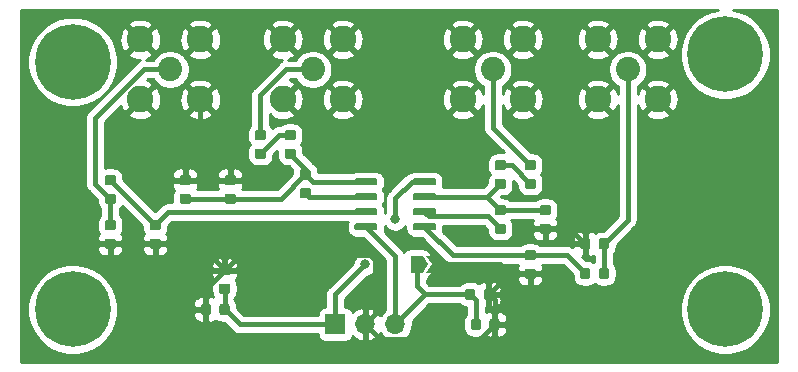
<source format=gbr>
G04 #@! TF.GenerationSoftware,KiCad,Pcbnew,(5.1.2)-2*
G04 #@! TF.CreationDate,2019-07-06T09:40:37+08:00*
G04 #@! TF.ProjectId,ADA4522,41444134-3532-4322-9e6b-696361645f70,rev?*
G04 #@! TF.SameCoordinates,Original*
G04 #@! TF.FileFunction,Copper,L1,Top*
G04 #@! TF.FilePolarity,Positive*
%FSLAX46Y46*%
G04 Gerber Fmt 4.6, Leading zero omitted, Abs format (unit mm)*
G04 Created by KiCad (PCBNEW (5.1.2)-2) date 2019-07-06 09:40:37*
%MOMM*%
%LPD*%
G04 APERTURE LIST*
%ADD10C,6.400000*%
%ADD11C,2.250000*%
%ADD12C,2.050000*%
%ADD13C,0.300000*%
%ADD14C,0.100000*%
%ADD15C,0.875000*%
%ADD16R,1.700000X1.700000*%
%ADD17O,1.700000X1.700000*%
%ADD18C,0.600000*%
%ADD19C,0.400000*%
%ADD20C,0.800000*%
%ADD21C,0.400000*%
%ADD22C,0.254000*%
G04 APERTURE END LIST*
D10*
X175260000Y-92710000D03*
X120015000Y-92710000D03*
X175260000Y-71120000D03*
X120015000Y-71755000D03*
D11*
X164465000Y-74930000D03*
X164465000Y-69850000D03*
X169545000Y-69850000D03*
X169545000Y-74930000D03*
D12*
X167005000Y-72390000D03*
D13*
X149135000Y-88900000D03*
D14*
G36*
X150135000Y-88900000D02*
G01*
X149635000Y-89650000D01*
X148635000Y-89650000D01*
X148635000Y-88150000D01*
X149635000Y-88150000D01*
X150135000Y-88900000D01*
X150135000Y-88900000D01*
G37*
D13*
X150585000Y-88900000D03*
D14*
G36*
X151085000Y-89650000D02*
G01*
X149935000Y-89650000D01*
X150435000Y-88900000D01*
X149935000Y-88150000D01*
X151085000Y-88150000D01*
X151085000Y-89650000D01*
X151085000Y-89650000D01*
G37*
G36*
X129817691Y-81326053D02*
G01*
X129838926Y-81329203D01*
X129859750Y-81334419D01*
X129879962Y-81341651D01*
X129899368Y-81350830D01*
X129917781Y-81361866D01*
X129935024Y-81374654D01*
X129950930Y-81389070D01*
X129965346Y-81404976D01*
X129978134Y-81422219D01*
X129989170Y-81440632D01*
X129998349Y-81460038D01*
X130005581Y-81480250D01*
X130010797Y-81501074D01*
X130013947Y-81522309D01*
X130015000Y-81543750D01*
X130015000Y-81981250D01*
X130013947Y-82002691D01*
X130010797Y-82023926D01*
X130005581Y-82044750D01*
X129998349Y-82064962D01*
X129989170Y-82084368D01*
X129978134Y-82102781D01*
X129965346Y-82120024D01*
X129950930Y-82135930D01*
X129935024Y-82150346D01*
X129917781Y-82163134D01*
X129899368Y-82174170D01*
X129879962Y-82183349D01*
X129859750Y-82190581D01*
X129838926Y-82195797D01*
X129817691Y-82198947D01*
X129796250Y-82200000D01*
X129283750Y-82200000D01*
X129262309Y-82198947D01*
X129241074Y-82195797D01*
X129220250Y-82190581D01*
X129200038Y-82183349D01*
X129180632Y-82174170D01*
X129162219Y-82163134D01*
X129144976Y-82150346D01*
X129129070Y-82135930D01*
X129114654Y-82120024D01*
X129101866Y-82102781D01*
X129090830Y-82084368D01*
X129081651Y-82064962D01*
X129074419Y-82044750D01*
X129069203Y-82023926D01*
X129066053Y-82002691D01*
X129065000Y-81981250D01*
X129065000Y-81543750D01*
X129066053Y-81522309D01*
X129069203Y-81501074D01*
X129074419Y-81480250D01*
X129081651Y-81460038D01*
X129090830Y-81440632D01*
X129101866Y-81422219D01*
X129114654Y-81404976D01*
X129129070Y-81389070D01*
X129144976Y-81374654D01*
X129162219Y-81361866D01*
X129180632Y-81350830D01*
X129200038Y-81341651D01*
X129220250Y-81334419D01*
X129241074Y-81329203D01*
X129262309Y-81326053D01*
X129283750Y-81325000D01*
X129796250Y-81325000D01*
X129817691Y-81326053D01*
X129817691Y-81326053D01*
G37*
D15*
X129540000Y-81762500D03*
D14*
G36*
X129817691Y-82901053D02*
G01*
X129838926Y-82904203D01*
X129859750Y-82909419D01*
X129879962Y-82916651D01*
X129899368Y-82925830D01*
X129917781Y-82936866D01*
X129935024Y-82949654D01*
X129950930Y-82964070D01*
X129965346Y-82979976D01*
X129978134Y-82997219D01*
X129989170Y-83015632D01*
X129998349Y-83035038D01*
X130005581Y-83055250D01*
X130010797Y-83076074D01*
X130013947Y-83097309D01*
X130015000Y-83118750D01*
X130015000Y-83556250D01*
X130013947Y-83577691D01*
X130010797Y-83598926D01*
X130005581Y-83619750D01*
X129998349Y-83639962D01*
X129989170Y-83659368D01*
X129978134Y-83677781D01*
X129965346Y-83695024D01*
X129950930Y-83710930D01*
X129935024Y-83725346D01*
X129917781Y-83738134D01*
X129899368Y-83749170D01*
X129879962Y-83758349D01*
X129859750Y-83765581D01*
X129838926Y-83770797D01*
X129817691Y-83773947D01*
X129796250Y-83775000D01*
X129283750Y-83775000D01*
X129262309Y-83773947D01*
X129241074Y-83770797D01*
X129220250Y-83765581D01*
X129200038Y-83758349D01*
X129180632Y-83749170D01*
X129162219Y-83738134D01*
X129144976Y-83725346D01*
X129129070Y-83710930D01*
X129114654Y-83695024D01*
X129101866Y-83677781D01*
X129090830Y-83659368D01*
X129081651Y-83639962D01*
X129074419Y-83619750D01*
X129069203Y-83598926D01*
X129066053Y-83577691D01*
X129065000Y-83556250D01*
X129065000Y-83118750D01*
X129066053Y-83097309D01*
X129069203Y-83076074D01*
X129074419Y-83055250D01*
X129081651Y-83035038D01*
X129090830Y-83015632D01*
X129101866Y-82997219D01*
X129114654Y-82979976D01*
X129129070Y-82964070D01*
X129144976Y-82949654D01*
X129162219Y-82936866D01*
X129180632Y-82925830D01*
X129200038Y-82916651D01*
X129220250Y-82909419D01*
X129241074Y-82904203D01*
X129262309Y-82901053D01*
X129283750Y-82900000D01*
X129796250Y-82900000D01*
X129817691Y-82901053D01*
X129817691Y-82901053D01*
G37*
D15*
X129540000Y-83337500D03*
D14*
G36*
X133145191Y-88946053D02*
G01*
X133166426Y-88949203D01*
X133187250Y-88954419D01*
X133207462Y-88961651D01*
X133226868Y-88970830D01*
X133245281Y-88981866D01*
X133262524Y-88994654D01*
X133278430Y-89009070D01*
X133292846Y-89024976D01*
X133305634Y-89042219D01*
X133316670Y-89060632D01*
X133325849Y-89080038D01*
X133333081Y-89100250D01*
X133338297Y-89121074D01*
X133341447Y-89142309D01*
X133342500Y-89163750D01*
X133342500Y-89601250D01*
X133341447Y-89622691D01*
X133338297Y-89643926D01*
X133333081Y-89664750D01*
X133325849Y-89684962D01*
X133316670Y-89704368D01*
X133305634Y-89722781D01*
X133292846Y-89740024D01*
X133278430Y-89755930D01*
X133262524Y-89770346D01*
X133245281Y-89783134D01*
X133226868Y-89794170D01*
X133207462Y-89803349D01*
X133187250Y-89810581D01*
X133166426Y-89815797D01*
X133145191Y-89818947D01*
X133123750Y-89820000D01*
X132611250Y-89820000D01*
X132589809Y-89818947D01*
X132568574Y-89815797D01*
X132547750Y-89810581D01*
X132527538Y-89803349D01*
X132508132Y-89794170D01*
X132489719Y-89783134D01*
X132472476Y-89770346D01*
X132456570Y-89755930D01*
X132442154Y-89740024D01*
X132429366Y-89722781D01*
X132418330Y-89704368D01*
X132409151Y-89684962D01*
X132401919Y-89664750D01*
X132396703Y-89643926D01*
X132393553Y-89622691D01*
X132392500Y-89601250D01*
X132392500Y-89163750D01*
X132393553Y-89142309D01*
X132396703Y-89121074D01*
X132401919Y-89100250D01*
X132409151Y-89080038D01*
X132418330Y-89060632D01*
X132429366Y-89042219D01*
X132442154Y-89024976D01*
X132456570Y-89009070D01*
X132472476Y-88994654D01*
X132489719Y-88981866D01*
X132508132Y-88970830D01*
X132527538Y-88961651D01*
X132547750Y-88954419D01*
X132568574Y-88949203D01*
X132589809Y-88946053D01*
X132611250Y-88945000D01*
X133123750Y-88945000D01*
X133145191Y-88946053D01*
X133145191Y-88946053D01*
G37*
D15*
X132867500Y-89382500D03*
D14*
G36*
X133145191Y-90521053D02*
G01*
X133166426Y-90524203D01*
X133187250Y-90529419D01*
X133207462Y-90536651D01*
X133226868Y-90545830D01*
X133245281Y-90556866D01*
X133262524Y-90569654D01*
X133278430Y-90584070D01*
X133292846Y-90599976D01*
X133305634Y-90617219D01*
X133316670Y-90635632D01*
X133325849Y-90655038D01*
X133333081Y-90675250D01*
X133338297Y-90696074D01*
X133341447Y-90717309D01*
X133342500Y-90738750D01*
X133342500Y-91176250D01*
X133341447Y-91197691D01*
X133338297Y-91218926D01*
X133333081Y-91239750D01*
X133325849Y-91259962D01*
X133316670Y-91279368D01*
X133305634Y-91297781D01*
X133292846Y-91315024D01*
X133278430Y-91330930D01*
X133262524Y-91345346D01*
X133245281Y-91358134D01*
X133226868Y-91369170D01*
X133207462Y-91378349D01*
X133187250Y-91385581D01*
X133166426Y-91390797D01*
X133145191Y-91393947D01*
X133123750Y-91395000D01*
X132611250Y-91395000D01*
X132589809Y-91393947D01*
X132568574Y-91390797D01*
X132547750Y-91385581D01*
X132527538Y-91378349D01*
X132508132Y-91369170D01*
X132489719Y-91358134D01*
X132472476Y-91345346D01*
X132456570Y-91330930D01*
X132442154Y-91315024D01*
X132429366Y-91297781D01*
X132418330Y-91279368D01*
X132409151Y-91259962D01*
X132401919Y-91239750D01*
X132396703Y-91218926D01*
X132393553Y-91197691D01*
X132392500Y-91176250D01*
X132392500Y-90738750D01*
X132393553Y-90717309D01*
X132396703Y-90696074D01*
X132401919Y-90675250D01*
X132409151Y-90655038D01*
X132418330Y-90635632D01*
X132429366Y-90617219D01*
X132442154Y-90599976D01*
X132456570Y-90584070D01*
X132472476Y-90569654D01*
X132489719Y-90556866D01*
X132508132Y-90545830D01*
X132527538Y-90536651D01*
X132547750Y-90529419D01*
X132568574Y-90524203D01*
X132589809Y-90521053D01*
X132611250Y-90520000D01*
X133123750Y-90520000D01*
X133145191Y-90521053D01*
X133145191Y-90521053D01*
G37*
D15*
X132867500Y-90957500D03*
D14*
G36*
X133107691Y-92236053D02*
G01*
X133128926Y-92239203D01*
X133149750Y-92244419D01*
X133169962Y-92251651D01*
X133189368Y-92260830D01*
X133207781Y-92271866D01*
X133225024Y-92284654D01*
X133240930Y-92299070D01*
X133255346Y-92314976D01*
X133268134Y-92332219D01*
X133279170Y-92350632D01*
X133288349Y-92370038D01*
X133295581Y-92390250D01*
X133300797Y-92411074D01*
X133303947Y-92432309D01*
X133305000Y-92453750D01*
X133305000Y-92966250D01*
X133303947Y-92987691D01*
X133300797Y-93008926D01*
X133295581Y-93029750D01*
X133288349Y-93049962D01*
X133279170Y-93069368D01*
X133268134Y-93087781D01*
X133255346Y-93105024D01*
X133240930Y-93120930D01*
X133225024Y-93135346D01*
X133207781Y-93148134D01*
X133189368Y-93159170D01*
X133169962Y-93168349D01*
X133149750Y-93175581D01*
X133128926Y-93180797D01*
X133107691Y-93183947D01*
X133086250Y-93185000D01*
X132648750Y-93185000D01*
X132627309Y-93183947D01*
X132606074Y-93180797D01*
X132585250Y-93175581D01*
X132565038Y-93168349D01*
X132545632Y-93159170D01*
X132527219Y-93148134D01*
X132509976Y-93135346D01*
X132494070Y-93120930D01*
X132479654Y-93105024D01*
X132466866Y-93087781D01*
X132455830Y-93069368D01*
X132446651Y-93049962D01*
X132439419Y-93029750D01*
X132434203Y-93008926D01*
X132431053Y-92987691D01*
X132430000Y-92966250D01*
X132430000Y-92453750D01*
X132431053Y-92432309D01*
X132434203Y-92411074D01*
X132439419Y-92390250D01*
X132446651Y-92370038D01*
X132455830Y-92350632D01*
X132466866Y-92332219D01*
X132479654Y-92314976D01*
X132494070Y-92299070D01*
X132509976Y-92284654D01*
X132527219Y-92271866D01*
X132545632Y-92260830D01*
X132565038Y-92251651D01*
X132585250Y-92244419D01*
X132606074Y-92239203D01*
X132627309Y-92236053D01*
X132648750Y-92235000D01*
X133086250Y-92235000D01*
X133107691Y-92236053D01*
X133107691Y-92236053D01*
G37*
D15*
X132867500Y-92710000D03*
D14*
G36*
X131532691Y-92236053D02*
G01*
X131553926Y-92239203D01*
X131574750Y-92244419D01*
X131594962Y-92251651D01*
X131614368Y-92260830D01*
X131632781Y-92271866D01*
X131650024Y-92284654D01*
X131665930Y-92299070D01*
X131680346Y-92314976D01*
X131693134Y-92332219D01*
X131704170Y-92350632D01*
X131713349Y-92370038D01*
X131720581Y-92390250D01*
X131725797Y-92411074D01*
X131728947Y-92432309D01*
X131730000Y-92453750D01*
X131730000Y-92966250D01*
X131728947Y-92987691D01*
X131725797Y-93008926D01*
X131720581Y-93029750D01*
X131713349Y-93049962D01*
X131704170Y-93069368D01*
X131693134Y-93087781D01*
X131680346Y-93105024D01*
X131665930Y-93120930D01*
X131650024Y-93135346D01*
X131632781Y-93148134D01*
X131614368Y-93159170D01*
X131594962Y-93168349D01*
X131574750Y-93175581D01*
X131553926Y-93180797D01*
X131532691Y-93183947D01*
X131511250Y-93185000D01*
X131073750Y-93185000D01*
X131052309Y-93183947D01*
X131031074Y-93180797D01*
X131010250Y-93175581D01*
X130990038Y-93168349D01*
X130970632Y-93159170D01*
X130952219Y-93148134D01*
X130934976Y-93135346D01*
X130919070Y-93120930D01*
X130904654Y-93105024D01*
X130891866Y-93087781D01*
X130880830Y-93069368D01*
X130871651Y-93049962D01*
X130864419Y-93029750D01*
X130859203Y-93008926D01*
X130856053Y-92987691D01*
X130855000Y-92966250D01*
X130855000Y-92453750D01*
X130856053Y-92432309D01*
X130859203Y-92411074D01*
X130864419Y-92390250D01*
X130871651Y-92370038D01*
X130880830Y-92350632D01*
X130891866Y-92332219D01*
X130904654Y-92314976D01*
X130919070Y-92299070D01*
X130934976Y-92284654D01*
X130952219Y-92271866D01*
X130970632Y-92260830D01*
X130990038Y-92251651D01*
X131010250Y-92244419D01*
X131031074Y-92239203D01*
X131052309Y-92236053D01*
X131073750Y-92235000D01*
X131511250Y-92235000D01*
X131532691Y-92236053D01*
X131532691Y-92236053D01*
G37*
D15*
X131292500Y-92710000D03*
D14*
G36*
X155967691Y-93506053D02*
G01*
X155988926Y-93509203D01*
X156009750Y-93514419D01*
X156029962Y-93521651D01*
X156049368Y-93530830D01*
X156067781Y-93541866D01*
X156085024Y-93554654D01*
X156100930Y-93569070D01*
X156115346Y-93584976D01*
X156128134Y-93602219D01*
X156139170Y-93620632D01*
X156148349Y-93640038D01*
X156155581Y-93660250D01*
X156160797Y-93681074D01*
X156163947Y-93702309D01*
X156165000Y-93723750D01*
X156165000Y-94236250D01*
X156163947Y-94257691D01*
X156160797Y-94278926D01*
X156155581Y-94299750D01*
X156148349Y-94319962D01*
X156139170Y-94339368D01*
X156128134Y-94357781D01*
X156115346Y-94375024D01*
X156100930Y-94390930D01*
X156085024Y-94405346D01*
X156067781Y-94418134D01*
X156049368Y-94429170D01*
X156029962Y-94438349D01*
X156009750Y-94445581D01*
X155988926Y-94450797D01*
X155967691Y-94453947D01*
X155946250Y-94455000D01*
X155508750Y-94455000D01*
X155487309Y-94453947D01*
X155466074Y-94450797D01*
X155445250Y-94445581D01*
X155425038Y-94438349D01*
X155405632Y-94429170D01*
X155387219Y-94418134D01*
X155369976Y-94405346D01*
X155354070Y-94390930D01*
X155339654Y-94375024D01*
X155326866Y-94357781D01*
X155315830Y-94339368D01*
X155306651Y-94319962D01*
X155299419Y-94299750D01*
X155294203Y-94278926D01*
X155291053Y-94257691D01*
X155290000Y-94236250D01*
X155290000Y-93723750D01*
X155291053Y-93702309D01*
X155294203Y-93681074D01*
X155299419Y-93660250D01*
X155306651Y-93640038D01*
X155315830Y-93620632D01*
X155326866Y-93602219D01*
X155339654Y-93584976D01*
X155354070Y-93569070D01*
X155369976Y-93554654D01*
X155387219Y-93541866D01*
X155405632Y-93530830D01*
X155425038Y-93521651D01*
X155445250Y-93514419D01*
X155466074Y-93509203D01*
X155487309Y-93506053D01*
X155508750Y-93505000D01*
X155946250Y-93505000D01*
X155967691Y-93506053D01*
X155967691Y-93506053D01*
G37*
D15*
X155727500Y-93980000D03*
D14*
G36*
X154392691Y-93506053D02*
G01*
X154413926Y-93509203D01*
X154434750Y-93514419D01*
X154454962Y-93521651D01*
X154474368Y-93530830D01*
X154492781Y-93541866D01*
X154510024Y-93554654D01*
X154525930Y-93569070D01*
X154540346Y-93584976D01*
X154553134Y-93602219D01*
X154564170Y-93620632D01*
X154573349Y-93640038D01*
X154580581Y-93660250D01*
X154585797Y-93681074D01*
X154588947Y-93702309D01*
X154590000Y-93723750D01*
X154590000Y-94236250D01*
X154588947Y-94257691D01*
X154585797Y-94278926D01*
X154580581Y-94299750D01*
X154573349Y-94319962D01*
X154564170Y-94339368D01*
X154553134Y-94357781D01*
X154540346Y-94375024D01*
X154525930Y-94390930D01*
X154510024Y-94405346D01*
X154492781Y-94418134D01*
X154474368Y-94429170D01*
X154454962Y-94438349D01*
X154434750Y-94445581D01*
X154413926Y-94450797D01*
X154392691Y-94453947D01*
X154371250Y-94455000D01*
X153933750Y-94455000D01*
X153912309Y-94453947D01*
X153891074Y-94450797D01*
X153870250Y-94445581D01*
X153850038Y-94438349D01*
X153830632Y-94429170D01*
X153812219Y-94418134D01*
X153794976Y-94405346D01*
X153779070Y-94390930D01*
X153764654Y-94375024D01*
X153751866Y-94357781D01*
X153740830Y-94339368D01*
X153731651Y-94319962D01*
X153724419Y-94299750D01*
X153719203Y-94278926D01*
X153716053Y-94257691D01*
X153715000Y-94236250D01*
X153715000Y-93723750D01*
X153716053Y-93702309D01*
X153719203Y-93681074D01*
X153724419Y-93660250D01*
X153731651Y-93640038D01*
X153740830Y-93620632D01*
X153751866Y-93602219D01*
X153764654Y-93584976D01*
X153779070Y-93569070D01*
X153794976Y-93554654D01*
X153812219Y-93541866D01*
X153830632Y-93530830D01*
X153850038Y-93521651D01*
X153870250Y-93514419D01*
X153891074Y-93509203D01*
X153912309Y-93506053D01*
X153933750Y-93505000D01*
X154371250Y-93505000D01*
X154392691Y-93506053D01*
X154392691Y-93506053D01*
G37*
D15*
X154152500Y-93980000D03*
D14*
G36*
X153910191Y-90966053D02*
G01*
X153931426Y-90969203D01*
X153952250Y-90974419D01*
X153972462Y-90981651D01*
X153991868Y-90990830D01*
X154010281Y-91001866D01*
X154027524Y-91014654D01*
X154043430Y-91029070D01*
X154057846Y-91044976D01*
X154070634Y-91062219D01*
X154081670Y-91080632D01*
X154090849Y-91100038D01*
X154098081Y-91120250D01*
X154103297Y-91141074D01*
X154106447Y-91162309D01*
X154107500Y-91183750D01*
X154107500Y-91696250D01*
X154106447Y-91717691D01*
X154103297Y-91738926D01*
X154098081Y-91759750D01*
X154090849Y-91779962D01*
X154081670Y-91799368D01*
X154070634Y-91817781D01*
X154057846Y-91835024D01*
X154043430Y-91850930D01*
X154027524Y-91865346D01*
X154010281Y-91878134D01*
X153991868Y-91889170D01*
X153972462Y-91898349D01*
X153952250Y-91905581D01*
X153931426Y-91910797D01*
X153910191Y-91913947D01*
X153888750Y-91915000D01*
X153451250Y-91915000D01*
X153429809Y-91913947D01*
X153408574Y-91910797D01*
X153387750Y-91905581D01*
X153367538Y-91898349D01*
X153348132Y-91889170D01*
X153329719Y-91878134D01*
X153312476Y-91865346D01*
X153296570Y-91850930D01*
X153282154Y-91835024D01*
X153269366Y-91817781D01*
X153258330Y-91799368D01*
X153249151Y-91779962D01*
X153241919Y-91759750D01*
X153236703Y-91738926D01*
X153233553Y-91717691D01*
X153232500Y-91696250D01*
X153232500Y-91183750D01*
X153233553Y-91162309D01*
X153236703Y-91141074D01*
X153241919Y-91120250D01*
X153249151Y-91100038D01*
X153258330Y-91080632D01*
X153269366Y-91062219D01*
X153282154Y-91044976D01*
X153296570Y-91029070D01*
X153312476Y-91014654D01*
X153329719Y-91001866D01*
X153348132Y-90990830D01*
X153367538Y-90981651D01*
X153387750Y-90974419D01*
X153408574Y-90969203D01*
X153429809Y-90966053D01*
X153451250Y-90965000D01*
X153888750Y-90965000D01*
X153910191Y-90966053D01*
X153910191Y-90966053D01*
G37*
D15*
X153670000Y-91440000D03*
D14*
G36*
X155485191Y-90966053D02*
G01*
X155506426Y-90969203D01*
X155527250Y-90974419D01*
X155547462Y-90981651D01*
X155566868Y-90990830D01*
X155585281Y-91001866D01*
X155602524Y-91014654D01*
X155618430Y-91029070D01*
X155632846Y-91044976D01*
X155645634Y-91062219D01*
X155656670Y-91080632D01*
X155665849Y-91100038D01*
X155673081Y-91120250D01*
X155678297Y-91141074D01*
X155681447Y-91162309D01*
X155682500Y-91183750D01*
X155682500Y-91696250D01*
X155681447Y-91717691D01*
X155678297Y-91738926D01*
X155673081Y-91759750D01*
X155665849Y-91779962D01*
X155656670Y-91799368D01*
X155645634Y-91817781D01*
X155632846Y-91835024D01*
X155618430Y-91850930D01*
X155602524Y-91865346D01*
X155585281Y-91878134D01*
X155566868Y-91889170D01*
X155547462Y-91898349D01*
X155527250Y-91905581D01*
X155506426Y-91910797D01*
X155485191Y-91913947D01*
X155463750Y-91915000D01*
X155026250Y-91915000D01*
X155004809Y-91913947D01*
X154983574Y-91910797D01*
X154962750Y-91905581D01*
X154942538Y-91898349D01*
X154923132Y-91889170D01*
X154904719Y-91878134D01*
X154887476Y-91865346D01*
X154871570Y-91850930D01*
X154857154Y-91835024D01*
X154844366Y-91817781D01*
X154833330Y-91799368D01*
X154824151Y-91779962D01*
X154816919Y-91759750D01*
X154811703Y-91738926D01*
X154808553Y-91717691D01*
X154807500Y-91696250D01*
X154807500Y-91183750D01*
X154808553Y-91162309D01*
X154811703Y-91141074D01*
X154816919Y-91120250D01*
X154824151Y-91100038D01*
X154833330Y-91080632D01*
X154844366Y-91062219D01*
X154857154Y-91044976D01*
X154871570Y-91029070D01*
X154887476Y-91014654D01*
X154904719Y-91001866D01*
X154923132Y-90990830D01*
X154942538Y-90981651D01*
X154962750Y-90974419D01*
X154983574Y-90969203D01*
X155004809Y-90966053D01*
X155026250Y-90965000D01*
X155463750Y-90965000D01*
X155485191Y-90966053D01*
X155485191Y-90966053D01*
G37*
D15*
X155245000Y-91440000D03*
D14*
G36*
X136167691Y-79091053D02*
G01*
X136188926Y-79094203D01*
X136209750Y-79099419D01*
X136229962Y-79106651D01*
X136249368Y-79115830D01*
X136267781Y-79126866D01*
X136285024Y-79139654D01*
X136300930Y-79154070D01*
X136315346Y-79169976D01*
X136328134Y-79187219D01*
X136339170Y-79205632D01*
X136348349Y-79225038D01*
X136355581Y-79245250D01*
X136360797Y-79266074D01*
X136363947Y-79287309D01*
X136365000Y-79308750D01*
X136365000Y-79746250D01*
X136363947Y-79767691D01*
X136360797Y-79788926D01*
X136355581Y-79809750D01*
X136348349Y-79829962D01*
X136339170Y-79849368D01*
X136328134Y-79867781D01*
X136315346Y-79885024D01*
X136300930Y-79900930D01*
X136285024Y-79915346D01*
X136267781Y-79928134D01*
X136249368Y-79939170D01*
X136229962Y-79948349D01*
X136209750Y-79955581D01*
X136188926Y-79960797D01*
X136167691Y-79963947D01*
X136146250Y-79965000D01*
X135633750Y-79965000D01*
X135612309Y-79963947D01*
X135591074Y-79960797D01*
X135570250Y-79955581D01*
X135550038Y-79948349D01*
X135530632Y-79939170D01*
X135512219Y-79928134D01*
X135494976Y-79915346D01*
X135479070Y-79900930D01*
X135464654Y-79885024D01*
X135451866Y-79867781D01*
X135440830Y-79849368D01*
X135431651Y-79829962D01*
X135424419Y-79809750D01*
X135419203Y-79788926D01*
X135416053Y-79767691D01*
X135415000Y-79746250D01*
X135415000Y-79308750D01*
X135416053Y-79287309D01*
X135419203Y-79266074D01*
X135424419Y-79245250D01*
X135431651Y-79225038D01*
X135440830Y-79205632D01*
X135451866Y-79187219D01*
X135464654Y-79169976D01*
X135479070Y-79154070D01*
X135494976Y-79139654D01*
X135512219Y-79126866D01*
X135530632Y-79115830D01*
X135550038Y-79106651D01*
X135570250Y-79099419D01*
X135591074Y-79094203D01*
X135612309Y-79091053D01*
X135633750Y-79090000D01*
X136146250Y-79090000D01*
X136167691Y-79091053D01*
X136167691Y-79091053D01*
G37*
D15*
X135890000Y-79527500D03*
D14*
G36*
X136167691Y-77516053D02*
G01*
X136188926Y-77519203D01*
X136209750Y-77524419D01*
X136229962Y-77531651D01*
X136249368Y-77540830D01*
X136267781Y-77551866D01*
X136285024Y-77564654D01*
X136300930Y-77579070D01*
X136315346Y-77594976D01*
X136328134Y-77612219D01*
X136339170Y-77630632D01*
X136348349Y-77650038D01*
X136355581Y-77670250D01*
X136360797Y-77691074D01*
X136363947Y-77712309D01*
X136365000Y-77733750D01*
X136365000Y-78171250D01*
X136363947Y-78192691D01*
X136360797Y-78213926D01*
X136355581Y-78234750D01*
X136348349Y-78254962D01*
X136339170Y-78274368D01*
X136328134Y-78292781D01*
X136315346Y-78310024D01*
X136300930Y-78325930D01*
X136285024Y-78340346D01*
X136267781Y-78353134D01*
X136249368Y-78364170D01*
X136229962Y-78373349D01*
X136209750Y-78380581D01*
X136188926Y-78385797D01*
X136167691Y-78388947D01*
X136146250Y-78390000D01*
X135633750Y-78390000D01*
X135612309Y-78388947D01*
X135591074Y-78385797D01*
X135570250Y-78380581D01*
X135550038Y-78373349D01*
X135530632Y-78364170D01*
X135512219Y-78353134D01*
X135494976Y-78340346D01*
X135479070Y-78325930D01*
X135464654Y-78310024D01*
X135451866Y-78292781D01*
X135440830Y-78274368D01*
X135431651Y-78254962D01*
X135424419Y-78234750D01*
X135419203Y-78213926D01*
X135416053Y-78192691D01*
X135415000Y-78171250D01*
X135415000Y-77733750D01*
X135416053Y-77712309D01*
X135419203Y-77691074D01*
X135424419Y-77670250D01*
X135431651Y-77650038D01*
X135440830Y-77630632D01*
X135451866Y-77612219D01*
X135464654Y-77594976D01*
X135479070Y-77579070D01*
X135494976Y-77564654D01*
X135512219Y-77551866D01*
X135530632Y-77540830D01*
X135550038Y-77531651D01*
X135570250Y-77524419D01*
X135591074Y-77519203D01*
X135612309Y-77516053D01*
X135633750Y-77515000D01*
X136146250Y-77515000D01*
X136167691Y-77516053D01*
X136167691Y-77516053D01*
G37*
D15*
X135890000Y-77952500D03*
D14*
G36*
X160297691Y-85441053D02*
G01*
X160318926Y-85444203D01*
X160339750Y-85449419D01*
X160359962Y-85456651D01*
X160379368Y-85465830D01*
X160397781Y-85476866D01*
X160415024Y-85489654D01*
X160430930Y-85504070D01*
X160445346Y-85519976D01*
X160458134Y-85537219D01*
X160469170Y-85555632D01*
X160478349Y-85575038D01*
X160485581Y-85595250D01*
X160490797Y-85616074D01*
X160493947Y-85637309D01*
X160495000Y-85658750D01*
X160495000Y-86096250D01*
X160493947Y-86117691D01*
X160490797Y-86138926D01*
X160485581Y-86159750D01*
X160478349Y-86179962D01*
X160469170Y-86199368D01*
X160458134Y-86217781D01*
X160445346Y-86235024D01*
X160430930Y-86250930D01*
X160415024Y-86265346D01*
X160397781Y-86278134D01*
X160379368Y-86289170D01*
X160359962Y-86298349D01*
X160339750Y-86305581D01*
X160318926Y-86310797D01*
X160297691Y-86313947D01*
X160276250Y-86315000D01*
X159763750Y-86315000D01*
X159742309Y-86313947D01*
X159721074Y-86310797D01*
X159700250Y-86305581D01*
X159680038Y-86298349D01*
X159660632Y-86289170D01*
X159642219Y-86278134D01*
X159624976Y-86265346D01*
X159609070Y-86250930D01*
X159594654Y-86235024D01*
X159581866Y-86217781D01*
X159570830Y-86199368D01*
X159561651Y-86179962D01*
X159554419Y-86159750D01*
X159549203Y-86138926D01*
X159546053Y-86117691D01*
X159545000Y-86096250D01*
X159545000Y-85658750D01*
X159546053Y-85637309D01*
X159549203Y-85616074D01*
X159554419Y-85595250D01*
X159561651Y-85575038D01*
X159570830Y-85555632D01*
X159581866Y-85537219D01*
X159594654Y-85519976D01*
X159609070Y-85504070D01*
X159624976Y-85489654D01*
X159642219Y-85476866D01*
X159660632Y-85465830D01*
X159680038Y-85456651D01*
X159700250Y-85449419D01*
X159721074Y-85444203D01*
X159742309Y-85441053D01*
X159763750Y-85440000D01*
X160276250Y-85440000D01*
X160297691Y-85441053D01*
X160297691Y-85441053D01*
G37*
D15*
X160020000Y-85877500D03*
D14*
G36*
X160297691Y-83866053D02*
G01*
X160318926Y-83869203D01*
X160339750Y-83874419D01*
X160359962Y-83881651D01*
X160379368Y-83890830D01*
X160397781Y-83901866D01*
X160415024Y-83914654D01*
X160430930Y-83929070D01*
X160445346Y-83944976D01*
X160458134Y-83962219D01*
X160469170Y-83980632D01*
X160478349Y-84000038D01*
X160485581Y-84020250D01*
X160490797Y-84041074D01*
X160493947Y-84062309D01*
X160495000Y-84083750D01*
X160495000Y-84521250D01*
X160493947Y-84542691D01*
X160490797Y-84563926D01*
X160485581Y-84584750D01*
X160478349Y-84604962D01*
X160469170Y-84624368D01*
X160458134Y-84642781D01*
X160445346Y-84660024D01*
X160430930Y-84675930D01*
X160415024Y-84690346D01*
X160397781Y-84703134D01*
X160379368Y-84714170D01*
X160359962Y-84723349D01*
X160339750Y-84730581D01*
X160318926Y-84735797D01*
X160297691Y-84738947D01*
X160276250Y-84740000D01*
X159763750Y-84740000D01*
X159742309Y-84738947D01*
X159721074Y-84735797D01*
X159700250Y-84730581D01*
X159680038Y-84723349D01*
X159660632Y-84714170D01*
X159642219Y-84703134D01*
X159624976Y-84690346D01*
X159609070Y-84675930D01*
X159594654Y-84660024D01*
X159581866Y-84642781D01*
X159570830Y-84624368D01*
X159561651Y-84604962D01*
X159554419Y-84584750D01*
X159549203Y-84563926D01*
X159546053Y-84542691D01*
X159545000Y-84521250D01*
X159545000Y-84083750D01*
X159546053Y-84062309D01*
X159549203Y-84041074D01*
X159554419Y-84020250D01*
X159561651Y-84000038D01*
X159570830Y-83980632D01*
X159581866Y-83962219D01*
X159594654Y-83944976D01*
X159609070Y-83929070D01*
X159624976Y-83914654D01*
X159642219Y-83901866D01*
X159660632Y-83890830D01*
X159680038Y-83881651D01*
X159700250Y-83874419D01*
X159721074Y-83869203D01*
X159742309Y-83866053D01*
X159763750Y-83865000D01*
X160276250Y-83865000D01*
X160297691Y-83866053D01*
X160297691Y-83866053D01*
G37*
D15*
X160020000Y-84302500D03*
D14*
G36*
X159027691Y-80056053D02*
G01*
X159048926Y-80059203D01*
X159069750Y-80064419D01*
X159089962Y-80071651D01*
X159109368Y-80080830D01*
X159127781Y-80091866D01*
X159145024Y-80104654D01*
X159160930Y-80119070D01*
X159175346Y-80134976D01*
X159188134Y-80152219D01*
X159199170Y-80170632D01*
X159208349Y-80190038D01*
X159215581Y-80210250D01*
X159220797Y-80231074D01*
X159223947Y-80252309D01*
X159225000Y-80273750D01*
X159225000Y-80711250D01*
X159223947Y-80732691D01*
X159220797Y-80753926D01*
X159215581Y-80774750D01*
X159208349Y-80794962D01*
X159199170Y-80814368D01*
X159188134Y-80832781D01*
X159175346Y-80850024D01*
X159160930Y-80865930D01*
X159145024Y-80880346D01*
X159127781Y-80893134D01*
X159109368Y-80904170D01*
X159089962Y-80913349D01*
X159069750Y-80920581D01*
X159048926Y-80925797D01*
X159027691Y-80928947D01*
X159006250Y-80930000D01*
X158493750Y-80930000D01*
X158472309Y-80928947D01*
X158451074Y-80925797D01*
X158430250Y-80920581D01*
X158410038Y-80913349D01*
X158390632Y-80904170D01*
X158372219Y-80893134D01*
X158354976Y-80880346D01*
X158339070Y-80865930D01*
X158324654Y-80850024D01*
X158311866Y-80832781D01*
X158300830Y-80814368D01*
X158291651Y-80794962D01*
X158284419Y-80774750D01*
X158279203Y-80753926D01*
X158276053Y-80732691D01*
X158275000Y-80711250D01*
X158275000Y-80273750D01*
X158276053Y-80252309D01*
X158279203Y-80231074D01*
X158284419Y-80210250D01*
X158291651Y-80190038D01*
X158300830Y-80170632D01*
X158311866Y-80152219D01*
X158324654Y-80134976D01*
X158339070Y-80119070D01*
X158354976Y-80104654D01*
X158372219Y-80091866D01*
X158390632Y-80080830D01*
X158410038Y-80071651D01*
X158430250Y-80064419D01*
X158451074Y-80059203D01*
X158472309Y-80056053D01*
X158493750Y-80055000D01*
X159006250Y-80055000D01*
X159027691Y-80056053D01*
X159027691Y-80056053D01*
G37*
D15*
X158750000Y-80492500D03*
D14*
G36*
X159027691Y-81631053D02*
G01*
X159048926Y-81634203D01*
X159069750Y-81639419D01*
X159089962Y-81646651D01*
X159109368Y-81655830D01*
X159127781Y-81666866D01*
X159145024Y-81679654D01*
X159160930Y-81694070D01*
X159175346Y-81709976D01*
X159188134Y-81727219D01*
X159199170Y-81745632D01*
X159208349Y-81765038D01*
X159215581Y-81785250D01*
X159220797Y-81806074D01*
X159223947Y-81827309D01*
X159225000Y-81848750D01*
X159225000Y-82286250D01*
X159223947Y-82307691D01*
X159220797Y-82328926D01*
X159215581Y-82349750D01*
X159208349Y-82369962D01*
X159199170Y-82389368D01*
X159188134Y-82407781D01*
X159175346Y-82425024D01*
X159160930Y-82440930D01*
X159145024Y-82455346D01*
X159127781Y-82468134D01*
X159109368Y-82479170D01*
X159089962Y-82488349D01*
X159069750Y-82495581D01*
X159048926Y-82500797D01*
X159027691Y-82503947D01*
X159006250Y-82505000D01*
X158493750Y-82505000D01*
X158472309Y-82503947D01*
X158451074Y-82500797D01*
X158430250Y-82495581D01*
X158410038Y-82488349D01*
X158390632Y-82479170D01*
X158372219Y-82468134D01*
X158354976Y-82455346D01*
X158339070Y-82440930D01*
X158324654Y-82425024D01*
X158311866Y-82407781D01*
X158300830Y-82389368D01*
X158291651Y-82369962D01*
X158284419Y-82349750D01*
X158279203Y-82328926D01*
X158276053Y-82307691D01*
X158275000Y-82286250D01*
X158275000Y-81848750D01*
X158276053Y-81827309D01*
X158279203Y-81806074D01*
X158284419Y-81785250D01*
X158291651Y-81765038D01*
X158300830Y-81745632D01*
X158311866Y-81727219D01*
X158324654Y-81709976D01*
X158339070Y-81694070D01*
X158354976Y-81679654D01*
X158372219Y-81666866D01*
X158390632Y-81655830D01*
X158410038Y-81646651D01*
X158430250Y-81639419D01*
X158451074Y-81634203D01*
X158472309Y-81631053D01*
X158493750Y-81630000D01*
X159006250Y-81630000D01*
X159027691Y-81631053D01*
X159027691Y-81631053D01*
G37*
D15*
X158750000Y-82067500D03*
D11*
X125730000Y-74930000D03*
X125730000Y-69850000D03*
X130810000Y-69850000D03*
X130810000Y-74930000D03*
D12*
X128270000Y-72390000D03*
X140335000Y-72390000D03*
D11*
X142875000Y-74930000D03*
X142875000Y-69850000D03*
X137795000Y-69850000D03*
X137795000Y-74930000D03*
D16*
X142240000Y-93980000D03*
D17*
X144780000Y-93980000D03*
X147320000Y-93980000D03*
D12*
X155575000Y-72390000D03*
D11*
X158115000Y-74930000D03*
X158115000Y-69850000D03*
X153035000Y-69850000D03*
X153035000Y-74930000D03*
D14*
G36*
X138707691Y-77516053D02*
G01*
X138728926Y-77519203D01*
X138749750Y-77524419D01*
X138769962Y-77531651D01*
X138789368Y-77540830D01*
X138807781Y-77551866D01*
X138825024Y-77564654D01*
X138840930Y-77579070D01*
X138855346Y-77594976D01*
X138868134Y-77612219D01*
X138879170Y-77630632D01*
X138888349Y-77650038D01*
X138895581Y-77670250D01*
X138900797Y-77691074D01*
X138903947Y-77712309D01*
X138905000Y-77733750D01*
X138905000Y-78171250D01*
X138903947Y-78192691D01*
X138900797Y-78213926D01*
X138895581Y-78234750D01*
X138888349Y-78254962D01*
X138879170Y-78274368D01*
X138868134Y-78292781D01*
X138855346Y-78310024D01*
X138840930Y-78325930D01*
X138825024Y-78340346D01*
X138807781Y-78353134D01*
X138789368Y-78364170D01*
X138769962Y-78373349D01*
X138749750Y-78380581D01*
X138728926Y-78385797D01*
X138707691Y-78388947D01*
X138686250Y-78390000D01*
X138173750Y-78390000D01*
X138152309Y-78388947D01*
X138131074Y-78385797D01*
X138110250Y-78380581D01*
X138090038Y-78373349D01*
X138070632Y-78364170D01*
X138052219Y-78353134D01*
X138034976Y-78340346D01*
X138019070Y-78325930D01*
X138004654Y-78310024D01*
X137991866Y-78292781D01*
X137980830Y-78274368D01*
X137971651Y-78254962D01*
X137964419Y-78234750D01*
X137959203Y-78213926D01*
X137956053Y-78192691D01*
X137955000Y-78171250D01*
X137955000Y-77733750D01*
X137956053Y-77712309D01*
X137959203Y-77691074D01*
X137964419Y-77670250D01*
X137971651Y-77650038D01*
X137980830Y-77630632D01*
X137991866Y-77612219D01*
X138004654Y-77594976D01*
X138019070Y-77579070D01*
X138034976Y-77564654D01*
X138052219Y-77551866D01*
X138070632Y-77540830D01*
X138090038Y-77531651D01*
X138110250Y-77524419D01*
X138131074Y-77519203D01*
X138152309Y-77516053D01*
X138173750Y-77515000D01*
X138686250Y-77515000D01*
X138707691Y-77516053D01*
X138707691Y-77516053D01*
G37*
D15*
X138430000Y-77952500D03*
D14*
G36*
X138707691Y-79091053D02*
G01*
X138728926Y-79094203D01*
X138749750Y-79099419D01*
X138769962Y-79106651D01*
X138789368Y-79115830D01*
X138807781Y-79126866D01*
X138825024Y-79139654D01*
X138840930Y-79154070D01*
X138855346Y-79169976D01*
X138868134Y-79187219D01*
X138879170Y-79205632D01*
X138888349Y-79225038D01*
X138895581Y-79245250D01*
X138900797Y-79266074D01*
X138903947Y-79287309D01*
X138905000Y-79308750D01*
X138905000Y-79746250D01*
X138903947Y-79767691D01*
X138900797Y-79788926D01*
X138895581Y-79809750D01*
X138888349Y-79829962D01*
X138879170Y-79849368D01*
X138868134Y-79867781D01*
X138855346Y-79885024D01*
X138840930Y-79900930D01*
X138825024Y-79915346D01*
X138807781Y-79928134D01*
X138789368Y-79939170D01*
X138769962Y-79948349D01*
X138749750Y-79955581D01*
X138728926Y-79960797D01*
X138707691Y-79963947D01*
X138686250Y-79965000D01*
X138173750Y-79965000D01*
X138152309Y-79963947D01*
X138131074Y-79960797D01*
X138110250Y-79955581D01*
X138090038Y-79948349D01*
X138070632Y-79939170D01*
X138052219Y-79928134D01*
X138034976Y-79915346D01*
X138019070Y-79900930D01*
X138004654Y-79885024D01*
X137991866Y-79867781D01*
X137980830Y-79849368D01*
X137971651Y-79829962D01*
X137964419Y-79809750D01*
X137959203Y-79788926D01*
X137956053Y-79767691D01*
X137955000Y-79746250D01*
X137955000Y-79308750D01*
X137956053Y-79287309D01*
X137959203Y-79266074D01*
X137964419Y-79245250D01*
X137971651Y-79225038D01*
X137980830Y-79205632D01*
X137991866Y-79187219D01*
X138004654Y-79169976D01*
X138019070Y-79154070D01*
X138034976Y-79139654D01*
X138052219Y-79126866D01*
X138070632Y-79115830D01*
X138090038Y-79106651D01*
X138110250Y-79099419D01*
X138131074Y-79094203D01*
X138152309Y-79091053D01*
X138173750Y-79090000D01*
X138686250Y-79090000D01*
X138707691Y-79091053D01*
X138707691Y-79091053D01*
G37*
D15*
X138430000Y-79527500D03*
D14*
G36*
X127277691Y-86711053D02*
G01*
X127298926Y-86714203D01*
X127319750Y-86719419D01*
X127339962Y-86726651D01*
X127359368Y-86735830D01*
X127377781Y-86746866D01*
X127395024Y-86759654D01*
X127410930Y-86774070D01*
X127425346Y-86789976D01*
X127438134Y-86807219D01*
X127449170Y-86825632D01*
X127458349Y-86845038D01*
X127465581Y-86865250D01*
X127470797Y-86886074D01*
X127473947Y-86907309D01*
X127475000Y-86928750D01*
X127475000Y-87366250D01*
X127473947Y-87387691D01*
X127470797Y-87408926D01*
X127465581Y-87429750D01*
X127458349Y-87449962D01*
X127449170Y-87469368D01*
X127438134Y-87487781D01*
X127425346Y-87505024D01*
X127410930Y-87520930D01*
X127395024Y-87535346D01*
X127377781Y-87548134D01*
X127359368Y-87559170D01*
X127339962Y-87568349D01*
X127319750Y-87575581D01*
X127298926Y-87580797D01*
X127277691Y-87583947D01*
X127256250Y-87585000D01*
X126743750Y-87585000D01*
X126722309Y-87583947D01*
X126701074Y-87580797D01*
X126680250Y-87575581D01*
X126660038Y-87568349D01*
X126640632Y-87559170D01*
X126622219Y-87548134D01*
X126604976Y-87535346D01*
X126589070Y-87520930D01*
X126574654Y-87505024D01*
X126561866Y-87487781D01*
X126550830Y-87469368D01*
X126541651Y-87449962D01*
X126534419Y-87429750D01*
X126529203Y-87408926D01*
X126526053Y-87387691D01*
X126525000Y-87366250D01*
X126525000Y-86928750D01*
X126526053Y-86907309D01*
X126529203Y-86886074D01*
X126534419Y-86865250D01*
X126541651Y-86845038D01*
X126550830Y-86825632D01*
X126561866Y-86807219D01*
X126574654Y-86789976D01*
X126589070Y-86774070D01*
X126604976Y-86759654D01*
X126622219Y-86746866D01*
X126640632Y-86735830D01*
X126660038Y-86726651D01*
X126680250Y-86719419D01*
X126701074Y-86714203D01*
X126722309Y-86711053D01*
X126743750Y-86710000D01*
X127256250Y-86710000D01*
X127277691Y-86711053D01*
X127277691Y-86711053D01*
G37*
D15*
X127000000Y-87147500D03*
D14*
G36*
X127277691Y-85136053D02*
G01*
X127298926Y-85139203D01*
X127319750Y-85144419D01*
X127339962Y-85151651D01*
X127359368Y-85160830D01*
X127377781Y-85171866D01*
X127395024Y-85184654D01*
X127410930Y-85199070D01*
X127425346Y-85214976D01*
X127438134Y-85232219D01*
X127449170Y-85250632D01*
X127458349Y-85270038D01*
X127465581Y-85290250D01*
X127470797Y-85311074D01*
X127473947Y-85332309D01*
X127475000Y-85353750D01*
X127475000Y-85791250D01*
X127473947Y-85812691D01*
X127470797Y-85833926D01*
X127465581Y-85854750D01*
X127458349Y-85874962D01*
X127449170Y-85894368D01*
X127438134Y-85912781D01*
X127425346Y-85930024D01*
X127410930Y-85945930D01*
X127395024Y-85960346D01*
X127377781Y-85973134D01*
X127359368Y-85984170D01*
X127339962Y-85993349D01*
X127319750Y-86000581D01*
X127298926Y-86005797D01*
X127277691Y-86008947D01*
X127256250Y-86010000D01*
X126743750Y-86010000D01*
X126722309Y-86008947D01*
X126701074Y-86005797D01*
X126680250Y-86000581D01*
X126660038Y-85993349D01*
X126640632Y-85984170D01*
X126622219Y-85973134D01*
X126604976Y-85960346D01*
X126589070Y-85945930D01*
X126574654Y-85930024D01*
X126561866Y-85912781D01*
X126550830Y-85894368D01*
X126541651Y-85874962D01*
X126534419Y-85854750D01*
X126529203Y-85833926D01*
X126526053Y-85812691D01*
X126525000Y-85791250D01*
X126525000Y-85353750D01*
X126526053Y-85332309D01*
X126529203Y-85311074D01*
X126534419Y-85290250D01*
X126541651Y-85270038D01*
X126550830Y-85250632D01*
X126561866Y-85232219D01*
X126574654Y-85214976D01*
X126589070Y-85199070D01*
X126604976Y-85184654D01*
X126622219Y-85171866D01*
X126640632Y-85160830D01*
X126660038Y-85151651D01*
X126680250Y-85144419D01*
X126701074Y-85139203D01*
X126722309Y-85136053D01*
X126743750Y-85135000D01*
X127256250Y-85135000D01*
X127277691Y-85136053D01*
X127277691Y-85136053D01*
G37*
D15*
X127000000Y-85572500D03*
D14*
G36*
X139977691Y-80843553D02*
G01*
X139998926Y-80846703D01*
X140019750Y-80851919D01*
X140039962Y-80859151D01*
X140059368Y-80868330D01*
X140077781Y-80879366D01*
X140095024Y-80892154D01*
X140110930Y-80906570D01*
X140125346Y-80922476D01*
X140138134Y-80939719D01*
X140149170Y-80958132D01*
X140158349Y-80977538D01*
X140165581Y-80997750D01*
X140170797Y-81018574D01*
X140173947Y-81039809D01*
X140175000Y-81061250D01*
X140175000Y-81498750D01*
X140173947Y-81520191D01*
X140170797Y-81541426D01*
X140165581Y-81562250D01*
X140158349Y-81582462D01*
X140149170Y-81601868D01*
X140138134Y-81620281D01*
X140125346Y-81637524D01*
X140110930Y-81653430D01*
X140095024Y-81667846D01*
X140077781Y-81680634D01*
X140059368Y-81691670D01*
X140039962Y-81700849D01*
X140019750Y-81708081D01*
X139998926Y-81713297D01*
X139977691Y-81716447D01*
X139956250Y-81717500D01*
X139443750Y-81717500D01*
X139422309Y-81716447D01*
X139401074Y-81713297D01*
X139380250Y-81708081D01*
X139360038Y-81700849D01*
X139340632Y-81691670D01*
X139322219Y-81680634D01*
X139304976Y-81667846D01*
X139289070Y-81653430D01*
X139274654Y-81637524D01*
X139261866Y-81620281D01*
X139250830Y-81601868D01*
X139241651Y-81582462D01*
X139234419Y-81562250D01*
X139229203Y-81541426D01*
X139226053Y-81520191D01*
X139225000Y-81498750D01*
X139225000Y-81061250D01*
X139226053Y-81039809D01*
X139229203Y-81018574D01*
X139234419Y-80997750D01*
X139241651Y-80977538D01*
X139250830Y-80958132D01*
X139261866Y-80939719D01*
X139274654Y-80922476D01*
X139289070Y-80906570D01*
X139304976Y-80892154D01*
X139322219Y-80879366D01*
X139340632Y-80868330D01*
X139360038Y-80859151D01*
X139380250Y-80851919D01*
X139401074Y-80846703D01*
X139422309Y-80843553D01*
X139443750Y-80842500D01*
X139956250Y-80842500D01*
X139977691Y-80843553D01*
X139977691Y-80843553D01*
G37*
D15*
X139700000Y-81280000D03*
D14*
G36*
X139977691Y-82418553D02*
G01*
X139998926Y-82421703D01*
X140019750Y-82426919D01*
X140039962Y-82434151D01*
X140059368Y-82443330D01*
X140077781Y-82454366D01*
X140095024Y-82467154D01*
X140110930Y-82481570D01*
X140125346Y-82497476D01*
X140138134Y-82514719D01*
X140149170Y-82533132D01*
X140158349Y-82552538D01*
X140165581Y-82572750D01*
X140170797Y-82593574D01*
X140173947Y-82614809D01*
X140175000Y-82636250D01*
X140175000Y-83073750D01*
X140173947Y-83095191D01*
X140170797Y-83116426D01*
X140165581Y-83137250D01*
X140158349Y-83157462D01*
X140149170Y-83176868D01*
X140138134Y-83195281D01*
X140125346Y-83212524D01*
X140110930Y-83228430D01*
X140095024Y-83242846D01*
X140077781Y-83255634D01*
X140059368Y-83266670D01*
X140039962Y-83275849D01*
X140019750Y-83283081D01*
X139998926Y-83288297D01*
X139977691Y-83291447D01*
X139956250Y-83292500D01*
X139443750Y-83292500D01*
X139422309Y-83291447D01*
X139401074Y-83288297D01*
X139380250Y-83283081D01*
X139360038Y-83275849D01*
X139340632Y-83266670D01*
X139322219Y-83255634D01*
X139304976Y-83242846D01*
X139289070Y-83228430D01*
X139274654Y-83212524D01*
X139261866Y-83195281D01*
X139250830Y-83176868D01*
X139241651Y-83157462D01*
X139234419Y-83137250D01*
X139229203Y-83116426D01*
X139226053Y-83095191D01*
X139225000Y-83073750D01*
X139225000Y-82636250D01*
X139226053Y-82614809D01*
X139229203Y-82593574D01*
X139234419Y-82572750D01*
X139241651Y-82552538D01*
X139250830Y-82533132D01*
X139261866Y-82514719D01*
X139274654Y-82497476D01*
X139289070Y-82481570D01*
X139304976Y-82467154D01*
X139322219Y-82454366D01*
X139340632Y-82443330D01*
X139360038Y-82434151D01*
X139380250Y-82426919D01*
X139401074Y-82421703D01*
X139422309Y-82418553D01*
X139443750Y-82417500D01*
X139956250Y-82417500D01*
X139977691Y-82418553D01*
X139977691Y-82418553D01*
G37*
D15*
X139700000Y-82855000D03*
D14*
G36*
X156487691Y-83866053D02*
G01*
X156508926Y-83869203D01*
X156529750Y-83874419D01*
X156549962Y-83881651D01*
X156569368Y-83890830D01*
X156587781Y-83901866D01*
X156605024Y-83914654D01*
X156620930Y-83929070D01*
X156635346Y-83944976D01*
X156648134Y-83962219D01*
X156659170Y-83980632D01*
X156668349Y-84000038D01*
X156675581Y-84020250D01*
X156680797Y-84041074D01*
X156683947Y-84062309D01*
X156685000Y-84083750D01*
X156685000Y-84521250D01*
X156683947Y-84542691D01*
X156680797Y-84563926D01*
X156675581Y-84584750D01*
X156668349Y-84604962D01*
X156659170Y-84624368D01*
X156648134Y-84642781D01*
X156635346Y-84660024D01*
X156620930Y-84675930D01*
X156605024Y-84690346D01*
X156587781Y-84703134D01*
X156569368Y-84714170D01*
X156549962Y-84723349D01*
X156529750Y-84730581D01*
X156508926Y-84735797D01*
X156487691Y-84738947D01*
X156466250Y-84740000D01*
X155953750Y-84740000D01*
X155932309Y-84738947D01*
X155911074Y-84735797D01*
X155890250Y-84730581D01*
X155870038Y-84723349D01*
X155850632Y-84714170D01*
X155832219Y-84703134D01*
X155814976Y-84690346D01*
X155799070Y-84675930D01*
X155784654Y-84660024D01*
X155771866Y-84642781D01*
X155760830Y-84624368D01*
X155751651Y-84604962D01*
X155744419Y-84584750D01*
X155739203Y-84563926D01*
X155736053Y-84542691D01*
X155735000Y-84521250D01*
X155735000Y-84083750D01*
X155736053Y-84062309D01*
X155739203Y-84041074D01*
X155744419Y-84020250D01*
X155751651Y-84000038D01*
X155760830Y-83980632D01*
X155771866Y-83962219D01*
X155784654Y-83944976D01*
X155799070Y-83929070D01*
X155814976Y-83914654D01*
X155832219Y-83901866D01*
X155850632Y-83890830D01*
X155870038Y-83881651D01*
X155890250Y-83874419D01*
X155911074Y-83869203D01*
X155932309Y-83866053D01*
X155953750Y-83865000D01*
X156466250Y-83865000D01*
X156487691Y-83866053D01*
X156487691Y-83866053D01*
G37*
D15*
X156210000Y-84302500D03*
D14*
G36*
X156487691Y-85441053D02*
G01*
X156508926Y-85444203D01*
X156529750Y-85449419D01*
X156549962Y-85456651D01*
X156569368Y-85465830D01*
X156587781Y-85476866D01*
X156605024Y-85489654D01*
X156620930Y-85504070D01*
X156635346Y-85519976D01*
X156648134Y-85537219D01*
X156659170Y-85555632D01*
X156668349Y-85575038D01*
X156675581Y-85595250D01*
X156680797Y-85616074D01*
X156683947Y-85637309D01*
X156685000Y-85658750D01*
X156685000Y-86096250D01*
X156683947Y-86117691D01*
X156680797Y-86138926D01*
X156675581Y-86159750D01*
X156668349Y-86179962D01*
X156659170Y-86199368D01*
X156648134Y-86217781D01*
X156635346Y-86235024D01*
X156620930Y-86250930D01*
X156605024Y-86265346D01*
X156587781Y-86278134D01*
X156569368Y-86289170D01*
X156549962Y-86298349D01*
X156529750Y-86305581D01*
X156508926Y-86310797D01*
X156487691Y-86313947D01*
X156466250Y-86315000D01*
X155953750Y-86315000D01*
X155932309Y-86313947D01*
X155911074Y-86310797D01*
X155890250Y-86305581D01*
X155870038Y-86298349D01*
X155850632Y-86289170D01*
X155832219Y-86278134D01*
X155814976Y-86265346D01*
X155799070Y-86250930D01*
X155784654Y-86235024D01*
X155771866Y-86217781D01*
X155760830Y-86199368D01*
X155751651Y-86179962D01*
X155744419Y-86159750D01*
X155739203Y-86138926D01*
X155736053Y-86117691D01*
X155735000Y-86096250D01*
X155735000Y-85658750D01*
X155736053Y-85637309D01*
X155739203Y-85616074D01*
X155744419Y-85595250D01*
X155751651Y-85575038D01*
X155760830Y-85555632D01*
X155771866Y-85537219D01*
X155784654Y-85519976D01*
X155799070Y-85504070D01*
X155814976Y-85489654D01*
X155832219Y-85476866D01*
X155850632Y-85465830D01*
X155870038Y-85456651D01*
X155890250Y-85449419D01*
X155911074Y-85444203D01*
X155932309Y-85441053D01*
X155953750Y-85440000D01*
X156466250Y-85440000D01*
X156487691Y-85441053D01*
X156487691Y-85441053D01*
G37*
D15*
X156210000Y-85877500D03*
D14*
G36*
X156487691Y-81631053D02*
G01*
X156508926Y-81634203D01*
X156529750Y-81639419D01*
X156549962Y-81646651D01*
X156569368Y-81655830D01*
X156587781Y-81666866D01*
X156605024Y-81679654D01*
X156620930Y-81694070D01*
X156635346Y-81709976D01*
X156648134Y-81727219D01*
X156659170Y-81745632D01*
X156668349Y-81765038D01*
X156675581Y-81785250D01*
X156680797Y-81806074D01*
X156683947Y-81827309D01*
X156685000Y-81848750D01*
X156685000Y-82286250D01*
X156683947Y-82307691D01*
X156680797Y-82328926D01*
X156675581Y-82349750D01*
X156668349Y-82369962D01*
X156659170Y-82389368D01*
X156648134Y-82407781D01*
X156635346Y-82425024D01*
X156620930Y-82440930D01*
X156605024Y-82455346D01*
X156587781Y-82468134D01*
X156569368Y-82479170D01*
X156549962Y-82488349D01*
X156529750Y-82495581D01*
X156508926Y-82500797D01*
X156487691Y-82503947D01*
X156466250Y-82505000D01*
X155953750Y-82505000D01*
X155932309Y-82503947D01*
X155911074Y-82500797D01*
X155890250Y-82495581D01*
X155870038Y-82488349D01*
X155850632Y-82479170D01*
X155832219Y-82468134D01*
X155814976Y-82455346D01*
X155799070Y-82440930D01*
X155784654Y-82425024D01*
X155771866Y-82407781D01*
X155760830Y-82389368D01*
X155751651Y-82369962D01*
X155744419Y-82349750D01*
X155739203Y-82328926D01*
X155736053Y-82307691D01*
X155735000Y-82286250D01*
X155735000Y-81848750D01*
X155736053Y-81827309D01*
X155739203Y-81806074D01*
X155744419Y-81785250D01*
X155751651Y-81765038D01*
X155760830Y-81745632D01*
X155771866Y-81727219D01*
X155784654Y-81709976D01*
X155799070Y-81694070D01*
X155814976Y-81679654D01*
X155832219Y-81666866D01*
X155850632Y-81655830D01*
X155870038Y-81646651D01*
X155890250Y-81639419D01*
X155911074Y-81634203D01*
X155932309Y-81631053D01*
X155953750Y-81630000D01*
X156466250Y-81630000D01*
X156487691Y-81631053D01*
X156487691Y-81631053D01*
G37*
D15*
X156210000Y-82067500D03*
D14*
G36*
X156487691Y-80056053D02*
G01*
X156508926Y-80059203D01*
X156529750Y-80064419D01*
X156549962Y-80071651D01*
X156569368Y-80080830D01*
X156587781Y-80091866D01*
X156605024Y-80104654D01*
X156620930Y-80119070D01*
X156635346Y-80134976D01*
X156648134Y-80152219D01*
X156659170Y-80170632D01*
X156668349Y-80190038D01*
X156675581Y-80210250D01*
X156680797Y-80231074D01*
X156683947Y-80252309D01*
X156685000Y-80273750D01*
X156685000Y-80711250D01*
X156683947Y-80732691D01*
X156680797Y-80753926D01*
X156675581Y-80774750D01*
X156668349Y-80794962D01*
X156659170Y-80814368D01*
X156648134Y-80832781D01*
X156635346Y-80850024D01*
X156620930Y-80865930D01*
X156605024Y-80880346D01*
X156587781Y-80893134D01*
X156569368Y-80904170D01*
X156549962Y-80913349D01*
X156529750Y-80920581D01*
X156508926Y-80925797D01*
X156487691Y-80928947D01*
X156466250Y-80930000D01*
X155953750Y-80930000D01*
X155932309Y-80928947D01*
X155911074Y-80925797D01*
X155890250Y-80920581D01*
X155870038Y-80913349D01*
X155850632Y-80904170D01*
X155832219Y-80893134D01*
X155814976Y-80880346D01*
X155799070Y-80865930D01*
X155784654Y-80850024D01*
X155771866Y-80832781D01*
X155760830Y-80814368D01*
X155751651Y-80794962D01*
X155744419Y-80774750D01*
X155739203Y-80753926D01*
X155736053Y-80732691D01*
X155735000Y-80711250D01*
X155735000Y-80273750D01*
X155736053Y-80252309D01*
X155739203Y-80231074D01*
X155744419Y-80210250D01*
X155751651Y-80190038D01*
X155760830Y-80170632D01*
X155771866Y-80152219D01*
X155784654Y-80134976D01*
X155799070Y-80119070D01*
X155814976Y-80104654D01*
X155832219Y-80091866D01*
X155850632Y-80080830D01*
X155870038Y-80071651D01*
X155890250Y-80064419D01*
X155911074Y-80059203D01*
X155932309Y-80056053D01*
X155953750Y-80055000D01*
X156466250Y-80055000D01*
X156487691Y-80056053D01*
X156487691Y-80056053D01*
G37*
D15*
X156210000Y-80492500D03*
D14*
G36*
X165222692Y-86681054D02*
G01*
X165243927Y-86684204D01*
X165264751Y-86689420D01*
X165284963Y-86696652D01*
X165304369Y-86705831D01*
X165322782Y-86716867D01*
X165340025Y-86729655D01*
X165355931Y-86744071D01*
X165370347Y-86759977D01*
X165383135Y-86777220D01*
X165394171Y-86795633D01*
X165403350Y-86815039D01*
X165410582Y-86835251D01*
X165415798Y-86856075D01*
X165418948Y-86877310D01*
X165420001Y-86898751D01*
X165420001Y-87411251D01*
X165418948Y-87432692D01*
X165415798Y-87453927D01*
X165410582Y-87474751D01*
X165403350Y-87494963D01*
X165394171Y-87514369D01*
X165383135Y-87532782D01*
X165370347Y-87550025D01*
X165355931Y-87565931D01*
X165340025Y-87580347D01*
X165322782Y-87593135D01*
X165304369Y-87604171D01*
X165284963Y-87613350D01*
X165264751Y-87620582D01*
X165243927Y-87625798D01*
X165222692Y-87628948D01*
X165201251Y-87630001D01*
X164763751Y-87630001D01*
X164742310Y-87628948D01*
X164721075Y-87625798D01*
X164700251Y-87620582D01*
X164680039Y-87613350D01*
X164660633Y-87604171D01*
X164642220Y-87593135D01*
X164624977Y-87580347D01*
X164609071Y-87565931D01*
X164594655Y-87550025D01*
X164581867Y-87532782D01*
X164570831Y-87514369D01*
X164561652Y-87494963D01*
X164554420Y-87474751D01*
X164549204Y-87453927D01*
X164546054Y-87432692D01*
X164545001Y-87411251D01*
X164545001Y-86898751D01*
X164546054Y-86877310D01*
X164549204Y-86856075D01*
X164554420Y-86835251D01*
X164561652Y-86815039D01*
X164570831Y-86795633D01*
X164581867Y-86777220D01*
X164594655Y-86759977D01*
X164609071Y-86744071D01*
X164624977Y-86729655D01*
X164642220Y-86716867D01*
X164660633Y-86705831D01*
X164680039Y-86696652D01*
X164700251Y-86689420D01*
X164721075Y-86684204D01*
X164742310Y-86681054D01*
X164763751Y-86680001D01*
X165201251Y-86680001D01*
X165222692Y-86681054D01*
X165222692Y-86681054D01*
G37*
D15*
X164982501Y-87155001D03*
D14*
G36*
X163647692Y-86681054D02*
G01*
X163668927Y-86684204D01*
X163689751Y-86689420D01*
X163709963Y-86696652D01*
X163729369Y-86705831D01*
X163747782Y-86716867D01*
X163765025Y-86729655D01*
X163780931Y-86744071D01*
X163795347Y-86759977D01*
X163808135Y-86777220D01*
X163819171Y-86795633D01*
X163828350Y-86815039D01*
X163835582Y-86835251D01*
X163840798Y-86856075D01*
X163843948Y-86877310D01*
X163845001Y-86898751D01*
X163845001Y-87411251D01*
X163843948Y-87432692D01*
X163840798Y-87453927D01*
X163835582Y-87474751D01*
X163828350Y-87494963D01*
X163819171Y-87514369D01*
X163808135Y-87532782D01*
X163795347Y-87550025D01*
X163780931Y-87565931D01*
X163765025Y-87580347D01*
X163747782Y-87593135D01*
X163729369Y-87604171D01*
X163709963Y-87613350D01*
X163689751Y-87620582D01*
X163668927Y-87625798D01*
X163647692Y-87628948D01*
X163626251Y-87630001D01*
X163188751Y-87630001D01*
X163167310Y-87628948D01*
X163146075Y-87625798D01*
X163125251Y-87620582D01*
X163105039Y-87613350D01*
X163085633Y-87604171D01*
X163067220Y-87593135D01*
X163049977Y-87580347D01*
X163034071Y-87565931D01*
X163019655Y-87550025D01*
X163006867Y-87532782D01*
X162995831Y-87514369D01*
X162986652Y-87494963D01*
X162979420Y-87474751D01*
X162974204Y-87453927D01*
X162971054Y-87432692D01*
X162970001Y-87411251D01*
X162970001Y-86898751D01*
X162971054Y-86877310D01*
X162974204Y-86856075D01*
X162979420Y-86835251D01*
X162986652Y-86815039D01*
X162995831Y-86795633D01*
X163006867Y-86777220D01*
X163019655Y-86759977D01*
X163034071Y-86744071D01*
X163049977Y-86729655D01*
X163067220Y-86716867D01*
X163085633Y-86705831D01*
X163105039Y-86696652D01*
X163125251Y-86689420D01*
X163146075Y-86684204D01*
X163167310Y-86681054D01*
X163188751Y-86680001D01*
X163626251Y-86680001D01*
X163647692Y-86681054D01*
X163647692Y-86681054D01*
G37*
D15*
X163407501Y-87155001D03*
D14*
G36*
X133627691Y-82901053D02*
G01*
X133648926Y-82904203D01*
X133669750Y-82909419D01*
X133689962Y-82916651D01*
X133709368Y-82925830D01*
X133727781Y-82936866D01*
X133745024Y-82949654D01*
X133760930Y-82964070D01*
X133775346Y-82979976D01*
X133788134Y-82997219D01*
X133799170Y-83015632D01*
X133808349Y-83035038D01*
X133815581Y-83055250D01*
X133820797Y-83076074D01*
X133823947Y-83097309D01*
X133825000Y-83118750D01*
X133825000Y-83556250D01*
X133823947Y-83577691D01*
X133820797Y-83598926D01*
X133815581Y-83619750D01*
X133808349Y-83639962D01*
X133799170Y-83659368D01*
X133788134Y-83677781D01*
X133775346Y-83695024D01*
X133760930Y-83710930D01*
X133745024Y-83725346D01*
X133727781Y-83738134D01*
X133709368Y-83749170D01*
X133689962Y-83758349D01*
X133669750Y-83765581D01*
X133648926Y-83770797D01*
X133627691Y-83773947D01*
X133606250Y-83775000D01*
X133093750Y-83775000D01*
X133072309Y-83773947D01*
X133051074Y-83770797D01*
X133030250Y-83765581D01*
X133010038Y-83758349D01*
X132990632Y-83749170D01*
X132972219Y-83738134D01*
X132954976Y-83725346D01*
X132939070Y-83710930D01*
X132924654Y-83695024D01*
X132911866Y-83677781D01*
X132900830Y-83659368D01*
X132891651Y-83639962D01*
X132884419Y-83619750D01*
X132879203Y-83598926D01*
X132876053Y-83577691D01*
X132875000Y-83556250D01*
X132875000Y-83118750D01*
X132876053Y-83097309D01*
X132879203Y-83076074D01*
X132884419Y-83055250D01*
X132891651Y-83035038D01*
X132900830Y-83015632D01*
X132911866Y-82997219D01*
X132924654Y-82979976D01*
X132939070Y-82964070D01*
X132954976Y-82949654D01*
X132972219Y-82936866D01*
X132990632Y-82925830D01*
X133010038Y-82916651D01*
X133030250Y-82909419D01*
X133051074Y-82904203D01*
X133072309Y-82901053D01*
X133093750Y-82900000D01*
X133606250Y-82900000D01*
X133627691Y-82901053D01*
X133627691Y-82901053D01*
G37*
D15*
X133350000Y-83337500D03*
D14*
G36*
X133627691Y-81326053D02*
G01*
X133648926Y-81329203D01*
X133669750Y-81334419D01*
X133689962Y-81341651D01*
X133709368Y-81350830D01*
X133727781Y-81361866D01*
X133745024Y-81374654D01*
X133760930Y-81389070D01*
X133775346Y-81404976D01*
X133788134Y-81422219D01*
X133799170Y-81440632D01*
X133808349Y-81460038D01*
X133815581Y-81480250D01*
X133820797Y-81501074D01*
X133823947Y-81522309D01*
X133825000Y-81543750D01*
X133825000Y-81981250D01*
X133823947Y-82002691D01*
X133820797Y-82023926D01*
X133815581Y-82044750D01*
X133808349Y-82064962D01*
X133799170Y-82084368D01*
X133788134Y-82102781D01*
X133775346Y-82120024D01*
X133760930Y-82135930D01*
X133745024Y-82150346D01*
X133727781Y-82163134D01*
X133709368Y-82174170D01*
X133689962Y-82183349D01*
X133669750Y-82190581D01*
X133648926Y-82195797D01*
X133627691Y-82198947D01*
X133606250Y-82200000D01*
X133093750Y-82200000D01*
X133072309Y-82198947D01*
X133051074Y-82195797D01*
X133030250Y-82190581D01*
X133010038Y-82183349D01*
X132990632Y-82174170D01*
X132972219Y-82163134D01*
X132954976Y-82150346D01*
X132939070Y-82135930D01*
X132924654Y-82120024D01*
X132911866Y-82102781D01*
X132900830Y-82084368D01*
X132891651Y-82064962D01*
X132884419Y-82044750D01*
X132879203Y-82023926D01*
X132876053Y-82002691D01*
X132875000Y-81981250D01*
X132875000Y-81543750D01*
X132876053Y-81522309D01*
X132879203Y-81501074D01*
X132884419Y-81480250D01*
X132891651Y-81460038D01*
X132900830Y-81440632D01*
X132911866Y-81422219D01*
X132924654Y-81404976D01*
X132939070Y-81389070D01*
X132954976Y-81374654D01*
X132972219Y-81361866D01*
X132990632Y-81350830D01*
X133010038Y-81341651D01*
X133030250Y-81334419D01*
X133051074Y-81329203D01*
X133072309Y-81326053D01*
X133093750Y-81325000D01*
X133606250Y-81325000D01*
X133627691Y-81326053D01*
X133627691Y-81326053D01*
G37*
D15*
X133350000Y-81762500D03*
D14*
G36*
X159027691Y-89251053D02*
G01*
X159048926Y-89254203D01*
X159069750Y-89259419D01*
X159089962Y-89266651D01*
X159109368Y-89275830D01*
X159127781Y-89286866D01*
X159145024Y-89299654D01*
X159160930Y-89314070D01*
X159175346Y-89329976D01*
X159188134Y-89347219D01*
X159199170Y-89365632D01*
X159208349Y-89385038D01*
X159215581Y-89405250D01*
X159220797Y-89426074D01*
X159223947Y-89447309D01*
X159225000Y-89468750D01*
X159225000Y-89906250D01*
X159223947Y-89927691D01*
X159220797Y-89948926D01*
X159215581Y-89969750D01*
X159208349Y-89989962D01*
X159199170Y-90009368D01*
X159188134Y-90027781D01*
X159175346Y-90045024D01*
X159160930Y-90060930D01*
X159145024Y-90075346D01*
X159127781Y-90088134D01*
X159109368Y-90099170D01*
X159089962Y-90108349D01*
X159069750Y-90115581D01*
X159048926Y-90120797D01*
X159027691Y-90123947D01*
X159006250Y-90125000D01*
X158493750Y-90125000D01*
X158472309Y-90123947D01*
X158451074Y-90120797D01*
X158430250Y-90115581D01*
X158410038Y-90108349D01*
X158390632Y-90099170D01*
X158372219Y-90088134D01*
X158354976Y-90075346D01*
X158339070Y-90060930D01*
X158324654Y-90045024D01*
X158311866Y-90027781D01*
X158300830Y-90009368D01*
X158291651Y-89989962D01*
X158284419Y-89969750D01*
X158279203Y-89948926D01*
X158276053Y-89927691D01*
X158275000Y-89906250D01*
X158275000Y-89468750D01*
X158276053Y-89447309D01*
X158279203Y-89426074D01*
X158284419Y-89405250D01*
X158291651Y-89385038D01*
X158300830Y-89365632D01*
X158311866Y-89347219D01*
X158324654Y-89329976D01*
X158339070Y-89314070D01*
X158354976Y-89299654D01*
X158372219Y-89286866D01*
X158390632Y-89275830D01*
X158410038Y-89266651D01*
X158430250Y-89259419D01*
X158451074Y-89254203D01*
X158472309Y-89251053D01*
X158493750Y-89250000D01*
X159006250Y-89250000D01*
X159027691Y-89251053D01*
X159027691Y-89251053D01*
G37*
D15*
X158750000Y-89687500D03*
D14*
G36*
X159027691Y-87676053D02*
G01*
X159048926Y-87679203D01*
X159069750Y-87684419D01*
X159089962Y-87691651D01*
X159109368Y-87700830D01*
X159127781Y-87711866D01*
X159145024Y-87724654D01*
X159160930Y-87739070D01*
X159175346Y-87754976D01*
X159188134Y-87772219D01*
X159199170Y-87790632D01*
X159208349Y-87810038D01*
X159215581Y-87830250D01*
X159220797Y-87851074D01*
X159223947Y-87872309D01*
X159225000Y-87893750D01*
X159225000Y-88331250D01*
X159223947Y-88352691D01*
X159220797Y-88373926D01*
X159215581Y-88394750D01*
X159208349Y-88414962D01*
X159199170Y-88434368D01*
X159188134Y-88452781D01*
X159175346Y-88470024D01*
X159160930Y-88485930D01*
X159145024Y-88500346D01*
X159127781Y-88513134D01*
X159109368Y-88524170D01*
X159089962Y-88533349D01*
X159069750Y-88540581D01*
X159048926Y-88545797D01*
X159027691Y-88548947D01*
X159006250Y-88550000D01*
X158493750Y-88550000D01*
X158472309Y-88548947D01*
X158451074Y-88545797D01*
X158430250Y-88540581D01*
X158410038Y-88533349D01*
X158390632Y-88524170D01*
X158372219Y-88513134D01*
X158354976Y-88500346D01*
X158339070Y-88485930D01*
X158324654Y-88470024D01*
X158311866Y-88452781D01*
X158300830Y-88434368D01*
X158291651Y-88414962D01*
X158284419Y-88394750D01*
X158279203Y-88373926D01*
X158276053Y-88352691D01*
X158275000Y-88331250D01*
X158275000Y-87893750D01*
X158276053Y-87872309D01*
X158279203Y-87851074D01*
X158284419Y-87830250D01*
X158291651Y-87810038D01*
X158300830Y-87790632D01*
X158311866Y-87772219D01*
X158324654Y-87754976D01*
X158339070Y-87739070D01*
X158354976Y-87724654D01*
X158372219Y-87711866D01*
X158390632Y-87700830D01*
X158410038Y-87691651D01*
X158430250Y-87684419D01*
X158451074Y-87679203D01*
X158472309Y-87676053D01*
X158493750Y-87675000D01*
X159006250Y-87675000D01*
X159027691Y-87676053D01*
X159027691Y-87676053D01*
G37*
D15*
X158750000Y-88112500D03*
D14*
G36*
X163647692Y-89191054D02*
G01*
X163668927Y-89194204D01*
X163689751Y-89199420D01*
X163709963Y-89206652D01*
X163729369Y-89215831D01*
X163747782Y-89226867D01*
X163765025Y-89239655D01*
X163780931Y-89254071D01*
X163795347Y-89269977D01*
X163808135Y-89287220D01*
X163819171Y-89305633D01*
X163828350Y-89325039D01*
X163835582Y-89345251D01*
X163840798Y-89366075D01*
X163843948Y-89387310D01*
X163845001Y-89408751D01*
X163845001Y-89921251D01*
X163843948Y-89942692D01*
X163840798Y-89963927D01*
X163835582Y-89984751D01*
X163828350Y-90004963D01*
X163819171Y-90024369D01*
X163808135Y-90042782D01*
X163795347Y-90060025D01*
X163780931Y-90075931D01*
X163765025Y-90090347D01*
X163747782Y-90103135D01*
X163729369Y-90114171D01*
X163709963Y-90123350D01*
X163689751Y-90130582D01*
X163668927Y-90135798D01*
X163647692Y-90138948D01*
X163626251Y-90140001D01*
X163188751Y-90140001D01*
X163167310Y-90138948D01*
X163146075Y-90135798D01*
X163125251Y-90130582D01*
X163105039Y-90123350D01*
X163085633Y-90114171D01*
X163067220Y-90103135D01*
X163049977Y-90090347D01*
X163034071Y-90075931D01*
X163019655Y-90060025D01*
X163006867Y-90042782D01*
X162995831Y-90024369D01*
X162986652Y-90004963D01*
X162979420Y-89984751D01*
X162974204Y-89963927D01*
X162971054Y-89942692D01*
X162970001Y-89921251D01*
X162970001Y-89408751D01*
X162971054Y-89387310D01*
X162974204Y-89366075D01*
X162979420Y-89345251D01*
X162986652Y-89325039D01*
X162995831Y-89305633D01*
X163006867Y-89287220D01*
X163019655Y-89269977D01*
X163034071Y-89254071D01*
X163049977Y-89239655D01*
X163067220Y-89226867D01*
X163085633Y-89215831D01*
X163105039Y-89206652D01*
X163125251Y-89199420D01*
X163146075Y-89194204D01*
X163167310Y-89191054D01*
X163188751Y-89190001D01*
X163626251Y-89190001D01*
X163647692Y-89191054D01*
X163647692Y-89191054D01*
G37*
D15*
X163407501Y-89665001D03*
D14*
G36*
X165222692Y-89191054D02*
G01*
X165243927Y-89194204D01*
X165264751Y-89199420D01*
X165284963Y-89206652D01*
X165304369Y-89215831D01*
X165322782Y-89226867D01*
X165340025Y-89239655D01*
X165355931Y-89254071D01*
X165370347Y-89269977D01*
X165383135Y-89287220D01*
X165394171Y-89305633D01*
X165403350Y-89325039D01*
X165410582Y-89345251D01*
X165415798Y-89366075D01*
X165418948Y-89387310D01*
X165420001Y-89408751D01*
X165420001Y-89921251D01*
X165418948Y-89942692D01*
X165415798Y-89963927D01*
X165410582Y-89984751D01*
X165403350Y-90004963D01*
X165394171Y-90024369D01*
X165383135Y-90042782D01*
X165370347Y-90060025D01*
X165355931Y-90075931D01*
X165340025Y-90090347D01*
X165322782Y-90103135D01*
X165304369Y-90114171D01*
X165284963Y-90123350D01*
X165264751Y-90130582D01*
X165243927Y-90135798D01*
X165222692Y-90138948D01*
X165201251Y-90140001D01*
X164763751Y-90140001D01*
X164742310Y-90138948D01*
X164721075Y-90135798D01*
X164700251Y-90130582D01*
X164680039Y-90123350D01*
X164660633Y-90114171D01*
X164642220Y-90103135D01*
X164624977Y-90090347D01*
X164609071Y-90075931D01*
X164594655Y-90060025D01*
X164581867Y-90042782D01*
X164570831Y-90024369D01*
X164561652Y-90004963D01*
X164554420Y-89984751D01*
X164549204Y-89963927D01*
X164546054Y-89942692D01*
X164545001Y-89921251D01*
X164545001Y-89408751D01*
X164546054Y-89387310D01*
X164549204Y-89366075D01*
X164554420Y-89345251D01*
X164561652Y-89325039D01*
X164570831Y-89305633D01*
X164581867Y-89287220D01*
X164594655Y-89269977D01*
X164609071Y-89254071D01*
X164624977Y-89239655D01*
X164642220Y-89226867D01*
X164660633Y-89215831D01*
X164680039Y-89206652D01*
X164700251Y-89199420D01*
X164721075Y-89194204D01*
X164742310Y-89191054D01*
X164763751Y-89190001D01*
X165201251Y-89190001D01*
X165222692Y-89191054D01*
X165222692Y-89191054D01*
G37*
D15*
X164982501Y-89665001D03*
D14*
G36*
X123467691Y-86711053D02*
G01*
X123488926Y-86714203D01*
X123509750Y-86719419D01*
X123529962Y-86726651D01*
X123549368Y-86735830D01*
X123567781Y-86746866D01*
X123585024Y-86759654D01*
X123600930Y-86774070D01*
X123615346Y-86789976D01*
X123628134Y-86807219D01*
X123639170Y-86825632D01*
X123648349Y-86845038D01*
X123655581Y-86865250D01*
X123660797Y-86886074D01*
X123663947Y-86907309D01*
X123665000Y-86928750D01*
X123665000Y-87366250D01*
X123663947Y-87387691D01*
X123660797Y-87408926D01*
X123655581Y-87429750D01*
X123648349Y-87449962D01*
X123639170Y-87469368D01*
X123628134Y-87487781D01*
X123615346Y-87505024D01*
X123600930Y-87520930D01*
X123585024Y-87535346D01*
X123567781Y-87548134D01*
X123549368Y-87559170D01*
X123529962Y-87568349D01*
X123509750Y-87575581D01*
X123488926Y-87580797D01*
X123467691Y-87583947D01*
X123446250Y-87585000D01*
X122933750Y-87585000D01*
X122912309Y-87583947D01*
X122891074Y-87580797D01*
X122870250Y-87575581D01*
X122850038Y-87568349D01*
X122830632Y-87559170D01*
X122812219Y-87548134D01*
X122794976Y-87535346D01*
X122779070Y-87520930D01*
X122764654Y-87505024D01*
X122751866Y-87487781D01*
X122740830Y-87469368D01*
X122731651Y-87449962D01*
X122724419Y-87429750D01*
X122719203Y-87408926D01*
X122716053Y-87387691D01*
X122715000Y-87366250D01*
X122715000Y-86928750D01*
X122716053Y-86907309D01*
X122719203Y-86886074D01*
X122724419Y-86865250D01*
X122731651Y-86845038D01*
X122740830Y-86825632D01*
X122751866Y-86807219D01*
X122764654Y-86789976D01*
X122779070Y-86774070D01*
X122794976Y-86759654D01*
X122812219Y-86746866D01*
X122830632Y-86735830D01*
X122850038Y-86726651D01*
X122870250Y-86719419D01*
X122891074Y-86714203D01*
X122912309Y-86711053D01*
X122933750Y-86710000D01*
X123446250Y-86710000D01*
X123467691Y-86711053D01*
X123467691Y-86711053D01*
G37*
D15*
X123190000Y-87147500D03*
D14*
G36*
X123467691Y-85136053D02*
G01*
X123488926Y-85139203D01*
X123509750Y-85144419D01*
X123529962Y-85151651D01*
X123549368Y-85160830D01*
X123567781Y-85171866D01*
X123585024Y-85184654D01*
X123600930Y-85199070D01*
X123615346Y-85214976D01*
X123628134Y-85232219D01*
X123639170Y-85250632D01*
X123648349Y-85270038D01*
X123655581Y-85290250D01*
X123660797Y-85311074D01*
X123663947Y-85332309D01*
X123665000Y-85353750D01*
X123665000Y-85791250D01*
X123663947Y-85812691D01*
X123660797Y-85833926D01*
X123655581Y-85854750D01*
X123648349Y-85874962D01*
X123639170Y-85894368D01*
X123628134Y-85912781D01*
X123615346Y-85930024D01*
X123600930Y-85945930D01*
X123585024Y-85960346D01*
X123567781Y-85973134D01*
X123549368Y-85984170D01*
X123529962Y-85993349D01*
X123509750Y-86000581D01*
X123488926Y-86005797D01*
X123467691Y-86008947D01*
X123446250Y-86010000D01*
X122933750Y-86010000D01*
X122912309Y-86008947D01*
X122891074Y-86005797D01*
X122870250Y-86000581D01*
X122850038Y-85993349D01*
X122830632Y-85984170D01*
X122812219Y-85973134D01*
X122794976Y-85960346D01*
X122779070Y-85945930D01*
X122764654Y-85930024D01*
X122751866Y-85912781D01*
X122740830Y-85894368D01*
X122731651Y-85874962D01*
X122724419Y-85854750D01*
X122719203Y-85833926D01*
X122716053Y-85812691D01*
X122715000Y-85791250D01*
X122715000Y-85353750D01*
X122716053Y-85332309D01*
X122719203Y-85311074D01*
X122724419Y-85290250D01*
X122731651Y-85270038D01*
X122740830Y-85250632D01*
X122751866Y-85232219D01*
X122764654Y-85214976D01*
X122779070Y-85199070D01*
X122794976Y-85184654D01*
X122812219Y-85171866D01*
X122830632Y-85160830D01*
X122850038Y-85151651D01*
X122870250Y-85144419D01*
X122891074Y-85139203D01*
X122912309Y-85136053D01*
X122933750Y-85135000D01*
X123446250Y-85135000D01*
X123467691Y-85136053D01*
X123467691Y-85136053D01*
G37*
D15*
X123190000Y-85572500D03*
D14*
G36*
X123467691Y-81326053D02*
G01*
X123488926Y-81329203D01*
X123509750Y-81334419D01*
X123529962Y-81341651D01*
X123549368Y-81350830D01*
X123567781Y-81361866D01*
X123585024Y-81374654D01*
X123600930Y-81389070D01*
X123615346Y-81404976D01*
X123628134Y-81422219D01*
X123639170Y-81440632D01*
X123648349Y-81460038D01*
X123655581Y-81480250D01*
X123660797Y-81501074D01*
X123663947Y-81522309D01*
X123665000Y-81543750D01*
X123665000Y-81981250D01*
X123663947Y-82002691D01*
X123660797Y-82023926D01*
X123655581Y-82044750D01*
X123648349Y-82064962D01*
X123639170Y-82084368D01*
X123628134Y-82102781D01*
X123615346Y-82120024D01*
X123600930Y-82135930D01*
X123585024Y-82150346D01*
X123567781Y-82163134D01*
X123549368Y-82174170D01*
X123529962Y-82183349D01*
X123509750Y-82190581D01*
X123488926Y-82195797D01*
X123467691Y-82198947D01*
X123446250Y-82200000D01*
X122933750Y-82200000D01*
X122912309Y-82198947D01*
X122891074Y-82195797D01*
X122870250Y-82190581D01*
X122850038Y-82183349D01*
X122830632Y-82174170D01*
X122812219Y-82163134D01*
X122794976Y-82150346D01*
X122779070Y-82135930D01*
X122764654Y-82120024D01*
X122751866Y-82102781D01*
X122740830Y-82084368D01*
X122731651Y-82064962D01*
X122724419Y-82044750D01*
X122719203Y-82023926D01*
X122716053Y-82002691D01*
X122715000Y-81981250D01*
X122715000Y-81543750D01*
X122716053Y-81522309D01*
X122719203Y-81501074D01*
X122724419Y-81480250D01*
X122731651Y-81460038D01*
X122740830Y-81440632D01*
X122751866Y-81422219D01*
X122764654Y-81404976D01*
X122779070Y-81389070D01*
X122794976Y-81374654D01*
X122812219Y-81361866D01*
X122830632Y-81350830D01*
X122850038Y-81341651D01*
X122870250Y-81334419D01*
X122891074Y-81329203D01*
X122912309Y-81326053D01*
X122933750Y-81325000D01*
X123446250Y-81325000D01*
X123467691Y-81326053D01*
X123467691Y-81326053D01*
G37*
D15*
X123190000Y-81762500D03*
D14*
G36*
X123467691Y-82901053D02*
G01*
X123488926Y-82904203D01*
X123509750Y-82909419D01*
X123529962Y-82916651D01*
X123549368Y-82925830D01*
X123567781Y-82936866D01*
X123585024Y-82949654D01*
X123600930Y-82964070D01*
X123615346Y-82979976D01*
X123628134Y-82997219D01*
X123639170Y-83015632D01*
X123648349Y-83035038D01*
X123655581Y-83055250D01*
X123660797Y-83076074D01*
X123663947Y-83097309D01*
X123665000Y-83118750D01*
X123665000Y-83556250D01*
X123663947Y-83577691D01*
X123660797Y-83598926D01*
X123655581Y-83619750D01*
X123648349Y-83639962D01*
X123639170Y-83659368D01*
X123628134Y-83677781D01*
X123615346Y-83695024D01*
X123600930Y-83710930D01*
X123585024Y-83725346D01*
X123567781Y-83738134D01*
X123549368Y-83749170D01*
X123529962Y-83758349D01*
X123509750Y-83765581D01*
X123488926Y-83770797D01*
X123467691Y-83773947D01*
X123446250Y-83775000D01*
X122933750Y-83775000D01*
X122912309Y-83773947D01*
X122891074Y-83770797D01*
X122870250Y-83765581D01*
X122850038Y-83758349D01*
X122830632Y-83749170D01*
X122812219Y-83738134D01*
X122794976Y-83725346D01*
X122779070Y-83710930D01*
X122764654Y-83695024D01*
X122751866Y-83677781D01*
X122740830Y-83659368D01*
X122731651Y-83639962D01*
X122724419Y-83619750D01*
X122719203Y-83598926D01*
X122716053Y-83577691D01*
X122715000Y-83556250D01*
X122715000Y-83118750D01*
X122716053Y-83097309D01*
X122719203Y-83076074D01*
X122724419Y-83055250D01*
X122731651Y-83035038D01*
X122740830Y-83015632D01*
X122751866Y-82997219D01*
X122764654Y-82979976D01*
X122779070Y-82964070D01*
X122794976Y-82949654D01*
X122812219Y-82936866D01*
X122830632Y-82925830D01*
X122850038Y-82916651D01*
X122870250Y-82909419D01*
X122891074Y-82904203D01*
X122912309Y-82901053D01*
X122933750Y-82900000D01*
X123446250Y-82900000D01*
X123467691Y-82901053D01*
X123467691Y-82901053D01*
G37*
D15*
X123190000Y-83337500D03*
D14*
G36*
X145684703Y-81615722D02*
G01*
X145699264Y-81617882D01*
X145713543Y-81621459D01*
X145727403Y-81626418D01*
X145740710Y-81632712D01*
X145753336Y-81640280D01*
X145765159Y-81649048D01*
X145776066Y-81658934D01*
X145785952Y-81669841D01*
X145794720Y-81681664D01*
X145802288Y-81694290D01*
X145808582Y-81707597D01*
X145813541Y-81721457D01*
X145817118Y-81735736D01*
X145819278Y-81750297D01*
X145820000Y-81765000D01*
X145820000Y-82065000D01*
X145819278Y-82079703D01*
X145817118Y-82094264D01*
X145813541Y-82108543D01*
X145808582Y-82122403D01*
X145802288Y-82135710D01*
X145794720Y-82148336D01*
X145785952Y-82160159D01*
X145776066Y-82171066D01*
X145765159Y-82180952D01*
X145753336Y-82189720D01*
X145740710Y-82197288D01*
X145727403Y-82203582D01*
X145713543Y-82208541D01*
X145699264Y-82212118D01*
X145684703Y-82214278D01*
X145670000Y-82215000D01*
X144020000Y-82215000D01*
X144005297Y-82214278D01*
X143990736Y-82212118D01*
X143976457Y-82208541D01*
X143962597Y-82203582D01*
X143949290Y-82197288D01*
X143936664Y-82189720D01*
X143924841Y-82180952D01*
X143913934Y-82171066D01*
X143904048Y-82160159D01*
X143895280Y-82148336D01*
X143887712Y-82135710D01*
X143881418Y-82122403D01*
X143876459Y-82108543D01*
X143872882Y-82094264D01*
X143870722Y-82079703D01*
X143870000Y-82065000D01*
X143870000Y-81765000D01*
X143870722Y-81750297D01*
X143872882Y-81735736D01*
X143876459Y-81721457D01*
X143881418Y-81707597D01*
X143887712Y-81694290D01*
X143895280Y-81681664D01*
X143904048Y-81669841D01*
X143913934Y-81658934D01*
X143924841Y-81649048D01*
X143936664Y-81640280D01*
X143949290Y-81632712D01*
X143962597Y-81626418D01*
X143976457Y-81621459D01*
X143990736Y-81617882D01*
X144005297Y-81615722D01*
X144020000Y-81615000D01*
X145670000Y-81615000D01*
X145684703Y-81615722D01*
X145684703Y-81615722D01*
G37*
D18*
X144845000Y-81915000D03*
D14*
G36*
X145684703Y-82885722D02*
G01*
X145699264Y-82887882D01*
X145713543Y-82891459D01*
X145727403Y-82896418D01*
X145740710Y-82902712D01*
X145753336Y-82910280D01*
X145765159Y-82919048D01*
X145776066Y-82928934D01*
X145785952Y-82939841D01*
X145794720Y-82951664D01*
X145802288Y-82964290D01*
X145808582Y-82977597D01*
X145813541Y-82991457D01*
X145817118Y-83005736D01*
X145819278Y-83020297D01*
X145820000Y-83035000D01*
X145820000Y-83335000D01*
X145819278Y-83349703D01*
X145817118Y-83364264D01*
X145813541Y-83378543D01*
X145808582Y-83392403D01*
X145802288Y-83405710D01*
X145794720Y-83418336D01*
X145785952Y-83430159D01*
X145776066Y-83441066D01*
X145765159Y-83450952D01*
X145753336Y-83459720D01*
X145740710Y-83467288D01*
X145727403Y-83473582D01*
X145713543Y-83478541D01*
X145699264Y-83482118D01*
X145684703Y-83484278D01*
X145670000Y-83485000D01*
X144020000Y-83485000D01*
X144005297Y-83484278D01*
X143990736Y-83482118D01*
X143976457Y-83478541D01*
X143962597Y-83473582D01*
X143949290Y-83467288D01*
X143936664Y-83459720D01*
X143924841Y-83450952D01*
X143913934Y-83441066D01*
X143904048Y-83430159D01*
X143895280Y-83418336D01*
X143887712Y-83405710D01*
X143881418Y-83392403D01*
X143876459Y-83378543D01*
X143872882Y-83364264D01*
X143870722Y-83349703D01*
X143870000Y-83335000D01*
X143870000Y-83035000D01*
X143870722Y-83020297D01*
X143872882Y-83005736D01*
X143876459Y-82991457D01*
X143881418Y-82977597D01*
X143887712Y-82964290D01*
X143895280Y-82951664D01*
X143904048Y-82939841D01*
X143913934Y-82928934D01*
X143924841Y-82919048D01*
X143936664Y-82910280D01*
X143949290Y-82902712D01*
X143962597Y-82896418D01*
X143976457Y-82891459D01*
X143990736Y-82887882D01*
X144005297Y-82885722D01*
X144020000Y-82885000D01*
X145670000Y-82885000D01*
X145684703Y-82885722D01*
X145684703Y-82885722D01*
G37*
D18*
X144845000Y-83185000D03*
D14*
G36*
X145684703Y-84155722D02*
G01*
X145699264Y-84157882D01*
X145713543Y-84161459D01*
X145727403Y-84166418D01*
X145740710Y-84172712D01*
X145753336Y-84180280D01*
X145765159Y-84189048D01*
X145776066Y-84198934D01*
X145785952Y-84209841D01*
X145794720Y-84221664D01*
X145802288Y-84234290D01*
X145808582Y-84247597D01*
X145813541Y-84261457D01*
X145817118Y-84275736D01*
X145819278Y-84290297D01*
X145820000Y-84305000D01*
X145820000Y-84605000D01*
X145819278Y-84619703D01*
X145817118Y-84634264D01*
X145813541Y-84648543D01*
X145808582Y-84662403D01*
X145802288Y-84675710D01*
X145794720Y-84688336D01*
X145785952Y-84700159D01*
X145776066Y-84711066D01*
X145765159Y-84720952D01*
X145753336Y-84729720D01*
X145740710Y-84737288D01*
X145727403Y-84743582D01*
X145713543Y-84748541D01*
X145699264Y-84752118D01*
X145684703Y-84754278D01*
X145670000Y-84755000D01*
X144020000Y-84755000D01*
X144005297Y-84754278D01*
X143990736Y-84752118D01*
X143976457Y-84748541D01*
X143962597Y-84743582D01*
X143949290Y-84737288D01*
X143936664Y-84729720D01*
X143924841Y-84720952D01*
X143913934Y-84711066D01*
X143904048Y-84700159D01*
X143895280Y-84688336D01*
X143887712Y-84675710D01*
X143881418Y-84662403D01*
X143876459Y-84648543D01*
X143872882Y-84634264D01*
X143870722Y-84619703D01*
X143870000Y-84605000D01*
X143870000Y-84305000D01*
X143870722Y-84290297D01*
X143872882Y-84275736D01*
X143876459Y-84261457D01*
X143881418Y-84247597D01*
X143887712Y-84234290D01*
X143895280Y-84221664D01*
X143904048Y-84209841D01*
X143913934Y-84198934D01*
X143924841Y-84189048D01*
X143936664Y-84180280D01*
X143949290Y-84172712D01*
X143962597Y-84166418D01*
X143976457Y-84161459D01*
X143990736Y-84157882D01*
X144005297Y-84155722D01*
X144020000Y-84155000D01*
X145670000Y-84155000D01*
X145684703Y-84155722D01*
X145684703Y-84155722D01*
G37*
D18*
X144845000Y-84455000D03*
D14*
G36*
X145684703Y-85425722D02*
G01*
X145699264Y-85427882D01*
X145713543Y-85431459D01*
X145727403Y-85436418D01*
X145740710Y-85442712D01*
X145753336Y-85450280D01*
X145765159Y-85459048D01*
X145776066Y-85468934D01*
X145785952Y-85479841D01*
X145794720Y-85491664D01*
X145802288Y-85504290D01*
X145808582Y-85517597D01*
X145813541Y-85531457D01*
X145817118Y-85545736D01*
X145819278Y-85560297D01*
X145820000Y-85575000D01*
X145820000Y-85875000D01*
X145819278Y-85889703D01*
X145817118Y-85904264D01*
X145813541Y-85918543D01*
X145808582Y-85932403D01*
X145802288Y-85945710D01*
X145794720Y-85958336D01*
X145785952Y-85970159D01*
X145776066Y-85981066D01*
X145765159Y-85990952D01*
X145753336Y-85999720D01*
X145740710Y-86007288D01*
X145727403Y-86013582D01*
X145713543Y-86018541D01*
X145699264Y-86022118D01*
X145684703Y-86024278D01*
X145670000Y-86025000D01*
X144020000Y-86025000D01*
X144005297Y-86024278D01*
X143990736Y-86022118D01*
X143976457Y-86018541D01*
X143962597Y-86013582D01*
X143949290Y-86007288D01*
X143936664Y-85999720D01*
X143924841Y-85990952D01*
X143913934Y-85981066D01*
X143904048Y-85970159D01*
X143895280Y-85958336D01*
X143887712Y-85945710D01*
X143881418Y-85932403D01*
X143876459Y-85918543D01*
X143872882Y-85904264D01*
X143870722Y-85889703D01*
X143870000Y-85875000D01*
X143870000Y-85575000D01*
X143870722Y-85560297D01*
X143872882Y-85545736D01*
X143876459Y-85531457D01*
X143881418Y-85517597D01*
X143887712Y-85504290D01*
X143895280Y-85491664D01*
X143904048Y-85479841D01*
X143913934Y-85468934D01*
X143924841Y-85459048D01*
X143936664Y-85450280D01*
X143949290Y-85442712D01*
X143962597Y-85436418D01*
X143976457Y-85431459D01*
X143990736Y-85427882D01*
X144005297Y-85425722D01*
X144020000Y-85425000D01*
X145670000Y-85425000D01*
X145684703Y-85425722D01*
X145684703Y-85425722D01*
G37*
D18*
X144845000Y-85725000D03*
D14*
G36*
X150634703Y-85425722D02*
G01*
X150649264Y-85427882D01*
X150663543Y-85431459D01*
X150677403Y-85436418D01*
X150690710Y-85442712D01*
X150703336Y-85450280D01*
X150715159Y-85459048D01*
X150726066Y-85468934D01*
X150735952Y-85479841D01*
X150744720Y-85491664D01*
X150752288Y-85504290D01*
X150758582Y-85517597D01*
X150763541Y-85531457D01*
X150767118Y-85545736D01*
X150769278Y-85560297D01*
X150770000Y-85575000D01*
X150770000Y-85875000D01*
X150769278Y-85889703D01*
X150767118Y-85904264D01*
X150763541Y-85918543D01*
X150758582Y-85932403D01*
X150752288Y-85945710D01*
X150744720Y-85958336D01*
X150735952Y-85970159D01*
X150726066Y-85981066D01*
X150715159Y-85990952D01*
X150703336Y-85999720D01*
X150690710Y-86007288D01*
X150677403Y-86013582D01*
X150663543Y-86018541D01*
X150649264Y-86022118D01*
X150634703Y-86024278D01*
X150620000Y-86025000D01*
X148970000Y-86025000D01*
X148955297Y-86024278D01*
X148940736Y-86022118D01*
X148926457Y-86018541D01*
X148912597Y-86013582D01*
X148899290Y-86007288D01*
X148886664Y-85999720D01*
X148874841Y-85990952D01*
X148863934Y-85981066D01*
X148854048Y-85970159D01*
X148845280Y-85958336D01*
X148837712Y-85945710D01*
X148831418Y-85932403D01*
X148826459Y-85918543D01*
X148822882Y-85904264D01*
X148820722Y-85889703D01*
X148820000Y-85875000D01*
X148820000Y-85575000D01*
X148820722Y-85560297D01*
X148822882Y-85545736D01*
X148826459Y-85531457D01*
X148831418Y-85517597D01*
X148837712Y-85504290D01*
X148845280Y-85491664D01*
X148854048Y-85479841D01*
X148863934Y-85468934D01*
X148874841Y-85459048D01*
X148886664Y-85450280D01*
X148899290Y-85442712D01*
X148912597Y-85436418D01*
X148926457Y-85431459D01*
X148940736Y-85427882D01*
X148955297Y-85425722D01*
X148970000Y-85425000D01*
X150620000Y-85425000D01*
X150634703Y-85425722D01*
X150634703Y-85425722D01*
G37*
D18*
X149795000Y-85725000D03*
D14*
G36*
X150634703Y-84155722D02*
G01*
X150649264Y-84157882D01*
X150663543Y-84161459D01*
X150677403Y-84166418D01*
X150690710Y-84172712D01*
X150703336Y-84180280D01*
X150715159Y-84189048D01*
X150726066Y-84198934D01*
X150735952Y-84209841D01*
X150744720Y-84221664D01*
X150752288Y-84234290D01*
X150758582Y-84247597D01*
X150763541Y-84261457D01*
X150767118Y-84275736D01*
X150769278Y-84290297D01*
X150770000Y-84305000D01*
X150770000Y-84605000D01*
X150769278Y-84619703D01*
X150767118Y-84634264D01*
X150763541Y-84648543D01*
X150758582Y-84662403D01*
X150752288Y-84675710D01*
X150744720Y-84688336D01*
X150735952Y-84700159D01*
X150726066Y-84711066D01*
X150715159Y-84720952D01*
X150703336Y-84729720D01*
X150690710Y-84737288D01*
X150677403Y-84743582D01*
X150663543Y-84748541D01*
X150649264Y-84752118D01*
X150634703Y-84754278D01*
X150620000Y-84755000D01*
X148970000Y-84755000D01*
X148955297Y-84754278D01*
X148940736Y-84752118D01*
X148926457Y-84748541D01*
X148912597Y-84743582D01*
X148899290Y-84737288D01*
X148886664Y-84729720D01*
X148874841Y-84720952D01*
X148863934Y-84711066D01*
X148854048Y-84700159D01*
X148845280Y-84688336D01*
X148837712Y-84675710D01*
X148831418Y-84662403D01*
X148826459Y-84648543D01*
X148822882Y-84634264D01*
X148820722Y-84619703D01*
X148820000Y-84605000D01*
X148820000Y-84305000D01*
X148820722Y-84290297D01*
X148822882Y-84275736D01*
X148826459Y-84261457D01*
X148831418Y-84247597D01*
X148837712Y-84234290D01*
X148845280Y-84221664D01*
X148854048Y-84209841D01*
X148863934Y-84198934D01*
X148874841Y-84189048D01*
X148886664Y-84180280D01*
X148899290Y-84172712D01*
X148912597Y-84166418D01*
X148926457Y-84161459D01*
X148940736Y-84157882D01*
X148955297Y-84155722D01*
X148970000Y-84155000D01*
X150620000Y-84155000D01*
X150634703Y-84155722D01*
X150634703Y-84155722D01*
G37*
D18*
X149795000Y-84455000D03*
D14*
G36*
X150634703Y-82885722D02*
G01*
X150649264Y-82887882D01*
X150663543Y-82891459D01*
X150677403Y-82896418D01*
X150690710Y-82902712D01*
X150703336Y-82910280D01*
X150715159Y-82919048D01*
X150726066Y-82928934D01*
X150735952Y-82939841D01*
X150744720Y-82951664D01*
X150752288Y-82964290D01*
X150758582Y-82977597D01*
X150763541Y-82991457D01*
X150767118Y-83005736D01*
X150769278Y-83020297D01*
X150770000Y-83035000D01*
X150770000Y-83335000D01*
X150769278Y-83349703D01*
X150767118Y-83364264D01*
X150763541Y-83378543D01*
X150758582Y-83392403D01*
X150752288Y-83405710D01*
X150744720Y-83418336D01*
X150735952Y-83430159D01*
X150726066Y-83441066D01*
X150715159Y-83450952D01*
X150703336Y-83459720D01*
X150690710Y-83467288D01*
X150677403Y-83473582D01*
X150663543Y-83478541D01*
X150649264Y-83482118D01*
X150634703Y-83484278D01*
X150620000Y-83485000D01*
X148970000Y-83485000D01*
X148955297Y-83484278D01*
X148940736Y-83482118D01*
X148926457Y-83478541D01*
X148912597Y-83473582D01*
X148899290Y-83467288D01*
X148886664Y-83459720D01*
X148874841Y-83450952D01*
X148863934Y-83441066D01*
X148854048Y-83430159D01*
X148845280Y-83418336D01*
X148837712Y-83405710D01*
X148831418Y-83392403D01*
X148826459Y-83378543D01*
X148822882Y-83364264D01*
X148820722Y-83349703D01*
X148820000Y-83335000D01*
X148820000Y-83035000D01*
X148820722Y-83020297D01*
X148822882Y-83005736D01*
X148826459Y-82991457D01*
X148831418Y-82977597D01*
X148837712Y-82964290D01*
X148845280Y-82951664D01*
X148854048Y-82939841D01*
X148863934Y-82928934D01*
X148874841Y-82919048D01*
X148886664Y-82910280D01*
X148899290Y-82902712D01*
X148912597Y-82896418D01*
X148926457Y-82891459D01*
X148940736Y-82887882D01*
X148955297Y-82885722D01*
X148970000Y-82885000D01*
X150620000Y-82885000D01*
X150634703Y-82885722D01*
X150634703Y-82885722D01*
G37*
D18*
X149795000Y-83185000D03*
D14*
G36*
X150634703Y-81615722D02*
G01*
X150649264Y-81617882D01*
X150663543Y-81621459D01*
X150677403Y-81626418D01*
X150690710Y-81632712D01*
X150703336Y-81640280D01*
X150715159Y-81649048D01*
X150726066Y-81658934D01*
X150735952Y-81669841D01*
X150744720Y-81681664D01*
X150752288Y-81694290D01*
X150758582Y-81707597D01*
X150763541Y-81721457D01*
X150767118Y-81735736D01*
X150769278Y-81750297D01*
X150770000Y-81765000D01*
X150770000Y-82065000D01*
X150769278Y-82079703D01*
X150767118Y-82094264D01*
X150763541Y-82108543D01*
X150758582Y-82122403D01*
X150752288Y-82135710D01*
X150744720Y-82148336D01*
X150735952Y-82160159D01*
X150726066Y-82171066D01*
X150715159Y-82180952D01*
X150703336Y-82189720D01*
X150690710Y-82197288D01*
X150677403Y-82203582D01*
X150663543Y-82208541D01*
X150649264Y-82212118D01*
X150634703Y-82214278D01*
X150620000Y-82215000D01*
X148970000Y-82215000D01*
X148955297Y-82214278D01*
X148940736Y-82212118D01*
X148926457Y-82208541D01*
X148912597Y-82203582D01*
X148899290Y-82197288D01*
X148886664Y-82189720D01*
X148874841Y-82180952D01*
X148863934Y-82171066D01*
X148854048Y-82160159D01*
X148845280Y-82148336D01*
X148837712Y-82135710D01*
X148831418Y-82122403D01*
X148826459Y-82108543D01*
X148822882Y-82094264D01*
X148820722Y-82079703D01*
X148820000Y-82065000D01*
X148820000Y-81765000D01*
X148820722Y-81750297D01*
X148822882Y-81735736D01*
X148826459Y-81721457D01*
X148831418Y-81707597D01*
X148837712Y-81694290D01*
X148845280Y-81681664D01*
X148854048Y-81669841D01*
X148863934Y-81658934D01*
X148874841Y-81649048D01*
X148886664Y-81640280D01*
X148899290Y-81632712D01*
X148912597Y-81626418D01*
X148926457Y-81621459D01*
X148940736Y-81617882D01*
X148955297Y-81615722D01*
X148970000Y-81615000D01*
X150620000Y-81615000D01*
X150634703Y-81615722D01*
X150634703Y-81615722D01*
G37*
D18*
X149795000Y-81915000D03*
D19*
X124460000Y-76835000D03*
X124460000Y-78105000D03*
X124460000Y-79375000D03*
X124460000Y-80645000D03*
X125730000Y-81915000D03*
X126365000Y-82550000D03*
X127000000Y-83185000D03*
X120650000Y-76835000D03*
X120650000Y-78105000D03*
X120650000Y-79375000D03*
X120650000Y-80645000D03*
X120650000Y-81915000D03*
X120650000Y-83185000D03*
X128905000Y-85725000D03*
X130810000Y-85725000D03*
X132080000Y-85725000D03*
X133350000Y-85725000D03*
X135255000Y-85725000D03*
X136525000Y-85725000D03*
X137795000Y-85725000D03*
X139700000Y-85725000D03*
X140970000Y-85725000D03*
X142240000Y-85725000D03*
X141605000Y-80645000D03*
X142875000Y-80645000D03*
X144145000Y-80645000D03*
X148590000Y-80645000D03*
X150495000Y-80645000D03*
X151765000Y-80645000D03*
X152400000Y-81915000D03*
X153035000Y-81915000D03*
X154305000Y-81915000D03*
X154940000Y-80010000D03*
X154940000Y-80645000D03*
X154305000Y-78105000D03*
X154305000Y-77470000D03*
X154305000Y-76835000D03*
X140970000Y-80010000D03*
X140335000Y-78740000D03*
X140335000Y-77470000D03*
X140335000Y-76200000D03*
X136525000Y-72390000D03*
X135890000Y-73025000D03*
X134620000Y-74295000D03*
X134620000Y-74930000D03*
X134620000Y-75565000D03*
X134620000Y-76835000D03*
X134620000Y-78105000D03*
X134620000Y-78740000D03*
X134620000Y-80010000D03*
X128905000Y-80645000D03*
X130175000Y-80645000D03*
X130810000Y-80645000D03*
X132715000Y-80645000D03*
X133985000Y-80645000D03*
X135255000Y-81915000D03*
X135890000Y-81915000D03*
X136525000Y-81915000D03*
X137160000Y-81915000D03*
X137795000Y-81280000D03*
X143675001Y-88099999D03*
X142875000Y-88900000D03*
X141605000Y-89535000D03*
X141605000Y-90170000D03*
X140970000Y-91440000D03*
X140335000Y-92710000D03*
X139700000Y-92710000D03*
X139065000Y-92710000D03*
X137795000Y-92710000D03*
X137795000Y-92710000D03*
X136525000Y-92710000D03*
X135255000Y-92710000D03*
X165735000Y-77470000D03*
X165735000Y-79375000D03*
X165735000Y-80010000D03*
X165735000Y-81280000D03*
X165735000Y-82550000D03*
X165735000Y-83820000D03*
X165100000Y-84455000D03*
X164465000Y-85725000D03*
X163195000Y-85725000D03*
X161772500Y-85877500D03*
X162130000Y-84250000D03*
X161290000Y-83185000D03*
X160655000Y-82550000D03*
X160655000Y-81915000D03*
X160655000Y-80645000D03*
X160020000Y-79375000D03*
X159385000Y-78740000D03*
X158115000Y-77470000D03*
X158750000Y-78105000D03*
X168275000Y-76835000D03*
X168275000Y-78105000D03*
X168275000Y-80010000D03*
X168275000Y-81915000D03*
X168275000Y-83820000D03*
X168275000Y-85090000D03*
X167640000Y-86995000D03*
X166370000Y-88265000D03*
X166370000Y-88900000D03*
X166370000Y-90170000D03*
X165735000Y-91440000D03*
X164465000Y-91440000D03*
X162560000Y-91440000D03*
X160655000Y-90170000D03*
X160020000Y-90170000D03*
X151765000Y-90170000D03*
X153035000Y-89535000D03*
X154940000Y-89535000D03*
X154940000Y-89535000D03*
X156210000Y-89535000D03*
X157480000Y-90805000D03*
X157480000Y-92075000D03*
X157480000Y-93345000D03*
X157480000Y-93980000D03*
X149860000Y-94615000D03*
X152400000Y-93345000D03*
X153035000Y-93345000D03*
X151130000Y-93345000D03*
X132715000Y-94615000D03*
X133350000Y-95250000D03*
X134620000Y-95250000D03*
X136525000Y-95250000D03*
X136525000Y-95250000D03*
X138430000Y-95250000D03*
X139700000Y-95250000D03*
X152400000Y-86360000D03*
X153035000Y-86360000D03*
X153670000Y-86360000D03*
X154305000Y-86360000D03*
X134620000Y-90170000D03*
X134620000Y-91440000D03*
X134620000Y-92075000D03*
D20*
X144780000Y-88900000D03*
X147320000Y-85090000D03*
D21*
X129540000Y-81762500D02*
X129540000Y-80010000D01*
X133350000Y-81762500D02*
X129540000Y-81762500D01*
X162130000Y-85877500D02*
X163407501Y-87155001D01*
X160020000Y-85877500D02*
X161772500Y-85877500D01*
X162130000Y-85877500D02*
X162130000Y-84250000D01*
X162130000Y-79170000D02*
X161290000Y-78330000D01*
X156997500Y-89687500D02*
X155245000Y-91440000D01*
X158750000Y-89687500D02*
X156997500Y-89687500D01*
X155727500Y-91922500D02*
X155245000Y-91440000D01*
X155727500Y-93980000D02*
X155727500Y-91922500D01*
X133329112Y-88920888D02*
X132867500Y-89382500D01*
X134150001Y-88099999D02*
X133329112Y-88920888D01*
X145164001Y-88099999D02*
X143675001Y-88099999D01*
X145629999Y-88565997D02*
X145164001Y-88099999D01*
X145629999Y-93130001D02*
X145629999Y-88565997D01*
X144780000Y-93980000D02*
X145629999Y-93130001D01*
X123190000Y-87147500D02*
X127000000Y-87147500D01*
X130632500Y-87147500D02*
X132867500Y-89382500D01*
X127000000Y-87147500D02*
X130632500Y-87147500D01*
X131292500Y-90957500D02*
X132867500Y-89382500D01*
X131292500Y-92710000D02*
X131292500Y-90957500D01*
X145629999Y-94829999D02*
X144780000Y-93980000D01*
X146030001Y-95230001D02*
X145629999Y-94829999D01*
X154477499Y-95230001D02*
X146030001Y-95230001D01*
X155727500Y-93980000D02*
X154477499Y-95230001D01*
X156210000Y-88900000D02*
X156997500Y-89687500D01*
X150585000Y-88900000D02*
X156210000Y-88900000D01*
X130810000Y-74930000D02*
X130810000Y-78740000D01*
X130810000Y-78740000D02*
X129540000Y-80010000D01*
X161290000Y-78105000D02*
X158115000Y-74930000D01*
X161290000Y-78330000D02*
X161290000Y-78105000D01*
X143675001Y-88099999D02*
X134150001Y-88099999D01*
X161772500Y-85877500D02*
X162130000Y-85877500D01*
X162130000Y-84250000D02*
X162130000Y-79170000D01*
X140335000Y-81915000D02*
X139700000Y-81280000D01*
X144845000Y-81915000D02*
X140335000Y-81915000D01*
X139700000Y-80797500D02*
X138430000Y-79527500D01*
X139700000Y-81280000D02*
X139700000Y-80797500D01*
X137642500Y-83337500D02*
X139700000Y-81280000D01*
X133350000Y-83337500D02*
X137642500Y-83337500D01*
X133350000Y-83337500D02*
X129540000Y-83337500D01*
X134137500Y-93980000D02*
X132867500Y-92710000D01*
X142240000Y-93980000D02*
X134137500Y-93980000D01*
X132867500Y-90957500D02*
X132867500Y-92710000D01*
X142240000Y-93980000D02*
X142240000Y-91440000D01*
X142240000Y-91440000D02*
X144780000Y-88900000D01*
X148720000Y-81915000D02*
X149795000Y-81915000D01*
X147320000Y-83315000D02*
X148720000Y-81915000D01*
X147320000Y-85090000D02*
X147320000Y-83315000D01*
X147320000Y-88200000D02*
X144845000Y-85725000D01*
X147320000Y-93980000D02*
X147320000Y-88200000D01*
X154152500Y-91922500D02*
X153670000Y-91440000D01*
X154152500Y-93980000D02*
X154152500Y-91922500D01*
X149860000Y-91440000D02*
X147320000Y-93980000D01*
X153670000Y-91440000D02*
X149860000Y-91440000D01*
X149135000Y-90715000D02*
X149860000Y-91440000D01*
X149135000Y-88900000D02*
X149135000Y-90715000D01*
X137465000Y-77952500D02*
X135890000Y-79527500D01*
X138430000Y-77952500D02*
X137465000Y-77952500D01*
X138885432Y-72390000D02*
X140335000Y-72390000D01*
X138077998Y-72390000D02*
X138885432Y-72390000D01*
X135890000Y-74577998D02*
X138077998Y-72390000D01*
X135890000Y-77952500D02*
X135890000Y-74577998D01*
X155092500Y-83185000D02*
X156210000Y-82067500D01*
X149795000Y-83185000D02*
X155092500Y-83185000D01*
X156210000Y-84302500D02*
X160020000Y-84302500D01*
X156210000Y-84302500D02*
X155092500Y-83185000D01*
X155575000Y-77317500D02*
X155575000Y-72390000D01*
X158750000Y-80492500D02*
X155575000Y-77317500D01*
X157175000Y-80492500D02*
X158750000Y-82067500D01*
X156210000Y-80492500D02*
X157175000Y-80492500D01*
X121920000Y-82067500D02*
X123190000Y-83337500D01*
X123190000Y-85572500D02*
X123190000Y-83337500D01*
X126820432Y-72390000D02*
X128270000Y-72390000D01*
X126012998Y-72390000D02*
X126820432Y-72390000D01*
X121920000Y-76482998D02*
X126012998Y-72390000D01*
X121920000Y-82067500D02*
X121920000Y-76482998D01*
X164982501Y-89665001D02*
X164982501Y-87155001D01*
X167005000Y-85132502D02*
X167005000Y-72390000D01*
X164982501Y-87155001D02*
X167005000Y-85132502D01*
X128117500Y-84455000D02*
X127000000Y-85572500D01*
X144845000Y-84455000D02*
X128117500Y-84455000D01*
X127000000Y-85572500D02*
X123190000Y-81762500D01*
X140030000Y-83185000D02*
X139700000Y-82855000D01*
X144845000Y-83185000D02*
X140030000Y-83185000D01*
X155748388Y-85415888D02*
X156210000Y-85877500D01*
X155158210Y-84825710D02*
X155748388Y-85415888D01*
X150165710Y-84825710D02*
X155158210Y-84825710D01*
X149795000Y-84455000D02*
X150165710Y-84825710D01*
X152182500Y-88112500D02*
X158750000Y-88112500D01*
X149795000Y-85725000D02*
X152182500Y-88112500D01*
X161855000Y-88112500D02*
X163407501Y-89665001D01*
X158750000Y-88112500D02*
X161855000Y-88112500D01*
D22*
G36*
X174141372Y-67432377D02*
G01*
X173443446Y-67721467D01*
X172815330Y-68141161D01*
X172281161Y-68675330D01*
X171861467Y-69303446D01*
X171572377Y-70001372D01*
X171425000Y-70742285D01*
X171425000Y-71497715D01*
X171572377Y-72238628D01*
X171861467Y-72936554D01*
X172281161Y-73564670D01*
X172815330Y-74098839D01*
X173443446Y-74518533D01*
X174141372Y-74807623D01*
X174882285Y-74955000D01*
X175637715Y-74955000D01*
X176378628Y-74807623D01*
X177076554Y-74518533D01*
X177704670Y-74098839D01*
X178238839Y-73564670D01*
X178658533Y-72936554D01*
X178947623Y-72238628D01*
X179095000Y-71497715D01*
X179095000Y-70742285D01*
X178947623Y-70001372D01*
X178658533Y-69303446D01*
X178238839Y-68675330D01*
X177704670Y-68141161D01*
X177076554Y-67721467D01*
X176378628Y-67432377D01*
X175889082Y-67335000D01*
X179680000Y-67335000D01*
X179680000Y-67342419D01*
X179680001Y-67342429D01*
X179680000Y-97122581D01*
X179680000Y-97130000D01*
X115595000Y-97130000D01*
X115595000Y-92332285D01*
X116180000Y-92332285D01*
X116180000Y-93087715D01*
X116327377Y-93828628D01*
X116616467Y-94526554D01*
X117036161Y-95154670D01*
X117570330Y-95688839D01*
X118198446Y-96108533D01*
X118896372Y-96397623D01*
X119637285Y-96545000D01*
X120392715Y-96545000D01*
X121133628Y-96397623D01*
X121831554Y-96108533D01*
X122459670Y-95688839D01*
X122993839Y-95154670D01*
X123413533Y-94526554D01*
X123702623Y-93828628D01*
X123830648Y-93185000D01*
X130216928Y-93185000D01*
X130229188Y-93309482D01*
X130265498Y-93429180D01*
X130324463Y-93539494D01*
X130403815Y-93636185D01*
X130500506Y-93715537D01*
X130610820Y-93774502D01*
X130730518Y-93810812D01*
X130855000Y-93823072D01*
X131006750Y-93820000D01*
X131165500Y-93661250D01*
X131165500Y-92837000D01*
X130378750Y-92837000D01*
X130220000Y-92995750D01*
X130216928Y-93185000D01*
X123830648Y-93185000D01*
X123850000Y-93087715D01*
X123850000Y-92332285D01*
X123830649Y-92235000D01*
X130216928Y-92235000D01*
X130220000Y-92424250D01*
X130378750Y-92583000D01*
X131165500Y-92583000D01*
X131165500Y-91758750D01*
X131419500Y-91758750D01*
X131419500Y-92583000D01*
X131439500Y-92583000D01*
X131439500Y-92837000D01*
X131419500Y-92837000D01*
X131419500Y-93661250D01*
X131578250Y-93820000D01*
X131730000Y-93823072D01*
X131854482Y-93810812D01*
X131974180Y-93774502D01*
X132084494Y-93715537D01*
X132151070Y-93660900D01*
X132172725Y-93678671D01*
X132320858Y-93757850D01*
X132481592Y-93806608D01*
X132648750Y-93823072D01*
X132799705Y-93823072D01*
X133518058Y-94541426D01*
X133544209Y-94573291D01*
X133671354Y-94677636D01*
X133816413Y-94755172D01*
X133973811Y-94802918D01*
X134096481Y-94815000D01*
X134096483Y-94815000D01*
X134137499Y-94819040D01*
X134178515Y-94815000D01*
X140751928Y-94815000D01*
X140751928Y-94830000D01*
X140764188Y-94954482D01*
X140800498Y-95074180D01*
X140859463Y-95184494D01*
X140938815Y-95281185D01*
X141035506Y-95360537D01*
X141145820Y-95419502D01*
X141265518Y-95455812D01*
X141390000Y-95468072D01*
X143090000Y-95468072D01*
X143214482Y-95455812D01*
X143334180Y-95419502D01*
X143444494Y-95360537D01*
X143541185Y-95281185D01*
X143620537Y-95184494D01*
X143679502Y-95074180D01*
X143703966Y-94993534D01*
X143779731Y-95077588D01*
X144013080Y-95251641D01*
X144275901Y-95376825D01*
X144423110Y-95421476D01*
X144653000Y-95300155D01*
X144653000Y-94107000D01*
X144633000Y-94107000D01*
X144633000Y-93853000D01*
X144653000Y-93853000D01*
X144653000Y-92659845D01*
X144423110Y-92538524D01*
X144275901Y-92583175D01*
X144013080Y-92708359D01*
X143779731Y-92882412D01*
X143703966Y-92966466D01*
X143679502Y-92885820D01*
X143620537Y-92775506D01*
X143541185Y-92678815D01*
X143444494Y-92599463D01*
X143334180Y-92540498D01*
X143214482Y-92504188D01*
X143090000Y-92491928D01*
X143075000Y-92491928D01*
X143075000Y-91785867D01*
X144936775Y-89924092D01*
X145081898Y-89895226D01*
X145270256Y-89817205D01*
X145439774Y-89703937D01*
X145583937Y-89559774D01*
X145697205Y-89390256D01*
X145775226Y-89201898D01*
X145815000Y-89001939D01*
X145815000Y-88798061D01*
X145775226Y-88598102D01*
X145697205Y-88409744D01*
X145583937Y-88240226D01*
X145439774Y-88096063D01*
X145270256Y-87982795D01*
X145081898Y-87904774D01*
X144881939Y-87865000D01*
X144678061Y-87865000D01*
X144478102Y-87904774D01*
X144289744Y-87982795D01*
X144120226Y-88096063D01*
X143976063Y-88240226D01*
X143862795Y-88409744D01*
X143784774Y-88598102D01*
X143755908Y-88743225D01*
X141678574Y-90820559D01*
X141646710Y-90846709D01*
X141620562Y-90878571D01*
X141542364Y-90973855D01*
X141464828Y-91118914D01*
X141417082Y-91276312D01*
X141400960Y-91440000D01*
X141405001Y-91481028D01*
X141405001Y-92491928D01*
X141390000Y-92491928D01*
X141265518Y-92504188D01*
X141145820Y-92540498D01*
X141035506Y-92599463D01*
X140938815Y-92678815D01*
X140859463Y-92775506D01*
X140800498Y-92885820D01*
X140764188Y-93005518D01*
X140751928Y-93130000D01*
X140751928Y-93145000D01*
X134483368Y-93145000D01*
X133943072Y-92604705D01*
X133943072Y-92453750D01*
X133926608Y-92286592D01*
X133877850Y-92125858D01*
X133798671Y-91977725D01*
X133702500Y-91860539D01*
X133702500Y-91804368D01*
X133729615Y-91782115D01*
X133836171Y-91652275D01*
X133915350Y-91504142D01*
X133964108Y-91343408D01*
X133980572Y-91176250D01*
X133980572Y-90738750D01*
X133964108Y-90571592D01*
X133915350Y-90410858D01*
X133836171Y-90262725D01*
X133818400Y-90241070D01*
X133873037Y-90174494D01*
X133932002Y-90064180D01*
X133968312Y-89944482D01*
X133980572Y-89820000D01*
X133977500Y-89668250D01*
X133818750Y-89509500D01*
X132994500Y-89509500D01*
X132994500Y-89529500D01*
X132740500Y-89529500D01*
X132740500Y-89509500D01*
X131916250Y-89509500D01*
X131757500Y-89668250D01*
X131754428Y-89820000D01*
X131766688Y-89944482D01*
X131802998Y-90064180D01*
X131861963Y-90174494D01*
X131916600Y-90241070D01*
X131898829Y-90262725D01*
X131819650Y-90410858D01*
X131770892Y-90571592D01*
X131754428Y-90738750D01*
X131754428Y-91176250D01*
X131770892Y-91343408D01*
X131819650Y-91504142D01*
X131879924Y-91616906D01*
X131854482Y-91609188D01*
X131730000Y-91596928D01*
X131578250Y-91600000D01*
X131419500Y-91758750D01*
X131165500Y-91758750D01*
X131006750Y-91600000D01*
X130855000Y-91596928D01*
X130730518Y-91609188D01*
X130610820Y-91645498D01*
X130500506Y-91704463D01*
X130403815Y-91783815D01*
X130324463Y-91880506D01*
X130265498Y-91990820D01*
X130229188Y-92110518D01*
X130216928Y-92235000D01*
X123830649Y-92235000D01*
X123702623Y-91591372D01*
X123413533Y-90893446D01*
X122993839Y-90265330D01*
X122459670Y-89731161D01*
X121831554Y-89311467D01*
X121133628Y-89022377D01*
X120744629Y-88945000D01*
X131754428Y-88945000D01*
X131757500Y-89096750D01*
X131916250Y-89255500D01*
X132740500Y-89255500D01*
X132740500Y-88468750D01*
X132994500Y-88468750D01*
X132994500Y-89255500D01*
X133818750Y-89255500D01*
X133977500Y-89096750D01*
X133980572Y-88945000D01*
X133968312Y-88820518D01*
X133932002Y-88700820D01*
X133873037Y-88590506D01*
X133793685Y-88493815D01*
X133696994Y-88414463D01*
X133586680Y-88355498D01*
X133466982Y-88319188D01*
X133342500Y-88306928D01*
X133153250Y-88310000D01*
X132994500Y-88468750D01*
X132740500Y-88468750D01*
X132581750Y-88310000D01*
X132392500Y-88306928D01*
X132268018Y-88319188D01*
X132148320Y-88355498D01*
X132038006Y-88414463D01*
X131941315Y-88493815D01*
X131861963Y-88590506D01*
X131802998Y-88700820D01*
X131766688Y-88820518D01*
X131754428Y-88945000D01*
X120744629Y-88945000D01*
X120392715Y-88875000D01*
X119637285Y-88875000D01*
X118896372Y-89022377D01*
X118198446Y-89311467D01*
X117570330Y-89731161D01*
X117036161Y-90265330D01*
X116616467Y-90893446D01*
X116327377Y-91591372D01*
X116180000Y-92332285D01*
X115595000Y-92332285D01*
X115595000Y-87585000D01*
X122076928Y-87585000D01*
X122089188Y-87709482D01*
X122125498Y-87829180D01*
X122184463Y-87939494D01*
X122263815Y-88036185D01*
X122360506Y-88115537D01*
X122470820Y-88174502D01*
X122590518Y-88210812D01*
X122715000Y-88223072D01*
X122904250Y-88220000D01*
X123063000Y-88061250D01*
X123063000Y-87274500D01*
X123317000Y-87274500D01*
X123317000Y-88061250D01*
X123475750Y-88220000D01*
X123665000Y-88223072D01*
X123789482Y-88210812D01*
X123909180Y-88174502D01*
X124019494Y-88115537D01*
X124116185Y-88036185D01*
X124195537Y-87939494D01*
X124254502Y-87829180D01*
X124290812Y-87709482D01*
X124303072Y-87585000D01*
X125886928Y-87585000D01*
X125899188Y-87709482D01*
X125935498Y-87829180D01*
X125994463Y-87939494D01*
X126073815Y-88036185D01*
X126170506Y-88115537D01*
X126280820Y-88174502D01*
X126400518Y-88210812D01*
X126525000Y-88223072D01*
X126714250Y-88220000D01*
X126873000Y-88061250D01*
X126873000Y-87274500D01*
X127127000Y-87274500D01*
X127127000Y-88061250D01*
X127285750Y-88220000D01*
X127475000Y-88223072D01*
X127599482Y-88210812D01*
X127719180Y-88174502D01*
X127829494Y-88115537D01*
X127926185Y-88036185D01*
X128005537Y-87939494D01*
X128064502Y-87829180D01*
X128100812Y-87709482D01*
X128113072Y-87585000D01*
X128110000Y-87433250D01*
X127951250Y-87274500D01*
X127127000Y-87274500D01*
X126873000Y-87274500D01*
X126048750Y-87274500D01*
X125890000Y-87433250D01*
X125886928Y-87585000D01*
X124303072Y-87585000D01*
X124300000Y-87433250D01*
X124141250Y-87274500D01*
X123317000Y-87274500D01*
X123063000Y-87274500D01*
X122238750Y-87274500D01*
X122080000Y-87433250D01*
X122076928Y-87585000D01*
X115595000Y-87585000D01*
X115595000Y-76482998D01*
X121080960Y-76482998D01*
X121085001Y-76524026D01*
X121085000Y-82026481D01*
X121080960Y-82067500D01*
X121085000Y-82108518D01*
X121097082Y-82231188D01*
X121144828Y-82388586D01*
X121222364Y-82533645D01*
X121326709Y-82660791D01*
X121358579Y-82686946D01*
X122076928Y-83405296D01*
X122076928Y-83556250D01*
X122093392Y-83723408D01*
X122142150Y-83884142D01*
X122221329Y-84032275D01*
X122327885Y-84162115D01*
X122355001Y-84184368D01*
X122355000Y-84725632D01*
X122327885Y-84747885D01*
X122221329Y-84877725D01*
X122142150Y-85025858D01*
X122093392Y-85186592D01*
X122076928Y-85353750D01*
X122076928Y-85791250D01*
X122093392Y-85958408D01*
X122142150Y-86119142D01*
X122221329Y-86267275D01*
X122239100Y-86288930D01*
X122184463Y-86355506D01*
X122125498Y-86465820D01*
X122089188Y-86585518D01*
X122076928Y-86710000D01*
X122080000Y-86861750D01*
X122238750Y-87020500D01*
X123063000Y-87020500D01*
X123063000Y-87000500D01*
X123317000Y-87000500D01*
X123317000Y-87020500D01*
X124141250Y-87020500D01*
X124300000Y-86861750D01*
X124303072Y-86710000D01*
X124290812Y-86585518D01*
X124254502Y-86465820D01*
X124195537Y-86355506D01*
X124140900Y-86288930D01*
X124158671Y-86267275D01*
X124237850Y-86119142D01*
X124286608Y-85958408D01*
X124303072Y-85791250D01*
X124303072Y-85353750D01*
X124286608Y-85186592D01*
X124237850Y-85025858D01*
X124158671Y-84877725D01*
X124052115Y-84747885D01*
X124025000Y-84725632D01*
X124025000Y-84184368D01*
X124052115Y-84162115D01*
X124158671Y-84032275D01*
X124200553Y-83953920D01*
X125886928Y-85640297D01*
X125886928Y-85791250D01*
X125903392Y-85958408D01*
X125952150Y-86119142D01*
X126031329Y-86267275D01*
X126049100Y-86288930D01*
X125994463Y-86355506D01*
X125935498Y-86465820D01*
X125899188Y-86585518D01*
X125886928Y-86710000D01*
X125890000Y-86861750D01*
X126048750Y-87020500D01*
X126873000Y-87020500D01*
X126873000Y-87000500D01*
X127127000Y-87000500D01*
X127127000Y-87020500D01*
X127951250Y-87020500D01*
X128110000Y-86861750D01*
X128113072Y-86710000D01*
X128100812Y-86585518D01*
X128064502Y-86465820D01*
X128005537Y-86355506D01*
X127950900Y-86288930D01*
X127968671Y-86267275D01*
X128047850Y-86119142D01*
X128096608Y-85958408D01*
X128113072Y-85791250D01*
X128113072Y-85640296D01*
X128463369Y-85290000D01*
X143286886Y-85290000D01*
X143247071Y-85421255D01*
X143231928Y-85575000D01*
X143231928Y-85875000D01*
X143247071Y-86028745D01*
X143291916Y-86176582D01*
X143364742Y-86312829D01*
X143462749Y-86432251D01*
X143582171Y-86530258D01*
X143718418Y-86603084D01*
X143866255Y-86647929D01*
X144020000Y-86663072D01*
X144602205Y-86663072D01*
X146485001Y-88545870D01*
X146485000Y-92744206D01*
X146264866Y-92924866D01*
X146079294Y-93150986D01*
X146044799Y-93215523D01*
X145975178Y-93098645D01*
X145780269Y-92882412D01*
X145546920Y-92708359D01*
X145284099Y-92583175D01*
X145136890Y-92538524D01*
X144907000Y-92659845D01*
X144907000Y-93853000D01*
X144927000Y-93853000D01*
X144927000Y-94107000D01*
X144907000Y-94107000D01*
X144907000Y-95300155D01*
X145136890Y-95421476D01*
X145284099Y-95376825D01*
X145546920Y-95251641D01*
X145780269Y-95077588D01*
X145975178Y-94861355D01*
X146044799Y-94744477D01*
X146079294Y-94809014D01*
X146264866Y-95035134D01*
X146490986Y-95220706D01*
X146748966Y-95358599D01*
X147028889Y-95443513D01*
X147247050Y-95465000D01*
X147392950Y-95465000D01*
X147611111Y-95443513D01*
X147891034Y-95358599D01*
X148149014Y-95220706D01*
X148375134Y-95035134D01*
X148560706Y-94809014D01*
X148698599Y-94551034D01*
X148783513Y-94271111D01*
X148812185Y-93980000D01*
X148784272Y-93696595D01*
X150205868Y-92275000D01*
X152823132Y-92275000D01*
X152845385Y-92302115D01*
X152975225Y-92408671D01*
X153123358Y-92487850D01*
X153284092Y-92536608D01*
X153317501Y-92539899D01*
X153317500Y-93130539D01*
X153221329Y-93247725D01*
X153142150Y-93395858D01*
X153093392Y-93556592D01*
X153076928Y-93723750D01*
X153076928Y-94236250D01*
X153093392Y-94403408D01*
X153142150Y-94564142D01*
X153221329Y-94712275D01*
X153327885Y-94842115D01*
X153457725Y-94948671D01*
X153605858Y-95027850D01*
X153766592Y-95076608D01*
X153933750Y-95093072D01*
X154371250Y-95093072D01*
X154538408Y-95076608D01*
X154699142Y-95027850D01*
X154847275Y-94948671D01*
X154868930Y-94930900D01*
X154935506Y-94985537D01*
X155045820Y-95044502D01*
X155165518Y-95080812D01*
X155290000Y-95093072D01*
X155441750Y-95090000D01*
X155600500Y-94931250D01*
X155600500Y-94107000D01*
X155854500Y-94107000D01*
X155854500Y-94931250D01*
X156013250Y-95090000D01*
X156165000Y-95093072D01*
X156289482Y-95080812D01*
X156409180Y-95044502D01*
X156519494Y-94985537D01*
X156616185Y-94906185D01*
X156695537Y-94809494D01*
X156754502Y-94699180D01*
X156790812Y-94579482D01*
X156803072Y-94455000D01*
X156800000Y-94265750D01*
X156641250Y-94107000D01*
X155854500Y-94107000D01*
X155600500Y-94107000D01*
X155580500Y-94107000D01*
X155580500Y-93853000D01*
X155600500Y-93853000D01*
X155600500Y-93028750D01*
X155854500Y-93028750D01*
X155854500Y-93853000D01*
X156641250Y-93853000D01*
X156800000Y-93694250D01*
X156803072Y-93505000D01*
X156790812Y-93380518D01*
X156754502Y-93260820D01*
X156695537Y-93150506D01*
X156616185Y-93053815D01*
X156519494Y-92974463D01*
X156409180Y-92915498D01*
X156289482Y-92879188D01*
X156165000Y-92866928D01*
X156013250Y-92870000D01*
X155854500Y-93028750D01*
X155600500Y-93028750D01*
X155441750Y-92870000D01*
X155290000Y-92866928D01*
X155165518Y-92879188D01*
X155045820Y-92915498D01*
X154987500Y-92946671D01*
X154987500Y-92521750D01*
X155118000Y-92391250D01*
X155118000Y-91567000D01*
X155372000Y-91567000D01*
X155372000Y-92391250D01*
X155530750Y-92550000D01*
X155682500Y-92553072D01*
X155806982Y-92540812D01*
X155926680Y-92504502D01*
X156036994Y-92445537D01*
X156133685Y-92366185D01*
X156161505Y-92332285D01*
X171425000Y-92332285D01*
X171425000Y-93087715D01*
X171572377Y-93828628D01*
X171861467Y-94526554D01*
X172281161Y-95154670D01*
X172815330Y-95688839D01*
X173443446Y-96108533D01*
X174141372Y-96397623D01*
X174882285Y-96545000D01*
X175637715Y-96545000D01*
X176378628Y-96397623D01*
X177076554Y-96108533D01*
X177704670Y-95688839D01*
X178238839Y-95154670D01*
X178658533Y-94526554D01*
X178947623Y-93828628D01*
X179095000Y-93087715D01*
X179095000Y-92332285D01*
X178947623Y-91591372D01*
X178658533Y-90893446D01*
X178238839Y-90265330D01*
X177704670Y-89731161D01*
X177076554Y-89311467D01*
X176378628Y-89022377D01*
X175637715Y-88875000D01*
X174882285Y-88875000D01*
X174141372Y-89022377D01*
X173443446Y-89311467D01*
X172815330Y-89731161D01*
X172281161Y-90265330D01*
X171861467Y-90893446D01*
X171572377Y-91591372D01*
X171425000Y-92332285D01*
X156161505Y-92332285D01*
X156213037Y-92269494D01*
X156272002Y-92159180D01*
X156308312Y-92039482D01*
X156320572Y-91915000D01*
X156317500Y-91725750D01*
X156158750Y-91567000D01*
X155372000Y-91567000D01*
X155118000Y-91567000D01*
X155098000Y-91567000D01*
X155098000Y-91313000D01*
X155118000Y-91313000D01*
X155118000Y-90488750D01*
X155372000Y-90488750D01*
X155372000Y-91313000D01*
X156158750Y-91313000D01*
X156317500Y-91154250D01*
X156320572Y-90965000D01*
X156308312Y-90840518D01*
X156272002Y-90720820D01*
X156213037Y-90610506D01*
X156133685Y-90513815D01*
X156036994Y-90434463D01*
X155926680Y-90375498D01*
X155806982Y-90339188D01*
X155682500Y-90326928D01*
X155530750Y-90330000D01*
X155372000Y-90488750D01*
X155118000Y-90488750D01*
X154959250Y-90330000D01*
X154807500Y-90326928D01*
X154683018Y-90339188D01*
X154563320Y-90375498D01*
X154453006Y-90434463D01*
X154386430Y-90489100D01*
X154364775Y-90471329D01*
X154216642Y-90392150D01*
X154055908Y-90343392D01*
X153888750Y-90326928D01*
X153451250Y-90326928D01*
X153284092Y-90343392D01*
X153123358Y-90392150D01*
X152975225Y-90471329D01*
X152845385Y-90577885D01*
X152823132Y-90605000D01*
X150205868Y-90605000D01*
X149970000Y-90369132D01*
X149970000Y-90190909D01*
X149990049Y-90180166D01*
X150057126Y-90125000D01*
X157636928Y-90125000D01*
X157649188Y-90249482D01*
X157685498Y-90369180D01*
X157744463Y-90479494D01*
X157823815Y-90576185D01*
X157920506Y-90655537D01*
X158030820Y-90714502D01*
X158150518Y-90750812D01*
X158275000Y-90763072D01*
X158464250Y-90760000D01*
X158623000Y-90601250D01*
X158623000Y-89814500D01*
X158877000Y-89814500D01*
X158877000Y-90601250D01*
X159035750Y-90760000D01*
X159225000Y-90763072D01*
X159349482Y-90750812D01*
X159469180Y-90714502D01*
X159579494Y-90655537D01*
X159676185Y-90576185D01*
X159755537Y-90479494D01*
X159814502Y-90369180D01*
X159850812Y-90249482D01*
X159863072Y-90125000D01*
X159860000Y-89973250D01*
X159701250Y-89814500D01*
X158877000Y-89814500D01*
X158623000Y-89814500D01*
X157798750Y-89814500D01*
X157640000Y-89973250D01*
X157636928Y-90125000D01*
X150057126Y-90125000D01*
X150086657Y-90100713D01*
X150165908Y-90003939D01*
X150665908Y-89253939D01*
X150724246Y-89144796D01*
X150760681Y-89025136D01*
X150773072Y-88900667D01*
X150760941Y-88776173D01*
X150724757Y-88656437D01*
X150665908Y-88546061D01*
X150165908Y-87796061D01*
X150086185Y-87698815D01*
X149989494Y-87619463D01*
X149879180Y-87560498D01*
X149759482Y-87524188D01*
X149635000Y-87511928D01*
X148635000Y-87511928D01*
X148510518Y-87524188D01*
X148390820Y-87560498D01*
X148280506Y-87619463D01*
X148183815Y-87698815D01*
X148104463Y-87795506D01*
X148077526Y-87845900D01*
X148017636Y-87733854D01*
X147913291Y-87606709D01*
X147881432Y-87580563D01*
X146416556Y-86115688D01*
X146442929Y-86028745D01*
X146458072Y-85875000D01*
X146458072Y-85662984D01*
X146516063Y-85749774D01*
X146660226Y-85893937D01*
X146829744Y-86007205D01*
X147018102Y-86085226D01*
X147218061Y-86125000D01*
X147421939Y-86125000D01*
X147621898Y-86085226D01*
X147810256Y-86007205D01*
X147979774Y-85893937D01*
X148123937Y-85749774D01*
X148181928Y-85662984D01*
X148181928Y-85875000D01*
X148197071Y-86028745D01*
X148241916Y-86176582D01*
X148314742Y-86312829D01*
X148412749Y-86432251D01*
X148532171Y-86530258D01*
X148668418Y-86603084D01*
X148816255Y-86647929D01*
X148970000Y-86663072D01*
X149552205Y-86663072D01*
X151563063Y-88673932D01*
X151589209Y-88705791D01*
X151621068Y-88731937D01*
X151621070Y-88731939D01*
X151716354Y-88810136D01*
X151861413Y-88887672D01*
X152018811Y-88935418D01*
X152182500Y-88951540D01*
X152223518Y-88947500D01*
X157716671Y-88947500D01*
X157685498Y-89005820D01*
X157649188Y-89125518D01*
X157636928Y-89250000D01*
X157640000Y-89401750D01*
X157798750Y-89560500D01*
X158623000Y-89560500D01*
X158623000Y-89540500D01*
X158877000Y-89540500D01*
X158877000Y-89560500D01*
X159701250Y-89560500D01*
X159860000Y-89401750D01*
X159863072Y-89250000D01*
X159850812Y-89125518D01*
X159814502Y-89005820D01*
X159783329Y-88947500D01*
X161509133Y-88947500D01*
X162331929Y-89770297D01*
X162331929Y-89921251D01*
X162348393Y-90088409D01*
X162397151Y-90249143D01*
X162476330Y-90397276D01*
X162582886Y-90527116D01*
X162712726Y-90633672D01*
X162860859Y-90712851D01*
X163021593Y-90761609D01*
X163188751Y-90778073D01*
X163626251Y-90778073D01*
X163793409Y-90761609D01*
X163954143Y-90712851D01*
X164102276Y-90633672D01*
X164195001Y-90557575D01*
X164287726Y-90633672D01*
X164435859Y-90712851D01*
X164596593Y-90761609D01*
X164763751Y-90778073D01*
X165201251Y-90778073D01*
X165368409Y-90761609D01*
X165529143Y-90712851D01*
X165677276Y-90633672D01*
X165807116Y-90527116D01*
X165913672Y-90397276D01*
X165992851Y-90249143D01*
X166041609Y-90088409D01*
X166058073Y-89921251D01*
X166058073Y-89408751D01*
X166041609Y-89241593D01*
X165992851Y-89080859D01*
X165913672Y-88932726D01*
X165817501Y-88815540D01*
X165817501Y-88004462D01*
X165913672Y-87887276D01*
X165992851Y-87739143D01*
X166041609Y-87578409D01*
X166058073Y-87411251D01*
X166058073Y-87260296D01*
X167566433Y-85751938D01*
X167598291Y-85725793D01*
X167633172Y-85683291D01*
X167653312Y-85658750D01*
X167702636Y-85598648D01*
X167780172Y-85453589D01*
X167827918Y-85296191D01*
X167840000Y-85173521D01*
X167840000Y-85173520D01*
X167844040Y-85132502D01*
X167840000Y-85091484D01*
X167840000Y-76154531D01*
X168500074Y-76154531D01*
X168610921Y-76431714D01*
X168921840Y-76585089D01*
X169256705Y-76674860D01*
X169602650Y-76697576D01*
X169946380Y-76652366D01*
X170274685Y-76540966D01*
X170479079Y-76431714D01*
X170589926Y-76154531D01*
X169545000Y-75109605D01*
X168500074Y-76154531D01*
X167840000Y-76154531D01*
X167840000Y-75382559D01*
X167934034Y-75659685D01*
X168043286Y-75864079D01*
X168320469Y-75974926D01*
X169365395Y-74930000D01*
X169724605Y-74930000D01*
X170769531Y-75974926D01*
X171046714Y-75864079D01*
X171200089Y-75553160D01*
X171289860Y-75218295D01*
X171312576Y-74872350D01*
X171267366Y-74528620D01*
X171155966Y-74200315D01*
X171046714Y-73995921D01*
X170769531Y-73885074D01*
X169724605Y-74930000D01*
X169365395Y-74930000D01*
X168320469Y-73885074D01*
X168043286Y-73995921D01*
X167889911Y-74306840D01*
X167840000Y-74493019D01*
X167840000Y-73828536D01*
X168024182Y-73705469D01*
X168500074Y-73705469D01*
X169545000Y-74750395D01*
X170589926Y-73705469D01*
X170479079Y-73428286D01*
X170168160Y-73274911D01*
X169833295Y-73185140D01*
X169487350Y-73162424D01*
X169143620Y-73207634D01*
X168815315Y-73319034D01*
X168610921Y-73428286D01*
X168500074Y-73705469D01*
X168024182Y-73705469D01*
X168063188Y-73679406D01*
X168294406Y-73448188D01*
X168476073Y-73176305D01*
X168601207Y-72874204D01*
X168665000Y-72553496D01*
X168665000Y-72226504D01*
X168601207Y-71905796D01*
X168476073Y-71603695D01*
X168294406Y-71331812D01*
X168063188Y-71100594D01*
X168024183Y-71074531D01*
X168500074Y-71074531D01*
X168610921Y-71351714D01*
X168921840Y-71505089D01*
X169256705Y-71594860D01*
X169602650Y-71617576D01*
X169946380Y-71572366D01*
X170274685Y-71460966D01*
X170479079Y-71351714D01*
X170589926Y-71074531D01*
X169545000Y-70029605D01*
X168500074Y-71074531D01*
X168024183Y-71074531D01*
X167791305Y-70918927D01*
X167489204Y-70793793D01*
X167168496Y-70730000D01*
X166841504Y-70730000D01*
X166520796Y-70793793D01*
X166218695Y-70918927D01*
X165946812Y-71100594D01*
X165715594Y-71331812D01*
X165533927Y-71603695D01*
X165408793Y-71905796D01*
X165345000Y-72226504D01*
X165345000Y-72553496D01*
X165408793Y-72874204D01*
X165533927Y-73176305D01*
X165715594Y-73448188D01*
X165946812Y-73679406D01*
X166170001Y-73828537D01*
X166170001Y-74477443D01*
X166075966Y-74200315D01*
X165966714Y-73995921D01*
X165689531Y-73885074D01*
X164644605Y-74930000D01*
X165689531Y-75974926D01*
X165966714Y-75864079D01*
X166120089Y-75553160D01*
X166170001Y-75366978D01*
X166170000Y-84786633D01*
X164914705Y-86041929D01*
X164763751Y-86041929D01*
X164596593Y-86058393D01*
X164435859Y-86107151D01*
X164287726Y-86186330D01*
X164266071Y-86204101D01*
X164199495Y-86149464D01*
X164089181Y-86090499D01*
X163969483Y-86054189D01*
X163845001Y-86041929D01*
X163693251Y-86045001D01*
X163534501Y-86203751D01*
X163534501Y-87028001D01*
X163554501Y-87028001D01*
X163554501Y-87282001D01*
X163534501Y-87282001D01*
X163534501Y-88106251D01*
X163693251Y-88265001D01*
X163845001Y-88268073D01*
X163969483Y-88255813D01*
X164089181Y-88219503D01*
X164147502Y-88188330D01*
X164147501Y-88733445D01*
X164102276Y-88696330D01*
X163954143Y-88617151D01*
X163793409Y-88568393D01*
X163626251Y-88551929D01*
X163475297Y-88551929D01*
X163155060Y-88231692D01*
X163280501Y-88106251D01*
X163280501Y-87282001D01*
X162493751Y-87282001D01*
X162342974Y-87432778D01*
X162321146Y-87414864D01*
X162176087Y-87337328D01*
X162018689Y-87289582D01*
X161896019Y-87277500D01*
X161896018Y-87277500D01*
X161855000Y-87273460D01*
X161813982Y-87277500D01*
X159599461Y-87277500D01*
X159482275Y-87181329D01*
X159334142Y-87102150D01*
X159173408Y-87053392D01*
X159006250Y-87036928D01*
X158493750Y-87036928D01*
X158326592Y-87053392D01*
X158165858Y-87102150D01*
X158017725Y-87181329D01*
X157900539Y-87277500D01*
X152528369Y-87277500D01*
X151366556Y-86115688D01*
X151392929Y-86028745D01*
X151408072Y-85875000D01*
X151408072Y-85660710D01*
X154812342Y-85660710D01*
X155096928Y-85945297D01*
X155096928Y-86096250D01*
X155113392Y-86263408D01*
X155162150Y-86424142D01*
X155241329Y-86572275D01*
X155347885Y-86702115D01*
X155477725Y-86808671D01*
X155625858Y-86887850D01*
X155786592Y-86936608D01*
X155953750Y-86953072D01*
X156466250Y-86953072D01*
X156633408Y-86936608D01*
X156794142Y-86887850D01*
X156942275Y-86808671D01*
X157072115Y-86702115D01*
X157178671Y-86572275D01*
X157257850Y-86424142D01*
X157290957Y-86315000D01*
X158906928Y-86315000D01*
X158919188Y-86439482D01*
X158955498Y-86559180D01*
X159014463Y-86669494D01*
X159093815Y-86766185D01*
X159190506Y-86845537D01*
X159300820Y-86904502D01*
X159420518Y-86940812D01*
X159545000Y-86953072D01*
X159734250Y-86950000D01*
X159893000Y-86791250D01*
X159893000Y-86004500D01*
X160147000Y-86004500D01*
X160147000Y-86791250D01*
X160305750Y-86950000D01*
X160495000Y-86953072D01*
X160619482Y-86940812D01*
X160739180Y-86904502D01*
X160849494Y-86845537D01*
X160946185Y-86766185D01*
X161016914Y-86680001D01*
X162331929Y-86680001D01*
X162335001Y-86869251D01*
X162493751Y-87028001D01*
X163280501Y-87028001D01*
X163280501Y-86203751D01*
X163121751Y-86045001D01*
X162970001Y-86041929D01*
X162845519Y-86054189D01*
X162725821Y-86090499D01*
X162615507Y-86149464D01*
X162518816Y-86228816D01*
X162439464Y-86325507D01*
X162380499Y-86435821D01*
X162344189Y-86555519D01*
X162331929Y-86680001D01*
X161016914Y-86680001D01*
X161025537Y-86669494D01*
X161084502Y-86559180D01*
X161120812Y-86439482D01*
X161133072Y-86315000D01*
X161130000Y-86163250D01*
X160971250Y-86004500D01*
X160147000Y-86004500D01*
X159893000Y-86004500D01*
X159068750Y-86004500D01*
X158910000Y-86163250D01*
X158906928Y-86315000D01*
X157290957Y-86315000D01*
X157306608Y-86263408D01*
X157323072Y-86096250D01*
X157323072Y-85658750D01*
X157306608Y-85491592D01*
X157257850Y-85330858D01*
X157178671Y-85182725D01*
X157141556Y-85137500D01*
X158986671Y-85137500D01*
X158955498Y-85195820D01*
X158919188Y-85315518D01*
X158906928Y-85440000D01*
X158910000Y-85591750D01*
X159068750Y-85750500D01*
X159893000Y-85750500D01*
X159893000Y-85730500D01*
X160147000Y-85730500D01*
X160147000Y-85750500D01*
X160971250Y-85750500D01*
X161130000Y-85591750D01*
X161133072Y-85440000D01*
X161120812Y-85315518D01*
X161084502Y-85195820D01*
X161025537Y-85085506D01*
X160970900Y-85018930D01*
X160988671Y-84997275D01*
X161067850Y-84849142D01*
X161116608Y-84688408D01*
X161133072Y-84521250D01*
X161133072Y-84083750D01*
X161116608Y-83916592D01*
X161067850Y-83755858D01*
X160988671Y-83607725D01*
X160882115Y-83477885D01*
X160752275Y-83371329D01*
X160604142Y-83292150D01*
X160443408Y-83243392D01*
X160276250Y-83226928D01*
X159763750Y-83226928D01*
X159596592Y-83243392D01*
X159435858Y-83292150D01*
X159287725Y-83371329D01*
X159170539Y-83467500D01*
X157059461Y-83467500D01*
X156942275Y-83371329D01*
X156794142Y-83292150D01*
X156633408Y-83243392D01*
X156466250Y-83226928D01*
X156315296Y-83226928D01*
X156273368Y-83185000D01*
X156315296Y-83143072D01*
X156466250Y-83143072D01*
X156633408Y-83126608D01*
X156794142Y-83077850D01*
X156942275Y-82998671D01*
X157072115Y-82892115D01*
X157178671Y-82762275D01*
X157257850Y-82614142D01*
X157306608Y-82453408D01*
X157323072Y-82286250D01*
X157323072Y-81848750D01*
X157320088Y-81818456D01*
X157636928Y-82135296D01*
X157636928Y-82286250D01*
X157653392Y-82453408D01*
X157702150Y-82614142D01*
X157781329Y-82762275D01*
X157887885Y-82892115D01*
X158017725Y-82998671D01*
X158165858Y-83077850D01*
X158326592Y-83126608D01*
X158493750Y-83143072D01*
X159006250Y-83143072D01*
X159173408Y-83126608D01*
X159334142Y-83077850D01*
X159482275Y-82998671D01*
X159612115Y-82892115D01*
X159718671Y-82762275D01*
X159797850Y-82614142D01*
X159846608Y-82453408D01*
X159863072Y-82286250D01*
X159863072Y-81848750D01*
X159846608Y-81681592D01*
X159797850Y-81520858D01*
X159718671Y-81372725D01*
X159642574Y-81280000D01*
X159718671Y-81187275D01*
X159797850Y-81039142D01*
X159846608Y-80878408D01*
X159863072Y-80711250D01*
X159863072Y-80273750D01*
X159846608Y-80106592D01*
X159797850Y-79945858D01*
X159718671Y-79797725D01*
X159612115Y-79667885D01*
X159482275Y-79561329D01*
X159334142Y-79482150D01*
X159173408Y-79433392D01*
X159006250Y-79416928D01*
X158855296Y-79416928D01*
X156410000Y-76971633D01*
X156410000Y-76154531D01*
X157070074Y-76154531D01*
X157180921Y-76431714D01*
X157491840Y-76585089D01*
X157826705Y-76674860D01*
X158172650Y-76697576D01*
X158516380Y-76652366D01*
X158844685Y-76540966D01*
X159049079Y-76431714D01*
X159159926Y-76154531D01*
X163420074Y-76154531D01*
X163530921Y-76431714D01*
X163841840Y-76585089D01*
X164176705Y-76674860D01*
X164522650Y-76697576D01*
X164866380Y-76652366D01*
X165194685Y-76540966D01*
X165399079Y-76431714D01*
X165509926Y-76154531D01*
X164465000Y-75109605D01*
X163420074Y-76154531D01*
X159159926Y-76154531D01*
X158115000Y-75109605D01*
X157070074Y-76154531D01*
X156410000Y-76154531D01*
X156410000Y-75382559D01*
X156504034Y-75659685D01*
X156613286Y-75864079D01*
X156890469Y-75974926D01*
X157935395Y-74930000D01*
X158294605Y-74930000D01*
X159339531Y-75974926D01*
X159616714Y-75864079D01*
X159770089Y-75553160D01*
X159859860Y-75218295D01*
X159875004Y-74987650D01*
X162697424Y-74987650D01*
X162742634Y-75331380D01*
X162854034Y-75659685D01*
X162963286Y-75864079D01*
X163240469Y-75974926D01*
X164285395Y-74930000D01*
X163240469Y-73885074D01*
X162963286Y-73995921D01*
X162809911Y-74306840D01*
X162720140Y-74641705D01*
X162697424Y-74987650D01*
X159875004Y-74987650D01*
X159882576Y-74872350D01*
X159837366Y-74528620D01*
X159725966Y-74200315D01*
X159616714Y-73995921D01*
X159339531Y-73885074D01*
X158294605Y-74930000D01*
X157935395Y-74930000D01*
X156890469Y-73885074D01*
X156613286Y-73995921D01*
X156459911Y-74306840D01*
X156410000Y-74493019D01*
X156410000Y-73828536D01*
X156594182Y-73705469D01*
X157070074Y-73705469D01*
X158115000Y-74750395D01*
X159159926Y-73705469D01*
X163420074Y-73705469D01*
X164465000Y-74750395D01*
X165509926Y-73705469D01*
X165399079Y-73428286D01*
X165088160Y-73274911D01*
X164753295Y-73185140D01*
X164407350Y-73162424D01*
X164063620Y-73207634D01*
X163735315Y-73319034D01*
X163530921Y-73428286D01*
X163420074Y-73705469D01*
X159159926Y-73705469D01*
X159049079Y-73428286D01*
X158738160Y-73274911D01*
X158403295Y-73185140D01*
X158057350Y-73162424D01*
X157713620Y-73207634D01*
X157385315Y-73319034D01*
X157180921Y-73428286D01*
X157070074Y-73705469D01*
X156594182Y-73705469D01*
X156633188Y-73679406D01*
X156864406Y-73448188D01*
X157046073Y-73176305D01*
X157171207Y-72874204D01*
X157235000Y-72553496D01*
X157235000Y-72226504D01*
X157171207Y-71905796D01*
X157046073Y-71603695D01*
X156864406Y-71331812D01*
X156633188Y-71100594D01*
X156594183Y-71074531D01*
X157070074Y-71074531D01*
X157180921Y-71351714D01*
X157491840Y-71505089D01*
X157826705Y-71594860D01*
X158172650Y-71617576D01*
X158516380Y-71572366D01*
X158844685Y-71460966D01*
X159049079Y-71351714D01*
X159159926Y-71074531D01*
X163420074Y-71074531D01*
X163530921Y-71351714D01*
X163841840Y-71505089D01*
X164176705Y-71594860D01*
X164522650Y-71617576D01*
X164866380Y-71572366D01*
X165194685Y-71460966D01*
X165399079Y-71351714D01*
X165509926Y-71074531D01*
X164465000Y-70029605D01*
X163420074Y-71074531D01*
X159159926Y-71074531D01*
X158115000Y-70029605D01*
X157070074Y-71074531D01*
X156594183Y-71074531D01*
X156361305Y-70918927D01*
X156059204Y-70793793D01*
X155738496Y-70730000D01*
X155411504Y-70730000D01*
X155090796Y-70793793D01*
X154788695Y-70918927D01*
X154516812Y-71100594D01*
X154285594Y-71331812D01*
X154103927Y-71603695D01*
X153978793Y-71905796D01*
X153915000Y-72226504D01*
X153915000Y-72553496D01*
X153978793Y-72874204D01*
X154103927Y-73176305D01*
X154285594Y-73448188D01*
X154516812Y-73679406D01*
X154740001Y-73828536D01*
X154740001Y-74477443D01*
X154645966Y-74200315D01*
X154536714Y-73995921D01*
X154259531Y-73885074D01*
X153214605Y-74930000D01*
X154259531Y-75974926D01*
X154536714Y-75864079D01*
X154690089Y-75553160D01*
X154740000Y-75366980D01*
X154740000Y-77276481D01*
X154735960Y-77317500D01*
X154740000Y-77358518D01*
X154752082Y-77481188D01*
X154799828Y-77638586D01*
X154877364Y-77783645D01*
X154981709Y-77910791D01*
X155013579Y-77936946D01*
X156496544Y-79419912D01*
X156466250Y-79416928D01*
X155953750Y-79416928D01*
X155786592Y-79433392D01*
X155625858Y-79482150D01*
X155477725Y-79561329D01*
X155347885Y-79667885D01*
X155241329Y-79797725D01*
X155162150Y-79945858D01*
X155113392Y-80106592D01*
X155096928Y-80273750D01*
X155096928Y-80711250D01*
X155113392Y-80878408D01*
X155162150Y-81039142D01*
X155241329Y-81187275D01*
X155317426Y-81280000D01*
X155241329Y-81372725D01*
X155162150Y-81520858D01*
X155113392Y-81681592D01*
X155096928Y-81848750D01*
X155096928Y-81999704D01*
X154746633Y-82350000D01*
X151353114Y-82350000D01*
X151392929Y-82218745D01*
X151408072Y-82065000D01*
X151408072Y-81765000D01*
X151392929Y-81611255D01*
X151348084Y-81463418D01*
X151275258Y-81327171D01*
X151177251Y-81207749D01*
X151057829Y-81109742D01*
X150921582Y-81036916D01*
X150773745Y-80992071D01*
X150620000Y-80976928D01*
X148970000Y-80976928D01*
X148816255Y-80992071D01*
X148668418Y-81036916D01*
X148567221Y-81091007D01*
X148556311Y-81092082D01*
X148398913Y-81139828D01*
X148253854Y-81217364D01*
X148126709Y-81321709D01*
X148100558Y-81353574D01*
X146758574Y-82695559D01*
X146726710Y-82721709D01*
X146671074Y-82789502D01*
X146622364Y-82848855D01*
X146544828Y-82993914D01*
X146497082Y-83151312D01*
X146480960Y-83315000D01*
X146485001Y-83356028D01*
X146485000Y-84476715D01*
X146458072Y-84517016D01*
X146458072Y-84305000D01*
X146442929Y-84151255D01*
X146398084Y-84003418D01*
X146325258Y-83867171D01*
X146286546Y-83820000D01*
X146325258Y-83772829D01*
X146398084Y-83636582D01*
X146442929Y-83488745D01*
X146458072Y-83335000D01*
X146458072Y-83035000D01*
X146442929Y-82881255D01*
X146398084Y-82733418D01*
X146325258Y-82597171D01*
X146286546Y-82550000D01*
X146325258Y-82502829D01*
X146398084Y-82366582D01*
X146442929Y-82218745D01*
X146458072Y-82065000D01*
X146458072Y-81765000D01*
X146442929Y-81611255D01*
X146398084Y-81463418D01*
X146325258Y-81327171D01*
X146227251Y-81207749D01*
X146107829Y-81109742D01*
X145971582Y-81036916D01*
X145823745Y-80992071D01*
X145670000Y-80976928D01*
X144020000Y-80976928D01*
X143866255Y-80992071D01*
X143718418Y-81036916D01*
X143637814Y-81080000D01*
X140813072Y-81080000D01*
X140813072Y-81061250D01*
X140796608Y-80894092D01*
X140747850Y-80733358D01*
X140668671Y-80585225D01*
X140562115Y-80455385D01*
X140432275Y-80348829D01*
X140396116Y-80329501D01*
X140293291Y-80204209D01*
X140261426Y-80178058D01*
X139543072Y-79459705D01*
X139543072Y-79308750D01*
X139526608Y-79141592D01*
X139477850Y-78980858D01*
X139398671Y-78832725D01*
X139322574Y-78740000D01*
X139398671Y-78647275D01*
X139477850Y-78499142D01*
X139526608Y-78338408D01*
X139543072Y-78171250D01*
X139543072Y-77733750D01*
X139526608Y-77566592D01*
X139477850Y-77405858D01*
X139398671Y-77257725D01*
X139292115Y-77127885D01*
X139162275Y-77021329D01*
X139014142Y-76942150D01*
X138853408Y-76893392D01*
X138686250Y-76876928D01*
X138173750Y-76876928D01*
X138006592Y-76893392D01*
X137845858Y-76942150D01*
X137697725Y-77021329D01*
X137580539Y-77117500D01*
X137506007Y-77117500D01*
X137464999Y-77113461D01*
X137423991Y-77117500D01*
X137423981Y-77117500D01*
X137301311Y-77129582D01*
X137143913Y-77177328D01*
X136998854Y-77254864D01*
X136900351Y-77335703D01*
X136858671Y-77257725D01*
X136752115Y-77127885D01*
X136725000Y-77105632D01*
X136725000Y-76179608D01*
X136750075Y-76154533D01*
X136860921Y-76431714D01*
X137171840Y-76585089D01*
X137506705Y-76674860D01*
X137852650Y-76697576D01*
X138196380Y-76652366D01*
X138524685Y-76540966D01*
X138729079Y-76431714D01*
X138839926Y-76154531D01*
X141830074Y-76154531D01*
X141940921Y-76431714D01*
X142251840Y-76585089D01*
X142586705Y-76674860D01*
X142932650Y-76697576D01*
X143276380Y-76652366D01*
X143604685Y-76540966D01*
X143809079Y-76431714D01*
X143919926Y-76154531D01*
X151990074Y-76154531D01*
X152100921Y-76431714D01*
X152411840Y-76585089D01*
X152746705Y-76674860D01*
X153092650Y-76697576D01*
X153436380Y-76652366D01*
X153764685Y-76540966D01*
X153969079Y-76431714D01*
X154079926Y-76154531D01*
X153035000Y-75109605D01*
X151990074Y-76154531D01*
X143919926Y-76154531D01*
X142875000Y-75109605D01*
X141830074Y-76154531D01*
X138839926Y-76154531D01*
X137795000Y-75109605D01*
X137780858Y-75123748D01*
X137601253Y-74944143D01*
X137615395Y-74930000D01*
X137974605Y-74930000D01*
X139019531Y-75974926D01*
X139296714Y-75864079D01*
X139450089Y-75553160D01*
X139539860Y-75218295D01*
X139555004Y-74987650D01*
X141107424Y-74987650D01*
X141152634Y-75331380D01*
X141264034Y-75659685D01*
X141373286Y-75864079D01*
X141650469Y-75974926D01*
X142695395Y-74930000D01*
X143054605Y-74930000D01*
X144099531Y-75974926D01*
X144376714Y-75864079D01*
X144530089Y-75553160D01*
X144619860Y-75218295D01*
X144635004Y-74987650D01*
X151267424Y-74987650D01*
X151312634Y-75331380D01*
X151424034Y-75659685D01*
X151533286Y-75864079D01*
X151810469Y-75974926D01*
X152855395Y-74930000D01*
X151810469Y-73885074D01*
X151533286Y-73995921D01*
X151379911Y-74306840D01*
X151290140Y-74641705D01*
X151267424Y-74987650D01*
X144635004Y-74987650D01*
X144642576Y-74872350D01*
X144597366Y-74528620D01*
X144485966Y-74200315D01*
X144376714Y-73995921D01*
X144099531Y-73885074D01*
X143054605Y-74930000D01*
X142695395Y-74930000D01*
X141650469Y-73885074D01*
X141373286Y-73995921D01*
X141219911Y-74306840D01*
X141130140Y-74641705D01*
X141107424Y-74987650D01*
X139555004Y-74987650D01*
X139562576Y-74872350D01*
X139517366Y-74528620D01*
X139405966Y-74200315D01*
X139296714Y-73995921D01*
X139019531Y-73885074D01*
X137974605Y-74930000D01*
X137615395Y-74930000D01*
X137601253Y-74915858D01*
X137780858Y-74736253D01*
X137795000Y-74750395D01*
X138839926Y-73705469D01*
X138729079Y-73428286D01*
X138418160Y-73274911D01*
X138383300Y-73265566D01*
X138423866Y-73225000D01*
X138896464Y-73225000D01*
X139045594Y-73448188D01*
X139276812Y-73679406D01*
X139548695Y-73861073D01*
X139850796Y-73986207D01*
X140171504Y-74050000D01*
X140498496Y-74050000D01*
X140819204Y-73986207D01*
X141121305Y-73861073D01*
X141354182Y-73705469D01*
X141830074Y-73705469D01*
X142875000Y-74750395D01*
X143919926Y-73705469D01*
X151990074Y-73705469D01*
X153035000Y-74750395D01*
X154079926Y-73705469D01*
X153969079Y-73428286D01*
X153658160Y-73274911D01*
X153323295Y-73185140D01*
X152977350Y-73162424D01*
X152633620Y-73207634D01*
X152305315Y-73319034D01*
X152100921Y-73428286D01*
X151990074Y-73705469D01*
X143919926Y-73705469D01*
X143809079Y-73428286D01*
X143498160Y-73274911D01*
X143163295Y-73185140D01*
X142817350Y-73162424D01*
X142473620Y-73207634D01*
X142145315Y-73319034D01*
X141940921Y-73428286D01*
X141830074Y-73705469D01*
X141354182Y-73705469D01*
X141393188Y-73679406D01*
X141624406Y-73448188D01*
X141806073Y-73176305D01*
X141931207Y-72874204D01*
X141995000Y-72553496D01*
X141995000Y-72226504D01*
X141931207Y-71905796D01*
X141806073Y-71603695D01*
X141624406Y-71331812D01*
X141393188Y-71100594D01*
X141354183Y-71074531D01*
X141830074Y-71074531D01*
X141940921Y-71351714D01*
X142251840Y-71505089D01*
X142586705Y-71594860D01*
X142932650Y-71617576D01*
X143276380Y-71572366D01*
X143604685Y-71460966D01*
X143809079Y-71351714D01*
X143919926Y-71074531D01*
X151990074Y-71074531D01*
X152100921Y-71351714D01*
X152411840Y-71505089D01*
X152746705Y-71594860D01*
X153092650Y-71617576D01*
X153436380Y-71572366D01*
X153764685Y-71460966D01*
X153969079Y-71351714D01*
X154079926Y-71074531D01*
X153035000Y-70029605D01*
X151990074Y-71074531D01*
X143919926Y-71074531D01*
X142875000Y-70029605D01*
X141830074Y-71074531D01*
X141354183Y-71074531D01*
X141121305Y-70918927D01*
X140819204Y-70793793D01*
X140498496Y-70730000D01*
X140171504Y-70730000D01*
X139850796Y-70793793D01*
X139548695Y-70918927D01*
X139276812Y-71100594D01*
X139045594Y-71331812D01*
X138896464Y-71555000D01*
X138247559Y-71555000D01*
X138524685Y-71460966D01*
X138729079Y-71351714D01*
X138839926Y-71074531D01*
X137795000Y-70029605D01*
X136750074Y-71074531D01*
X136860921Y-71351714D01*
X137171840Y-71505089D01*
X137506705Y-71594860D01*
X137766500Y-71611919D01*
X137756911Y-71614828D01*
X137611852Y-71692364D01*
X137484707Y-71796709D01*
X137458557Y-71828573D01*
X135328574Y-73958557D01*
X135296710Y-73984707D01*
X135270562Y-74016569D01*
X135192364Y-74111853D01*
X135114828Y-74256912D01*
X135067082Y-74414310D01*
X135050960Y-74577998D01*
X135055001Y-74619026D01*
X135055000Y-77105632D01*
X135027885Y-77127885D01*
X134921329Y-77257725D01*
X134842150Y-77405858D01*
X134793392Y-77566592D01*
X134776928Y-77733750D01*
X134776928Y-78171250D01*
X134793392Y-78338408D01*
X134842150Y-78499142D01*
X134921329Y-78647275D01*
X134997426Y-78740000D01*
X134921329Y-78832725D01*
X134842150Y-78980858D01*
X134793392Y-79141592D01*
X134776928Y-79308750D01*
X134776928Y-79746250D01*
X134793392Y-79913408D01*
X134842150Y-80074142D01*
X134921329Y-80222275D01*
X135027885Y-80352115D01*
X135157725Y-80458671D01*
X135305858Y-80537850D01*
X135466592Y-80586608D01*
X135633750Y-80603072D01*
X136146250Y-80603072D01*
X136313408Y-80586608D01*
X136474142Y-80537850D01*
X136622275Y-80458671D01*
X136752115Y-80352115D01*
X136858671Y-80222275D01*
X136937850Y-80074142D01*
X136986608Y-79913408D01*
X137003072Y-79746250D01*
X137003072Y-79595295D01*
X137319912Y-79278456D01*
X137316928Y-79308750D01*
X137316928Y-79746250D01*
X137333392Y-79913408D01*
X137382150Y-80074142D01*
X137461329Y-80222275D01*
X137567885Y-80352115D01*
X137697725Y-80458671D01*
X137845858Y-80537850D01*
X138006592Y-80586608D01*
X138173750Y-80603072D01*
X138324705Y-80603072D01*
X138606262Y-80884630D01*
X138603392Y-80894092D01*
X138586928Y-81061250D01*
X138586928Y-81212204D01*
X137296633Y-82502500D01*
X134383329Y-82502500D01*
X134414502Y-82444180D01*
X134450812Y-82324482D01*
X134463072Y-82200000D01*
X134460000Y-82048250D01*
X134301250Y-81889500D01*
X133477000Y-81889500D01*
X133477000Y-81909500D01*
X133223000Y-81909500D01*
X133223000Y-81889500D01*
X132398750Y-81889500D01*
X132240000Y-82048250D01*
X132236928Y-82200000D01*
X132249188Y-82324482D01*
X132285498Y-82444180D01*
X132316671Y-82502500D01*
X130573329Y-82502500D01*
X130604502Y-82444180D01*
X130640812Y-82324482D01*
X130653072Y-82200000D01*
X130650000Y-82048250D01*
X130491250Y-81889500D01*
X129667000Y-81889500D01*
X129667000Y-81909500D01*
X129413000Y-81909500D01*
X129413000Y-81889500D01*
X128588750Y-81889500D01*
X128430000Y-82048250D01*
X128426928Y-82200000D01*
X128439188Y-82324482D01*
X128475498Y-82444180D01*
X128534463Y-82554494D01*
X128589100Y-82621070D01*
X128571329Y-82642725D01*
X128492150Y-82790858D01*
X128443392Y-82951592D01*
X128426928Y-83118750D01*
X128426928Y-83556250D01*
X128433207Y-83620000D01*
X128158518Y-83620000D01*
X128117500Y-83615960D01*
X128076482Y-83620000D01*
X128076481Y-83620000D01*
X127953811Y-83632082D01*
X127797115Y-83679615D01*
X127796413Y-83679828D01*
X127651354Y-83757364D01*
X127616253Y-83786171D01*
X127524209Y-83861709D01*
X127498063Y-83893568D01*
X127000000Y-84391632D01*
X124303072Y-81694705D01*
X124303072Y-81543750D01*
X124286608Y-81376592D01*
X124270958Y-81325000D01*
X128426928Y-81325000D01*
X128430000Y-81476750D01*
X128588750Y-81635500D01*
X129413000Y-81635500D01*
X129413000Y-80848750D01*
X129667000Y-80848750D01*
X129667000Y-81635500D01*
X130491250Y-81635500D01*
X130650000Y-81476750D01*
X130653072Y-81325000D01*
X132236928Y-81325000D01*
X132240000Y-81476750D01*
X132398750Y-81635500D01*
X133223000Y-81635500D01*
X133223000Y-80848750D01*
X133477000Y-80848750D01*
X133477000Y-81635500D01*
X134301250Y-81635500D01*
X134460000Y-81476750D01*
X134463072Y-81325000D01*
X134450812Y-81200518D01*
X134414502Y-81080820D01*
X134355537Y-80970506D01*
X134276185Y-80873815D01*
X134179494Y-80794463D01*
X134069180Y-80735498D01*
X133949482Y-80699188D01*
X133825000Y-80686928D01*
X133635750Y-80690000D01*
X133477000Y-80848750D01*
X133223000Y-80848750D01*
X133064250Y-80690000D01*
X132875000Y-80686928D01*
X132750518Y-80699188D01*
X132630820Y-80735498D01*
X132520506Y-80794463D01*
X132423815Y-80873815D01*
X132344463Y-80970506D01*
X132285498Y-81080820D01*
X132249188Y-81200518D01*
X132236928Y-81325000D01*
X130653072Y-81325000D01*
X130640812Y-81200518D01*
X130604502Y-81080820D01*
X130545537Y-80970506D01*
X130466185Y-80873815D01*
X130369494Y-80794463D01*
X130259180Y-80735498D01*
X130139482Y-80699188D01*
X130015000Y-80686928D01*
X129825750Y-80690000D01*
X129667000Y-80848750D01*
X129413000Y-80848750D01*
X129254250Y-80690000D01*
X129065000Y-80686928D01*
X128940518Y-80699188D01*
X128820820Y-80735498D01*
X128710506Y-80794463D01*
X128613815Y-80873815D01*
X128534463Y-80970506D01*
X128475498Y-81080820D01*
X128439188Y-81200518D01*
X128426928Y-81325000D01*
X124270958Y-81325000D01*
X124237850Y-81215858D01*
X124158671Y-81067725D01*
X124052115Y-80937885D01*
X123922275Y-80831329D01*
X123774142Y-80752150D01*
X123613408Y-80703392D01*
X123446250Y-80686928D01*
X122933750Y-80686928D01*
X122766592Y-80703392D01*
X122755000Y-80706908D01*
X122755000Y-76828865D01*
X123429334Y-76154531D01*
X124685074Y-76154531D01*
X124795921Y-76431714D01*
X125106840Y-76585089D01*
X125441705Y-76674860D01*
X125787650Y-76697576D01*
X126131380Y-76652366D01*
X126459685Y-76540966D01*
X126664079Y-76431714D01*
X126774926Y-76154531D01*
X129765074Y-76154531D01*
X129875921Y-76431714D01*
X130186840Y-76585089D01*
X130521705Y-76674860D01*
X130867650Y-76697576D01*
X131211380Y-76652366D01*
X131539685Y-76540966D01*
X131744079Y-76431714D01*
X131854926Y-76154531D01*
X130810000Y-75109605D01*
X129765074Y-76154531D01*
X126774926Y-76154531D01*
X125730000Y-75109605D01*
X124685074Y-76154531D01*
X123429334Y-76154531D01*
X124069668Y-75514198D01*
X124119034Y-75659685D01*
X124228286Y-75864079D01*
X124505469Y-75974926D01*
X125550395Y-74930000D01*
X125909605Y-74930000D01*
X126954531Y-75974926D01*
X127231714Y-75864079D01*
X127385089Y-75553160D01*
X127474860Y-75218295D01*
X127490004Y-74987650D01*
X129042424Y-74987650D01*
X129087634Y-75331380D01*
X129199034Y-75659685D01*
X129308286Y-75864079D01*
X129585469Y-75974926D01*
X130630395Y-74930000D01*
X130989605Y-74930000D01*
X132034531Y-75974926D01*
X132311714Y-75864079D01*
X132465089Y-75553160D01*
X132554860Y-75218295D01*
X132577576Y-74872350D01*
X132532366Y-74528620D01*
X132420966Y-74200315D01*
X132311714Y-73995921D01*
X132034531Y-73885074D01*
X130989605Y-74930000D01*
X130630395Y-74930000D01*
X129585469Y-73885074D01*
X129308286Y-73995921D01*
X129154911Y-74306840D01*
X129065140Y-74641705D01*
X129042424Y-74987650D01*
X127490004Y-74987650D01*
X127497576Y-74872350D01*
X127452366Y-74528620D01*
X127340966Y-74200315D01*
X127231714Y-73995921D01*
X126954531Y-73885074D01*
X125909605Y-74930000D01*
X125550395Y-74930000D01*
X125536253Y-74915858D01*
X125715858Y-74736253D01*
X125730000Y-74750395D01*
X126774926Y-73705469D01*
X126664079Y-73428286D01*
X126353160Y-73274911D01*
X126318300Y-73265566D01*
X126358866Y-73225000D01*
X126831464Y-73225000D01*
X126980594Y-73448188D01*
X127211812Y-73679406D01*
X127483695Y-73861073D01*
X127785796Y-73986207D01*
X128106504Y-74050000D01*
X128433496Y-74050000D01*
X128754204Y-73986207D01*
X129056305Y-73861073D01*
X129289182Y-73705469D01*
X129765074Y-73705469D01*
X130810000Y-74750395D01*
X131854926Y-73705469D01*
X131744079Y-73428286D01*
X131433160Y-73274911D01*
X131098295Y-73185140D01*
X130752350Y-73162424D01*
X130408620Y-73207634D01*
X130080315Y-73319034D01*
X129875921Y-73428286D01*
X129765074Y-73705469D01*
X129289182Y-73705469D01*
X129328188Y-73679406D01*
X129559406Y-73448188D01*
X129741073Y-73176305D01*
X129866207Y-72874204D01*
X129930000Y-72553496D01*
X129930000Y-72226504D01*
X129866207Y-71905796D01*
X129741073Y-71603695D01*
X129559406Y-71331812D01*
X129328188Y-71100594D01*
X129289183Y-71074531D01*
X129765074Y-71074531D01*
X129875921Y-71351714D01*
X130186840Y-71505089D01*
X130521705Y-71594860D01*
X130867650Y-71617576D01*
X131211380Y-71572366D01*
X131539685Y-71460966D01*
X131744079Y-71351714D01*
X131854926Y-71074531D01*
X130810000Y-70029605D01*
X129765074Y-71074531D01*
X129289183Y-71074531D01*
X129056305Y-70918927D01*
X128754204Y-70793793D01*
X128433496Y-70730000D01*
X128106504Y-70730000D01*
X127785796Y-70793793D01*
X127483695Y-70918927D01*
X127211812Y-71100594D01*
X126980594Y-71331812D01*
X126831464Y-71555000D01*
X126182559Y-71555000D01*
X126459685Y-71460966D01*
X126664079Y-71351714D01*
X126774926Y-71074531D01*
X125730000Y-70029605D01*
X124685074Y-71074531D01*
X124795921Y-71351714D01*
X125106840Y-71505089D01*
X125441705Y-71594860D01*
X125701500Y-71611919D01*
X125691911Y-71614828D01*
X125546852Y-71692364D01*
X125419707Y-71796709D01*
X125393557Y-71828573D01*
X121358574Y-75863557D01*
X121326710Y-75889707D01*
X121300562Y-75921569D01*
X121222364Y-76016853D01*
X121144828Y-76161912D01*
X121097082Y-76319310D01*
X121080960Y-76482998D01*
X115595000Y-76482998D01*
X115595000Y-71377285D01*
X116180000Y-71377285D01*
X116180000Y-72132715D01*
X116327377Y-72873628D01*
X116616467Y-73571554D01*
X117036161Y-74199670D01*
X117570330Y-74733839D01*
X118198446Y-75153533D01*
X118896372Y-75442623D01*
X119637285Y-75590000D01*
X120392715Y-75590000D01*
X121133628Y-75442623D01*
X121831554Y-75153533D01*
X122459670Y-74733839D01*
X122993839Y-74199670D01*
X123413533Y-73571554D01*
X123702623Y-72873628D01*
X123850000Y-72132715D01*
X123850000Y-71377285D01*
X123702623Y-70636372D01*
X123413533Y-69938446D01*
X123392956Y-69907650D01*
X123962424Y-69907650D01*
X124007634Y-70251380D01*
X124119034Y-70579685D01*
X124228286Y-70784079D01*
X124505469Y-70894926D01*
X125550395Y-69850000D01*
X125909605Y-69850000D01*
X126954531Y-70894926D01*
X127231714Y-70784079D01*
X127385089Y-70473160D01*
X127474860Y-70138295D01*
X127490004Y-69907650D01*
X129042424Y-69907650D01*
X129087634Y-70251380D01*
X129199034Y-70579685D01*
X129308286Y-70784079D01*
X129585469Y-70894926D01*
X130630395Y-69850000D01*
X130989605Y-69850000D01*
X132034531Y-70894926D01*
X132311714Y-70784079D01*
X132465089Y-70473160D01*
X132554860Y-70138295D01*
X132570004Y-69907650D01*
X136027424Y-69907650D01*
X136072634Y-70251380D01*
X136184034Y-70579685D01*
X136293286Y-70784079D01*
X136570469Y-70894926D01*
X137615395Y-69850000D01*
X137974605Y-69850000D01*
X139019531Y-70894926D01*
X139296714Y-70784079D01*
X139450089Y-70473160D01*
X139539860Y-70138295D01*
X139555004Y-69907650D01*
X141107424Y-69907650D01*
X141152634Y-70251380D01*
X141264034Y-70579685D01*
X141373286Y-70784079D01*
X141650469Y-70894926D01*
X142695395Y-69850000D01*
X143054605Y-69850000D01*
X144099531Y-70894926D01*
X144376714Y-70784079D01*
X144530089Y-70473160D01*
X144619860Y-70138295D01*
X144635004Y-69907650D01*
X151267424Y-69907650D01*
X151312634Y-70251380D01*
X151424034Y-70579685D01*
X151533286Y-70784079D01*
X151810469Y-70894926D01*
X152855395Y-69850000D01*
X153214605Y-69850000D01*
X154259531Y-70894926D01*
X154536714Y-70784079D01*
X154690089Y-70473160D01*
X154779860Y-70138295D01*
X154795004Y-69907650D01*
X156347424Y-69907650D01*
X156392634Y-70251380D01*
X156504034Y-70579685D01*
X156613286Y-70784079D01*
X156890469Y-70894926D01*
X157935395Y-69850000D01*
X158294605Y-69850000D01*
X159339531Y-70894926D01*
X159616714Y-70784079D01*
X159770089Y-70473160D01*
X159859860Y-70138295D01*
X159875004Y-69907650D01*
X162697424Y-69907650D01*
X162742634Y-70251380D01*
X162854034Y-70579685D01*
X162963286Y-70784079D01*
X163240469Y-70894926D01*
X164285395Y-69850000D01*
X164644605Y-69850000D01*
X165689531Y-70894926D01*
X165966714Y-70784079D01*
X166120089Y-70473160D01*
X166209860Y-70138295D01*
X166225004Y-69907650D01*
X167777424Y-69907650D01*
X167822634Y-70251380D01*
X167934034Y-70579685D01*
X168043286Y-70784079D01*
X168320469Y-70894926D01*
X169365395Y-69850000D01*
X169724605Y-69850000D01*
X170769531Y-70894926D01*
X171046714Y-70784079D01*
X171200089Y-70473160D01*
X171289860Y-70138295D01*
X171312576Y-69792350D01*
X171267366Y-69448620D01*
X171155966Y-69120315D01*
X171046714Y-68915921D01*
X170769531Y-68805074D01*
X169724605Y-69850000D01*
X169365395Y-69850000D01*
X168320469Y-68805074D01*
X168043286Y-68915921D01*
X167889911Y-69226840D01*
X167800140Y-69561705D01*
X167777424Y-69907650D01*
X166225004Y-69907650D01*
X166232576Y-69792350D01*
X166187366Y-69448620D01*
X166075966Y-69120315D01*
X165966714Y-68915921D01*
X165689531Y-68805074D01*
X164644605Y-69850000D01*
X164285395Y-69850000D01*
X163240469Y-68805074D01*
X162963286Y-68915921D01*
X162809911Y-69226840D01*
X162720140Y-69561705D01*
X162697424Y-69907650D01*
X159875004Y-69907650D01*
X159882576Y-69792350D01*
X159837366Y-69448620D01*
X159725966Y-69120315D01*
X159616714Y-68915921D01*
X159339531Y-68805074D01*
X158294605Y-69850000D01*
X157935395Y-69850000D01*
X156890469Y-68805074D01*
X156613286Y-68915921D01*
X156459911Y-69226840D01*
X156370140Y-69561705D01*
X156347424Y-69907650D01*
X154795004Y-69907650D01*
X154802576Y-69792350D01*
X154757366Y-69448620D01*
X154645966Y-69120315D01*
X154536714Y-68915921D01*
X154259531Y-68805074D01*
X153214605Y-69850000D01*
X152855395Y-69850000D01*
X151810469Y-68805074D01*
X151533286Y-68915921D01*
X151379911Y-69226840D01*
X151290140Y-69561705D01*
X151267424Y-69907650D01*
X144635004Y-69907650D01*
X144642576Y-69792350D01*
X144597366Y-69448620D01*
X144485966Y-69120315D01*
X144376714Y-68915921D01*
X144099531Y-68805074D01*
X143054605Y-69850000D01*
X142695395Y-69850000D01*
X141650469Y-68805074D01*
X141373286Y-68915921D01*
X141219911Y-69226840D01*
X141130140Y-69561705D01*
X141107424Y-69907650D01*
X139555004Y-69907650D01*
X139562576Y-69792350D01*
X139517366Y-69448620D01*
X139405966Y-69120315D01*
X139296714Y-68915921D01*
X139019531Y-68805074D01*
X137974605Y-69850000D01*
X137615395Y-69850000D01*
X136570469Y-68805074D01*
X136293286Y-68915921D01*
X136139911Y-69226840D01*
X136050140Y-69561705D01*
X136027424Y-69907650D01*
X132570004Y-69907650D01*
X132577576Y-69792350D01*
X132532366Y-69448620D01*
X132420966Y-69120315D01*
X132311714Y-68915921D01*
X132034531Y-68805074D01*
X130989605Y-69850000D01*
X130630395Y-69850000D01*
X129585469Y-68805074D01*
X129308286Y-68915921D01*
X129154911Y-69226840D01*
X129065140Y-69561705D01*
X129042424Y-69907650D01*
X127490004Y-69907650D01*
X127497576Y-69792350D01*
X127452366Y-69448620D01*
X127340966Y-69120315D01*
X127231714Y-68915921D01*
X126954531Y-68805074D01*
X125909605Y-69850000D01*
X125550395Y-69850000D01*
X124505469Y-68805074D01*
X124228286Y-68915921D01*
X124074911Y-69226840D01*
X123985140Y-69561705D01*
X123962424Y-69907650D01*
X123392956Y-69907650D01*
X122993839Y-69310330D01*
X122459670Y-68776161D01*
X122234144Y-68625469D01*
X124685074Y-68625469D01*
X125730000Y-69670395D01*
X126774926Y-68625469D01*
X129765074Y-68625469D01*
X130810000Y-69670395D01*
X131854926Y-68625469D01*
X136750074Y-68625469D01*
X137795000Y-69670395D01*
X138839926Y-68625469D01*
X141830074Y-68625469D01*
X142875000Y-69670395D01*
X143919926Y-68625469D01*
X151990074Y-68625469D01*
X153035000Y-69670395D01*
X154079926Y-68625469D01*
X157070074Y-68625469D01*
X158115000Y-69670395D01*
X159159926Y-68625469D01*
X163420074Y-68625469D01*
X164465000Y-69670395D01*
X165509926Y-68625469D01*
X168500074Y-68625469D01*
X169545000Y-69670395D01*
X170589926Y-68625469D01*
X170479079Y-68348286D01*
X170168160Y-68194911D01*
X169833295Y-68105140D01*
X169487350Y-68082424D01*
X169143620Y-68127634D01*
X168815315Y-68239034D01*
X168610921Y-68348286D01*
X168500074Y-68625469D01*
X165509926Y-68625469D01*
X165399079Y-68348286D01*
X165088160Y-68194911D01*
X164753295Y-68105140D01*
X164407350Y-68082424D01*
X164063620Y-68127634D01*
X163735315Y-68239034D01*
X163530921Y-68348286D01*
X163420074Y-68625469D01*
X159159926Y-68625469D01*
X159049079Y-68348286D01*
X158738160Y-68194911D01*
X158403295Y-68105140D01*
X158057350Y-68082424D01*
X157713620Y-68127634D01*
X157385315Y-68239034D01*
X157180921Y-68348286D01*
X157070074Y-68625469D01*
X154079926Y-68625469D01*
X153969079Y-68348286D01*
X153658160Y-68194911D01*
X153323295Y-68105140D01*
X152977350Y-68082424D01*
X152633620Y-68127634D01*
X152305315Y-68239034D01*
X152100921Y-68348286D01*
X151990074Y-68625469D01*
X143919926Y-68625469D01*
X143809079Y-68348286D01*
X143498160Y-68194911D01*
X143163295Y-68105140D01*
X142817350Y-68082424D01*
X142473620Y-68127634D01*
X142145315Y-68239034D01*
X141940921Y-68348286D01*
X141830074Y-68625469D01*
X138839926Y-68625469D01*
X138729079Y-68348286D01*
X138418160Y-68194911D01*
X138083295Y-68105140D01*
X137737350Y-68082424D01*
X137393620Y-68127634D01*
X137065315Y-68239034D01*
X136860921Y-68348286D01*
X136750074Y-68625469D01*
X131854926Y-68625469D01*
X131744079Y-68348286D01*
X131433160Y-68194911D01*
X131098295Y-68105140D01*
X130752350Y-68082424D01*
X130408620Y-68127634D01*
X130080315Y-68239034D01*
X129875921Y-68348286D01*
X129765074Y-68625469D01*
X126774926Y-68625469D01*
X126664079Y-68348286D01*
X126353160Y-68194911D01*
X126018295Y-68105140D01*
X125672350Y-68082424D01*
X125328620Y-68127634D01*
X125000315Y-68239034D01*
X124795921Y-68348286D01*
X124685074Y-68625469D01*
X122234144Y-68625469D01*
X121831554Y-68356467D01*
X121133628Y-68067377D01*
X120392715Y-67920000D01*
X119637285Y-67920000D01*
X118896372Y-68067377D01*
X118198446Y-68356467D01*
X117570330Y-68776161D01*
X117036161Y-69310330D01*
X116616467Y-69938446D01*
X116327377Y-70636372D01*
X116180000Y-71377285D01*
X115595000Y-71377285D01*
X115595000Y-67335000D01*
X174630918Y-67335000D01*
X174141372Y-67432377D01*
X174141372Y-67432377D01*
G37*
X174141372Y-67432377D02*
X173443446Y-67721467D01*
X172815330Y-68141161D01*
X172281161Y-68675330D01*
X171861467Y-69303446D01*
X171572377Y-70001372D01*
X171425000Y-70742285D01*
X171425000Y-71497715D01*
X171572377Y-72238628D01*
X171861467Y-72936554D01*
X172281161Y-73564670D01*
X172815330Y-74098839D01*
X173443446Y-74518533D01*
X174141372Y-74807623D01*
X174882285Y-74955000D01*
X175637715Y-74955000D01*
X176378628Y-74807623D01*
X177076554Y-74518533D01*
X177704670Y-74098839D01*
X178238839Y-73564670D01*
X178658533Y-72936554D01*
X178947623Y-72238628D01*
X179095000Y-71497715D01*
X179095000Y-70742285D01*
X178947623Y-70001372D01*
X178658533Y-69303446D01*
X178238839Y-68675330D01*
X177704670Y-68141161D01*
X177076554Y-67721467D01*
X176378628Y-67432377D01*
X175889082Y-67335000D01*
X179680000Y-67335000D01*
X179680000Y-67342419D01*
X179680001Y-67342429D01*
X179680000Y-97122581D01*
X179680000Y-97130000D01*
X115595000Y-97130000D01*
X115595000Y-92332285D01*
X116180000Y-92332285D01*
X116180000Y-93087715D01*
X116327377Y-93828628D01*
X116616467Y-94526554D01*
X117036161Y-95154670D01*
X117570330Y-95688839D01*
X118198446Y-96108533D01*
X118896372Y-96397623D01*
X119637285Y-96545000D01*
X120392715Y-96545000D01*
X121133628Y-96397623D01*
X121831554Y-96108533D01*
X122459670Y-95688839D01*
X122993839Y-95154670D01*
X123413533Y-94526554D01*
X123702623Y-93828628D01*
X123830648Y-93185000D01*
X130216928Y-93185000D01*
X130229188Y-93309482D01*
X130265498Y-93429180D01*
X130324463Y-93539494D01*
X130403815Y-93636185D01*
X130500506Y-93715537D01*
X130610820Y-93774502D01*
X130730518Y-93810812D01*
X130855000Y-93823072D01*
X131006750Y-93820000D01*
X131165500Y-93661250D01*
X131165500Y-92837000D01*
X130378750Y-92837000D01*
X130220000Y-92995750D01*
X130216928Y-93185000D01*
X123830648Y-93185000D01*
X123850000Y-93087715D01*
X123850000Y-92332285D01*
X123830649Y-92235000D01*
X130216928Y-92235000D01*
X130220000Y-92424250D01*
X130378750Y-92583000D01*
X131165500Y-92583000D01*
X131165500Y-91758750D01*
X131419500Y-91758750D01*
X131419500Y-92583000D01*
X131439500Y-92583000D01*
X131439500Y-92837000D01*
X131419500Y-92837000D01*
X131419500Y-93661250D01*
X131578250Y-93820000D01*
X131730000Y-93823072D01*
X131854482Y-93810812D01*
X131974180Y-93774502D01*
X132084494Y-93715537D01*
X132151070Y-93660900D01*
X132172725Y-93678671D01*
X132320858Y-93757850D01*
X132481592Y-93806608D01*
X132648750Y-93823072D01*
X132799705Y-93823072D01*
X133518058Y-94541426D01*
X133544209Y-94573291D01*
X133671354Y-94677636D01*
X133816413Y-94755172D01*
X133973811Y-94802918D01*
X134096481Y-94815000D01*
X134096483Y-94815000D01*
X134137499Y-94819040D01*
X134178515Y-94815000D01*
X140751928Y-94815000D01*
X140751928Y-94830000D01*
X140764188Y-94954482D01*
X140800498Y-95074180D01*
X140859463Y-95184494D01*
X140938815Y-95281185D01*
X141035506Y-95360537D01*
X141145820Y-95419502D01*
X141265518Y-95455812D01*
X141390000Y-95468072D01*
X143090000Y-95468072D01*
X143214482Y-95455812D01*
X143334180Y-95419502D01*
X143444494Y-95360537D01*
X143541185Y-95281185D01*
X143620537Y-95184494D01*
X143679502Y-95074180D01*
X143703966Y-94993534D01*
X143779731Y-95077588D01*
X144013080Y-95251641D01*
X144275901Y-95376825D01*
X144423110Y-95421476D01*
X144653000Y-95300155D01*
X144653000Y-94107000D01*
X144633000Y-94107000D01*
X144633000Y-93853000D01*
X144653000Y-93853000D01*
X144653000Y-92659845D01*
X144423110Y-92538524D01*
X144275901Y-92583175D01*
X144013080Y-92708359D01*
X143779731Y-92882412D01*
X143703966Y-92966466D01*
X143679502Y-92885820D01*
X143620537Y-92775506D01*
X143541185Y-92678815D01*
X143444494Y-92599463D01*
X143334180Y-92540498D01*
X143214482Y-92504188D01*
X143090000Y-92491928D01*
X143075000Y-92491928D01*
X143075000Y-91785867D01*
X144936775Y-89924092D01*
X145081898Y-89895226D01*
X145270256Y-89817205D01*
X145439774Y-89703937D01*
X145583937Y-89559774D01*
X145697205Y-89390256D01*
X145775226Y-89201898D01*
X145815000Y-89001939D01*
X145815000Y-88798061D01*
X145775226Y-88598102D01*
X145697205Y-88409744D01*
X145583937Y-88240226D01*
X145439774Y-88096063D01*
X145270256Y-87982795D01*
X145081898Y-87904774D01*
X144881939Y-87865000D01*
X144678061Y-87865000D01*
X144478102Y-87904774D01*
X144289744Y-87982795D01*
X144120226Y-88096063D01*
X143976063Y-88240226D01*
X143862795Y-88409744D01*
X143784774Y-88598102D01*
X143755908Y-88743225D01*
X141678574Y-90820559D01*
X141646710Y-90846709D01*
X141620562Y-90878571D01*
X141542364Y-90973855D01*
X141464828Y-91118914D01*
X141417082Y-91276312D01*
X141400960Y-91440000D01*
X141405001Y-91481028D01*
X141405001Y-92491928D01*
X141390000Y-92491928D01*
X141265518Y-92504188D01*
X141145820Y-92540498D01*
X141035506Y-92599463D01*
X140938815Y-92678815D01*
X140859463Y-92775506D01*
X140800498Y-92885820D01*
X140764188Y-93005518D01*
X140751928Y-93130000D01*
X140751928Y-93145000D01*
X134483368Y-93145000D01*
X133943072Y-92604705D01*
X133943072Y-92453750D01*
X133926608Y-92286592D01*
X133877850Y-92125858D01*
X133798671Y-91977725D01*
X133702500Y-91860539D01*
X133702500Y-91804368D01*
X133729615Y-91782115D01*
X133836171Y-91652275D01*
X133915350Y-91504142D01*
X133964108Y-91343408D01*
X133980572Y-91176250D01*
X133980572Y-90738750D01*
X133964108Y-90571592D01*
X133915350Y-90410858D01*
X133836171Y-90262725D01*
X133818400Y-90241070D01*
X133873037Y-90174494D01*
X133932002Y-90064180D01*
X133968312Y-89944482D01*
X133980572Y-89820000D01*
X133977500Y-89668250D01*
X133818750Y-89509500D01*
X132994500Y-89509500D01*
X132994500Y-89529500D01*
X132740500Y-89529500D01*
X132740500Y-89509500D01*
X131916250Y-89509500D01*
X131757500Y-89668250D01*
X131754428Y-89820000D01*
X131766688Y-89944482D01*
X131802998Y-90064180D01*
X131861963Y-90174494D01*
X131916600Y-90241070D01*
X131898829Y-90262725D01*
X131819650Y-90410858D01*
X131770892Y-90571592D01*
X131754428Y-90738750D01*
X131754428Y-91176250D01*
X131770892Y-91343408D01*
X131819650Y-91504142D01*
X131879924Y-91616906D01*
X131854482Y-91609188D01*
X131730000Y-91596928D01*
X131578250Y-91600000D01*
X131419500Y-91758750D01*
X131165500Y-91758750D01*
X131006750Y-91600000D01*
X130855000Y-91596928D01*
X130730518Y-91609188D01*
X130610820Y-91645498D01*
X130500506Y-91704463D01*
X130403815Y-91783815D01*
X130324463Y-91880506D01*
X130265498Y-91990820D01*
X130229188Y-92110518D01*
X130216928Y-92235000D01*
X123830649Y-92235000D01*
X123702623Y-91591372D01*
X123413533Y-90893446D01*
X122993839Y-90265330D01*
X122459670Y-89731161D01*
X121831554Y-89311467D01*
X121133628Y-89022377D01*
X120744629Y-88945000D01*
X131754428Y-88945000D01*
X131757500Y-89096750D01*
X131916250Y-89255500D01*
X132740500Y-89255500D01*
X132740500Y-88468750D01*
X132994500Y-88468750D01*
X132994500Y-89255500D01*
X133818750Y-89255500D01*
X133977500Y-89096750D01*
X133980572Y-88945000D01*
X133968312Y-88820518D01*
X133932002Y-88700820D01*
X133873037Y-88590506D01*
X133793685Y-88493815D01*
X133696994Y-88414463D01*
X133586680Y-88355498D01*
X133466982Y-88319188D01*
X133342500Y-88306928D01*
X133153250Y-88310000D01*
X132994500Y-88468750D01*
X132740500Y-88468750D01*
X132581750Y-88310000D01*
X132392500Y-88306928D01*
X132268018Y-88319188D01*
X132148320Y-88355498D01*
X132038006Y-88414463D01*
X131941315Y-88493815D01*
X131861963Y-88590506D01*
X131802998Y-88700820D01*
X131766688Y-88820518D01*
X131754428Y-88945000D01*
X120744629Y-88945000D01*
X120392715Y-88875000D01*
X119637285Y-88875000D01*
X118896372Y-89022377D01*
X118198446Y-89311467D01*
X117570330Y-89731161D01*
X117036161Y-90265330D01*
X116616467Y-90893446D01*
X116327377Y-91591372D01*
X116180000Y-92332285D01*
X115595000Y-92332285D01*
X115595000Y-87585000D01*
X122076928Y-87585000D01*
X122089188Y-87709482D01*
X122125498Y-87829180D01*
X122184463Y-87939494D01*
X122263815Y-88036185D01*
X122360506Y-88115537D01*
X122470820Y-88174502D01*
X122590518Y-88210812D01*
X122715000Y-88223072D01*
X122904250Y-88220000D01*
X123063000Y-88061250D01*
X123063000Y-87274500D01*
X123317000Y-87274500D01*
X123317000Y-88061250D01*
X123475750Y-88220000D01*
X123665000Y-88223072D01*
X123789482Y-88210812D01*
X123909180Y-88174502D01*
X124019494Y-88115537D01*
X124116185Y-88036185D01*
X124195537Y-87939494D01*
X124254502Y-87829180D01*
X124290812Y-87709482D01*
X124303072Y-87585000D01*
X125886928Y-87585000D01*
X125899188Y-87709482D01*
X125935498Y-87829180D01*
X125994463Y-87939494D01*
X126073815Y-88036185D01*
X126170506Y-88115537D01*
X126280820Y-88174502D01*
X126400518Y-88210812D01*
X126525000Y-88223072D01*
X126714250Y-88220000D01*
X126873000Y-88061250D01*
X126873000Y-87274500D01*
X127127000Y-87274500D01*
X127127000Y-88061250D01*
X127285750Y-88220000D01*
X127475000Y-88223072D01*
X127599482Y-88210812D01*
X127719180Y-88174502D01*
X127829494Y-88115537D01*
X127926185Y-88036185D01*
X128005537Y-87939494D01*
X128064502Y-87829180D01*
X128100812Y-87709482D01*
X128113072Y-87585000D01*
X128110000Y-87433250D01*
X127951250Y-87274500D01*
X127127000Y-87274500D01*
X126873000Y-87274500D01*
X126048750Y-87274500D01*
X125890000Y-87433250D01*
X125886928Y-87585000D01*
X124303072Y-87585000D01*
X124300000Y-87433250D01*
X124141250Y-87274500D01*
X123317000Y-87274500D01*
X123063000Y-87274500D01*
X122238750Y-87274500D01*
X122080000Y-87433250D01*
X122076928Y-87585000D01*
X115595000Y-87585000D01*
X115595000Y-76482998D01*
X121080960Y-76482998D01*
X121085001Y-76524026D01*
X121085000Y-82026481D01*
X121080960Y-82067500D01*
X121085000Y-82108518D01*
X121097082Y-82231188D01*
X121144828Y-82388586D01*
X121222364Y-82533645D01*
X121326709Y-82660791D01*
X121358579Y-82686946D01*
X122076928Y-83405296D01*
X122076928Y-83556250D01*
X122093392Y-83723408D01*
X122142150Y-83884142D01*
X122221329Y-84032275D01*
X122327885Y-84162115D01*
X122355001Y-84184368D01*
X122355000Y-84725632D01*
X122327885Y-84747885D01*
X122221329Y-84877725D01*
X122142150Y-85025858D01*
X122093392Y-85186592D01*
X122076928Y-85353750D01*
X122076928Y-85791250D01*
X122093392Y-85958408D01*
X122142150Y-86119142D01*
X122221329Y-86267275D01*
X122239100Y-86288930D01*
X122184463Y-86355506D01*
X122125498Y-86465820D01*
X122089188Y-86585518D01*
X122076928Y-86710000D01*
X122080000Y-86861750D01*
X122238750Y-87020500D01*
X123063000Y-87020500D01*
X123063000Y-87000500D01*
X123317000Y-87000500D01*
X123317000Y-87020500D01*
X124141250Y-87020500D01*
X124300000Y-86861750D01*
X124303072Y-86710000D01*
X124290812Y-86585518D01*
X124254502Y-86465820D01*
X124195537Y-86355506D01*
X124140900Y-86288930D01*
X124158671Y-86267275D01*
X124237850Y-86119142D01*
X124286608Y-85958408D01*
X124303072Y-85791250D01*
X124303072Y-85353750D01*
X124286608Y-85186592D01*
X124237850Y-85025858D01*
X124158671Y-84877725D01*
X124052115Y-84747885D01*
X124025000Y-84725632D01*
X124025000Y-84184368D01*
X124052115Y-84162115D01*
X124158671Y-84032275D01*
X124200553Y-83953920D01*
X125886928Y-85640297D01*
X125886928Y-85791250D01*
X125903392Y-85958408D01*
X125952150Y-86119142D01*
X126031329Y-86267275D01*
X126049100Y-86288930D01*
X125994463Y-86355506D01*
X125935498Y-86465820D01*
X125899188Y-86585518D01*
X125886928Y-86710000D01*
X125890000Y-86861750D01*
X126048750Y-87020500D01*
X126873000Y-87020500D01*
X126873000Y-87000500D01*
X127127000Y-87000500D01*
X127127000Y-87020500D01*
X127951250Y-87020500D01*
X128110000Y-86861750D01*
X128113072Y-86710000D01*
X128100812Y-86585518D01*
X128064502Y-86465820D01*
X128005537Y-86355506D01*
X127950900Y-86288930D01*
X127968671Y-86267275D01*
X128047850Y-86119142D01*
X128096608Y-85958408D01*
X128113072Y-85791250D01*
X128113072Y-85640296D01*
X128463369Y-85290000D01*
X143286886Y-85290000D01*
X143247071Y-85421255D01*
X143231928Y-85575000D01*
X143231928Y-85875000D01*
X143247071Y-86028745D01*
X143291916Y-86176582D01*
X143364742Y-86312829D01*
X143462749Y-86432251D01*
X143582171Y-86530258D01*
X143718418Y-86603084D01*
X143866255Y-86647929D01*
X144020000Y-86663072D01*
X144602205Y-86663072D01*
X146485001Y-88545870D01*
X146485000Y-92744206D01*
X146264866Y-92924866D01*
X146079294Y-93150986D01*
X146044799Y-93215523D01*
X145975178Y-93098645D01*
X145780269Y-92882412D01*
X145546920Y-92708359D01*
X145284099Y-92583175D01*
X145136890Y-92538524D01*
X144907000Y-92659845D01*
X144907000Y-93853000D01*
X144927000Y-93853000D01*
X144927000Y-94107000D01*
X144907000Y-94107000D01*
X144907000Y-95300155D01*
X145136890Y-95421476D01*
X145284099Y-95376825D01*
X145546920Y-95251641D01*
X145780269Y-95077588D01*
X145975178Y-94861355D01*
X146044799Y-94744477D01*
X146079294Y-94809014D01*
X146264866Y-95035134D01*
X146490986Y-95220706D01*
X146748966Y-95358599D01*
X147028889Y-95443513D01*
X147247050Y-95465000D01*
X147392950Y-95465000D01*
X147611111Y-95443513D01*
X147891034Y-95358599D01*
X148149014Y-95220706D01*
X148375134Y-95035134D01*
X148560706Y-94809014D01*
X148698599Y-94551034D01*
X148783513Y-94271111D01*
X148812185Y-93980000D01*
X148784272Y-93696595D01*
X150205868Y-92275000D01*
X152823132Y-92275000D01*
X152845385Y-92302115D01*
X152975225Y-92408671D01*
X153123358Y-92487850D01*
X153284092Y-92536608D01*
X153317501Y-92539899D01*
X153317500Y-93130539D01*
X153221329Y-93247725D01*
X153142150Y-93395858D01*
X153093392Y-93556592D01*
X153076928Y-93723750D01*
X153076928Y-94236250D01*
X153093392Y-94403408D01*
X153142150Y-94564142D01*
X153221329Y-94712275D01*
X153327885Y-94842115D01*
X153457725Y-94948671D01*
X153605858Y-95027850D01*
X153766592Y-95076608D01*
X153933750Y-95093072D01*
X154371250Y-95093072D01*
X154538408Y-95076608D01*
X154699142Y-95027850D01*
X154847275Y-94948671D01*
X154868930Y-94930900D01*
X154935506Y-94985537D01*
X155045820Y-95044502D01*
X155165518Y-95080812D01*
X155290000Y-95093072D01*
X155441750Y-95090000D01*
X155600500Y-94931250D01*
X155600500Y-94107000D01*
X155854500Y-94107000D01*
X155854500Y-94931250D01*
X156013250Y-95090000D01*
X156165000Y-95093072D01*
X156289482Y-95080812D01*
X156409180Y-95044502D01*
X156519494Y-94985537D01*
X156616185Y-94906185D01*
X156695537Y-94809494D01*
X156754502Y-94699180D01*
X156790812Y-94579482D01*
X156803072Y-94455000D01*
X156800000Y-94265750D01*
X156641250Y-94107000D01*
X155854500Y-94107000D01*
X155600500Y-94107000D01*
X155580500Y-94107000D01*
X155580500Y-93853000D01*
X155600500Y-93853000D01*
X155600500Y-93028750D01*
X155854500Y-93028750D01*
X155854500Y-93853000D01*
X156641250Y-93853000D01*
X156800000Y-93694250D01*
X156803072Y-93505000D01*
X156790812Y-93380518D01*
X156754502Y-93260820D01*
X156695537Y-93150506D01*
X156616185Y-93053815D01*
X156519494Y-92974463D01*
X156409180Y-92915498D01*
X156289482Y-92879188D01*
X156165000Y-92866928D01*
X156013250Y-92870000D01*
X155854500Y-93028750D01*
X155600500Y-93028750D01*
X155441750Y-92870000D01*
X155290000Y-92866928D01*
X155165518Y-92879188D01*
X155045820Y-92915498D01*
X154987500Y-92946671D01*
X154987500Y-92521750D01*
X155118000Y-92391250D01*
X155118000Y-91567000D01*
X155372000Y-91567000D01*
X155372000Y-92391250D01*
X155530750Y-92550000D01*
X155682500Y-92553072D01*
X155806982Y-92540812D01*
X155926680Y-92504502D01*
X156036994Y-92445537D01*
X156133685Y-92366185D01*
X156161505Y-92332285D01*
X171425000Y-92332285D01*
X171425000Y-93087715D01*
X171572377Y-93828628D01*
X171861467Y-94526554D01*
X172281161Y-95154670D01*
X172815330Y-95688839D01*
X173443446Y-96108533D01*
X174141372Y-96397623D01*
X174882285Y-96545000D01*
X175637715Y-96545000D01*
X176378628Y-96397623D01*
X177076554Y-96108533D01*
X177704670Y-95688839D01*
X178238839Y-95154670D01*
X178658533Y-94526554D01*
X178947623Y-93828628D01*
X179095000Y-93087715D01*
X179095000Y-92332285D01*
X178947623Y-91591372D01*
X178658533Y-90893446D01*
X178238839Y-90265330D01*
X177704670Y-89731161D01*
X177076554Y-89311467D01*
X176378628Y-89022377D01*
X175637715Y-88875000D01*
X174882285Y-88875000D01*
X174141372Y-89022377D01*
X173443446Y-89311467D01*
X172815330Y-89731161D01*
X172281161Y-90265330D01*
X171861467Y-90893446D01*
X171572377Y-91591372D01*
X171425000Y-92332285D01*
X156161505Y-92332285D01*
X156213037Y-92269494D01*
X156272002Y-92159180D01*
X156308312Y-92039482D01*
X156320572Y-91915000D01*
X156317500Y-91725750D01*
X156158750Y-91567000D01*
X155372000Y-91567000D01*
X155118000Y-91567000D01*
X155098000Y-91567000D01*
X155098000Y-91313000D01*
X155118000Y-91313000D01*
X155118000Y-90488750D01*
X155372000Y-90488750D01*
X155372000Y-91313000D01*
X156158750Y-91313000D01*
X156317500Y-91154250D01*
X156320572Y-90965000D01*
X156308312Y-90840518D01*
X156272002Y-90720820D01*
X156213037Y-90610506D01*
X156133685Y-90513815D01*
X156036994Y-90434463D01*
X155926680Y-90375498D01*
X155806982Y-90339188D01*
X155682500Y-90326928D01*
X155530750Y-90330000D01*
X155372000Y-90488750D01*
X155118000Y-90488750D01*
X154959250Y-90330000D01*
X154807500Y-90326928D01*
X154683018Y-90339188D01*
X154563320Y-90375498D01*
X154453006Y-90434463D01*
X154386430Y-90489100D01*
X154364775Y-90471329D01*
X154216642Y-90392150D01*
X154055908Y-90343392D01*
X153888750Y-90326928D01*
X153451250Y-90326928D01*
X153284092Y-90343392D01*
X153123358Y-90392150D01*
X152975225Y-90471329D01*
X152845385Y-90577885D01*
X152823132Y-90605000D01*
X150205868Y-90605000D01*
X149970000Y-90369132D01*
X149970000Y-90190909D01*
X149990049Y-90180166D01*
X150057126Y-90125000D01*
X157636928Y-90125000D01*
X157649188Y-90249482D01*
X157685498Y-90369180D01*
X157744463Y-90479494D01*
X157823815Y-90576185D01*
X157920506Y-90655537D01*
X158030820Y-90714502D01*
X158150518Y-90750812D01*
X158275000Y-90763072D01*
X158464250Y-90760000D01*
X158623000Y-90601250D01*
X158623000Y-89814500D01*
X158877000Y-89814500D01*
X158877000Y-90601250D01*
X159035750Y-90760000D01*
X159225000Y-90763072D01*
X159349482Y-90750812D01*
X159469180Y-90714502D01*
X159579494Y-90655537D01*
X159676185Y-90576185D01*
X159755537Y-90479494D01*
X159814502Y-90369180D01*
X159850812Y-90249482D01*
X159863072Y-90125000D01*
X159860000Y-89973250D01*
X159701250Y-89814500D01*
X158877000Y-89814500D01*
X158623000Y-89814500D01*
X157798750Y-89814500D01*
X157640000Y-89973250D01*
X157636928Y-90125000D01*
X150057126Y-90125000D01*
X150086657Y-90100713D01*
X150165908Y-90003939D01*
X150665908Y-89253939D01*
X150724246Y-89144796D01*
X150760681Y-89025136D01*
X150773072Y-88900667D01*
X150760941Y-88776173D01*
X150724757Y-88656437D01*
X150665908Y-88546061D01*
X150165908Y-87796061D01*
X150086185Y-87698815D01*
X149989494Y-87619463D01*
X149879180Y-87560498D01*
X149759482Y-87524188D01*
X149635000Y-87511928D01*
X148635000Y-87511928D01*
X148510518Y-87524188D01*
X148390820Y-87560498D01*
X148280506Y-87619463D01*
X148183815Y-87698815D01*
X148104463Y-87795506D01*
X148077526Y-87845900D01*
X148017636Y-87733854D01*
X147913291Y-87606709D01*
X147881432Y-87580563D01*
X146416556Y-86115688D01*
X146442929Y-86028745D01*
X146458072Y-85875000D01*
X146458072Y-85662984D01*
X146516063Y-85749774D01*
X146660226Y-85893937D01*
X146829744Y-86007205D01*
X147018102Y-86085226D01*
X147218061Y-86125000D01*
X147421939Y-86125000D01*
X147621898Y-86085226D01*
X147810256Y-86007205D01*
X147979774Y-85893937D01*
X148123937Y-85749774D01*
X148181928Y-85662984D01*
X148181928Y-85875000D01*
X148197071Y-86028745D01*
X148241916Y-86176582D01*
X148314742Y-86312829D01*
X148412749Y-86432251D01*
X148532171Y-86530258D01*
X148668418Y-86603084D01*
X148816255Y-86647929D01*
X148970000Y-86663072D01*
X149552205Y-86663072D01*
X151563063Y-88673932D01*
X151589209Y-88705791D01*
X151621068Y-88731937D01*
X151621070Y-88731939D01*
X151716354Y-88810136D01*
X151861413Y-88887672D01*
X152018811Y-88935418D01*
X152182500Y-88951540D01*
X152223518Y-88947500D01*
X157716671Y-88947500D01*
X157685498Y-89005820D01*
X157649188Y-89125518D01*
X157636928Y-89250000D01*
X157640000Y-89401750D01*
X157798750Y-89560500D01*
X158623000Y-89560500D01*
X158623000Y-89540500D01*
X158877000Y-89540500D01*
X158877000Y-89560500D01*
X159701250Y-89560500D01*
X159860000Y-89401750D01*
X159863072Y-89250000D01*
X159850812Y-89125518D01*
X159814502Y-89005820D01*
X159783329Y-88947500D01*
X161509133Y-88947500D01*
X162331929Y-89770297D01*
X162331929Y-89921251D01*
X162348393Y-90088409D01*
X162397151Y-90249143D01*
X162476330Y-90397276D01*
X162582886Y-90527116D01*
X162712726Y-90633672D01*
X162860859Y-90712851D01*
X163021593Y-90761609D01*
X163188751Y-90778073D01*
X163626251Y-90778073D01*
X163793409Y-90761609D01*
X163954143Y-90712851D01*
X164102276Y-90633672D01*
X164195001Y-90557575D01*
X164287726Y-90633672D01*
X164435859Y-90712851D01*
X164596593Y-90761609D01*
X164763751Y-90778073D01*
X165201251Y-90778073D01*
X165368409Y-90761609D01*
X165529143Y-90712851D01*
X165677276Y-90633672D01*
X165807116Y-90527116D01*
X165913672Y-90397276D01*
X165992851Y-90249143D01*
X166041609Y-90088409D01*
X166058073Y-89921251D01*
X166058073Y-89408751D01*
X166041609Y-89241593D01*
X165992851Y-89080859D01*
X165913672Y-88932726D01*
X165817501Y-88815540D01*
X165817501Y-88004462D01*
X165913672Y-87887276D01*
X165992851Y-87739143D01*
X166041609Y-87578409D01*
X166058073Y-87411251D01*
X166058073Y-87260296D01*
X167566433Y-85751938D01*
X167598291Y-85725793D01*
X167633172Y-85683291D01*
X167653312Y-85658750D01*
X167702636Y-85598648D01*
X167780172Y-85453589D01*
X167827918Y-85296191D01*
X167840000Y-85173521D01*
X167840000Y-85173520D01*
X167844040Y-85132502D01*
X167840000Y-85091484D01*
X167840000Y-76154531D01*
X168500074Y-76154531D01*
X168610921Y-76431714D01*
X168921840Y-76585089D01*
X169256705Y-76674860D01*
X169602650Y-76697576D01*
X169946380Y-76652366D01*
X170274685Y-76540966D01*
X170479079Y-76431714D01*
X170589926Y-76154531D01*
X169545000Y-75109605D01*
X168500074Y-76154531D01*
X167840000Y-76154531D01*
X167840000Y-75382559D01*
X167934034Y-75659685D01*
X168043286Y-75864079D01*
X168320469Y-75974926D01*
X169365395Y-74930000D01*
X169724605Y-74930000D01*
X170769531Y-75974926D01*
X171046714Y-75864079D01*
X171200089Y-75553160D01*
X171289860Y-75218295D01*
X171312576Y-74872350D01*
X171267366Y-74528620D01*
X171155966Y-74200315D01*
X171046714Y-73995921D01*
X170769531Y-73885074D01*
X169724605Y-74930000D01*
X169365395Y-74930000D01*
X168320469Y-73885074D01*
X168043286Y-73995921D01*
X167889911Y-74306840D01*
X167840000Y-74493019D01*
X167840000Y-73828536D01*
X168024182Y-73705469D01*
X168500074Y-73705469D01*
X169545000Y-74750395D01*
X170589926Y-73705469D01*
X170479079Y-73428286D01*
X170168160Y-73274911D01*
X169833295Y-73185140D01*
X169487350Y-73162424D01*
X169143620Y-73207634D01*
X168815315Y-73319034D01*
X168610921Y-73428286D01*
X168500074Y-73705469D01*
X168024182Y-73705469D01*
X168063188Y-73679406D01*
X168294406Y-73448188D01*
X168476073Y-73176305D01*
X168601207Y-72874204D01*
X168665000Y-72553496D01*
X168665000Y-72226504D01*
X168601207Y-71905796D01*
X168476073Y-71603695D01*
X168294406Y-71331812D01*
X168063188Y-71100594D01*
X168024183Y-71074531D01*
X168500074Y-71074531D01*
X168610921Y-71351714D01*
X168921840Y-71505089D01*
X169256705Y-71594860D01*
X169602650Y-71617576D01*
X169946380Y-71572366D01*
X170274685Y-71460966D01*
X170479079Y-71351714D01*
X170589926Y-71074531D01*
X169545000Y-70029605D01*
X168500074Y-71074531D01*
X168024183Y-71074531D01*
X167791305Y-70918927D01*
X167489204Y-70793793D01*
X167168496Y-70730000D01*
X166841504Y-70730000D01*
X166520796Y-70793793D01*
X166218695Y-70918927D01*
X165946812Y-71100594D01*
X165715594Y-71331812D01*
X165533927Y-71603695D01*
X165408793Y-71905796D01*
X165345000Y-72226504D01*
X165345000Y-72553496D01*
X165408793Y-72874204D01*
X165533927Y-73176305D01*
X165715594Y-73448188D01*
X165946812Y-73679406D01*
X166170001Y-73828537D01*
X166170001Y-74477443D01*
X166075966Y-74200315D01*
X165966714Y-73995921D01*
X165689531Y-73885074D01*
X164644605Y-74930000D01*
X165689531Y-75974926D01*
X165966714Y-75864079D01*
X166120089Y-75553160D01*
X166170001Y-75366978D01*
X166170000Y-84786633D01*
X164914705Y-86041929D01*
X164763751Y-86041929D01*
X164596593Y-86058393D01*
X164435859Y-86107151D01*
X164287726Y-86186330D01*
X164266071Y-86204101D01*
X164199495Y-86149464D01*
X164089181Y-86090499D01*
X163969483Y-86054189D01*
X163845001Y-86041929D01*
X163693251Y-86045001D01*
X163534501Y-86203751D01*
X163534501Y-87028001D01*
X163554501Y-87028001D01*
X163554501Y-87282001D01*
X163534501Y-87282001D01*
X163534501Y-88106251D01*
X163693251Y-88265001D01*
X163845001Y-88268073D01*
X163969483Y-88255813D01*
X164089181Y-88219503D01*
X164147502Y-88188330D01*
X164147501Y-88733445D01*
X164102276Y-88696330D01*
X163954143Y-88617151D01*
X163793409Y-88568393D01*
X163626251Y-88551929D01*
X163475297Y-88551929D01*
X163155060Y-88231692D01*
X163280501Y-88106251D01*
X163280501Y-87282001D01*
X162493751Y-87282001D01*
X162342974Y-87432778D01*
X162321146Y-87414864D01*
X162176087Y-87337328D01*
X162018689Y-87289582D01*
X161896019Y-87277500D01*
X161896018Y-87277500D01*
X161855000Y-87273460D01*
X161813982Y-87277500D01*
X159599461Y-87277500D01*
X159482275Y-87181329D01*
X159334142Y-87102150D01*
X159173408Y-87053392D01*
X159006250Y-87036928D01*
X158493750Y-87036928D01*
X158326592Y-87053392D01*
X158165858Y-87102150D01*
X158017725Y-87181329D01*
X157900539Y-87277500D01*
X152528369Y-87277500D01*
X151366556Y-86115688D01*
X151392929Y-86028745D01*
X151408072Y-85875000D01*
X151408072Y-85660710D01*
X154812342Y-85660710D01*
X155096928Y-85945297D01*
X155096928Y-86096250D01*
X155113392Y-86263408D01*
X155162150Y-86424142D01*
X155241329Y-86572275D01*
X155347885Y-86702115D01*
X155477725Y-86808671D01*
X155625858Y-86887850D01*
X155786592Y-86936608D01*
X155953750Y-86953072D01*
X156466250Y-86953072D01*
X156633408Y-86936608D01*
X156794142Y-86887850D01*
X156942275Y-86808671D01*
X157072115Y-86702115D01*
X157178671Y-86572275D01*
X157257850Y-86424142D01*
X157290957Y-86315000D01*
X158906928Y-86315000D01*
X158919188Y-86439482D01*
X158955498Y-86559180D01*
X159014463Y-86669494D01*
X159093815Y-86766185D01*
X159190506Y-86845537D01*
X159300820Y-86904502D01*
X159420518Y-86940812D01*
X159545000Y-86953072D01*
X159734250Y-86950000D01*
X159893000Y-86791250D01*
X159893000Y-86004500D01*
X160147000Y-86004500D01*
X160147000Y-86791250D01*
X160305750Y-86950000D01*
X160495000Y-86953072D01*
X160619482Y-86940812D01*
X160739180Y-86904502D01*
X160849494Y-86845537D01*
X160946185Y-86766185D01*
X161016914Y-86680001D01*
X162331929Y-86680001D01*
X162335001Y-86869251D01*
X162493751Y-87028001D01*
X163280501Y-87028001D01*
X163280501Y-86203751D01*
X163121751Y-86045001D01*
X162970001Y-86041929D01*
X162845519Y-86054189D01*
X162725821Y-86090499D01*
X162615507Y-86149464D01*
X162518816Y-86228816D01*
X162439464Y-86325507D01*
X162380499Y-86435821D01*
X162344189Y-86555519D01*
X162331929Y-86680001D01*
X161016914Y-86680001D01*
X161025537Y-86669494D01*
X161084502Y-86559180D01*
X161120812Y-86439482D01*
X161133072Y-86315000D01*
X161130000Y-86163250D01*
X160971250Y-86004500D01*
X160147000Y-86004500D01*
X159893000Y-86004500D01*
X159068750Y-86004500D01*
X158910000Y-86163250D01*
X158906928Y-86315000D01*
X157290957Y-86315000D01*
X157306608Y-86263408D01*
X157323072Y-86096250D01*
X157323072Y-85658750D01*
X157306608Y-85491592D01*
X157257850Y-85330858D01*
X157178671Y-85182725D01*
X157141556Y-85137500D01*
X158986671Y-85137500D01*
X158955498Y-85195820D01*
X158919188Y-85315518D01*
X158906928Y-85440000D01*
X158910000Y-85591750D01*
X159068750Y-85750500D01*
X159893000Y-85750500D01*
X159893000Y-85730500D01*
X160147000Y-85730500D01*
X160147000Y-85750500D01*
X160971250Y-85750500D01*
X161130000Y-85591750D01*
X161133072Y-85440000D01*
X161120812Y-85315518D01*
X161084502Y-85195820D01*
X161025537Y-85085506D01*
X160970900Y-85018930D01*
X160988671Y-84997275D01*
X161067850Y-84849142D01*
X161116608Y-84688408D01*
X161133072Y-84521250D01*
X161133072Y-84083750D01*
X161116608Y-83916592D01*
X161067850Y-83755858D01*
X160988671Y-83607725D01*
X160882115Y-83477885D01*
X160752275Y-83371329D01*
X160604142Y-83292150D01*
X160443408Y-83243392D01*
X160276250Y-83226928D01*
X159763750Y-83226928D01*
X159596592Y-83243392D01*
X159435858Y-83292150D01*
X159287725Y-83371329D01*
X159170539Y-83467500D01*
X157059461Y-83467500D01*
X156942275Y-83371329D01*
X156794142Y-83292150D01*
X156633408Y-83243392D01*
X156466250Y-83226928D01*
X156315296Y-83226928D01*
X156273368Y-83185000D01*
X156315296Y-83143072D01*
X156466250Y-83143072D01*
X156633408Y-83126608D01*
X156794142Y-83077850D01*
X156942275Y-82998671D01*
X157072115Y-82892115D01*
X157178671Y-82762275D01*
X157257850Y-82614142D01*
X157306608Y-82453408D01*
X157323072Y-82286250D01*
X157323072Y-81848750D01*
X157320088Y-81818456D01*
X157636928Y-82135296D01*
X157636928Y-82286250D01*
X157653392Y-82453408D01*
X157702150Y-82614142D01*
X157781329Y-82762275D01*
X157887885Y-82892115D01*
X158017725Y-82998671D01*
X158165858Y-83077850D01*
X158326592Y-83126608D01*
X158493750Y-83143072D01*
X159006250Y-83143072D01*
X159173408Y-83126608D01*
X159334142Y-83077850D01*
X159482275Y-82998671D01*
X159612115Y-82892115D01*
X159718671Y-82762275D01*
X159797850Y-82614142D01*
X159846608Y-82453408D01*
X159863072Y-82286250D01*
X159863072Y-81848750D01*
X159846608Y-81681592D01*
X159797850Y-81520858D01*
X159718671Y-81372725D01*
X159642574Y-81280000D01*
X159718671Y-81187275D01*
X159797850Y-81039142D01*
X159846608Y-80878408D01*
X159863072Y-80711250D01*
X159863072Y-80273750D01*
X159846608Y-80106592D01*
X159797850Y-79945858D01*
X159718671Y-79797725D01*
X159612115Y-79667885D01*
X159482275Y-79561329D01*
X159334142Y-79482150D01*
X159173408Y-79433392D01*
X159006250Y-79416928D01*
X158855296Y-79416928D01*
X156410000Y-76971633D01*
X156410000Y-76154531D01*
X157070074Y-76154531D01*
X157180921Y-76431714D01*
X157491840Y-76585089D01*
X157826705Y-76674860D01*
X158172650Y-76697576D01*
X158516380Y-76652366D01*
X158844685Y-76540966D01*
X159049079Y-76431714D01*
X159159926Y-76154531D01*
X163420074Y-76154531D01*
X163530921Y-76431714D01*
X163841840Y-76585089D01*
X164176705Y-76674860D01*
X164522650Y-76697576D01*
X164866380Y-76652366D01*
X165194685Y-76540966D01*
X165399079Y-76431714D01*
X165509926Y-76154531D01*
X164465000Y-75109605D01*
X163420074Y-76154531D01*
X159159926Y-76154531D01*
X158115000Y-75109605D01*
X157070074Y-76154531D01*
X156410000Y-76154531D01*
X156410000Y-75382559D01*
X156504034Y-75659685D01*
X156613286Y-75864079D01*
X156890469Y-75974926D01*
X157935395Y-74930000D01*
X158294605Y-74930000D01*
X159339531Y-75974926D01*
X159616714Y-75864079D01*
X159770089Y-75553160D01*
X159859860Y-75218295D01*
X159875004Y-74987650D01*
X162697424Y-74987650D01*
X162742634Y-75331380D01*
X162854034Y-75659685D01*
X162963286Y-75864079D01*
X163240469Y-75974926D01*
X164285395Y-74930000D01*
X163240469Y-73885074D01*
X162963286Y-73995921D01*
X162809911Y-74306840D01*
X162720140Y-74641705D01*
X162697424Y-74987650D01*
X159875004Y-74987650D01*
X159882576Y-74872350D01*
X159837366Y-74528620D01*
X159725966Y-74200315D01*
X159616714Y-73995921D01*
X159339531Y-73885074D01*
X158294605Y-74930000D01*
X157935395Y-74930000D01*
X156890469Y-73885074D01*
X156613286Y-73995921D01*
X156459911Y-74306840D01*
X156410000Y-74493019D01*
X156410000Y-73828536D01*
X156594182Y-73705469D01*
X157070074Y-73705469D01*
X158115000Y-74750395D01*
X159159926Y-73705469D01*
X163420074Y-73705469D01*
X164465000Y-74750395D01*
X165509926Y-73705469D01*
X165399079Y-73428286D01*
X165088160Y-73274911D01*
X164753295Y-73185140D01*
X164407350Y-73162424D01*
X164063620Y-73207634D01*
X163735315Y-73319034D01*
X163530921Y-73428286D01*
X163420074Y-73705469D01*
X159159926Y-73705469D01*
X159049079Y-73428286D01*
X158738160Y-73274911D01*
X158403295Y-73185140D01*
X158057350Y-73162424D01*
X157713620Y-73207634D01*
X157385315Y-73319034D01*
X157180921Y-73428286D01*
X157070074Y-73705469D01*
X156594182Y-73705469D01*
X156633188Y-73679406D01*
X156864406Y-73448188D01*
X157046073Y-73176305D01*
X157171207Y-72874204D01*
X157235000Y-72553496D01*
X157235000Y-72226504D01*
X157171207Y-71905796D01*
X157046073Y-71603695D01*
X156864406Y-71331812D01*
X156633188Y-71100594D01*
X156594183Y-71074531D01*
X157070074Y-71074531D01*
X157180921Y-71351714D01*
X157491840Y-71505089D01*
X157826705Y-71594860D01*
X158172650Y-71617576D01*
X158516380Y-71572366D01*
X158844685Y-71460966D01*
X159049079Y-71351714D01*
X159159926Y-71074531D01*
X163420074Y-71074531D01*
X163530921Y-71351714D01*
X163841840Y-71505089D01*
X164176705Y-71594860D01*
X164522650Y-71617576D01*
X164866380Y-71572366D01*
X165194685Y-71460966D01*
X165399079Y-71351714D01*
X165509926Y-71074531D01*
X164465000Y-70029605D01*
X163420074Y-71074531D01*
X159159926Y-71074531D01*
X158115000Y-70029605D01*
X157070074Y-71074531D01*
X156594183Y-71074531D01*
X156361305Y-70918927D01*
X156059204Y-70793793D01*
X155738496Y-70730000D01*
X155411504Y-70730000D01*
X155090796Y-70793793D01*
X154788695Y-70918927D01*
X154516812Y-71100594D01*
X154285594Y-71331812D01*
X154103927Y-71603695D01*
X153978793Y-71905796D01*
X153915000Y-72226504D01*
X153915000Y-72553496D01*
X153978793Y-72874204D01*
X154103927Y-73176305D01*
X154285594Y-73448188D01*
X154516812Y-73679406D01*
X154740001Y-73828536D01*
X154740001Y-74477443D01*
X154645966Y-74200315D01*
X154536714Y-73995921D01*
X154259531Y-73885074D01*
X153214605Y-74930000D01*
X154259531Y-75974926D01*
X154536714Y-75864079D01*
X154690089Y-75553160D01*
X154740000Y-75366980D01*
X154740000Y-77276481D01*
X154735960Y-77317500D01*
X154740000Y-77358518D01*
X154752082Y-77481188D01*
X154799828Y-77638586D01*
X154877364Y-77783645D01*
X154981709Y-77910791D01*
X155013579Y-77936946D01*
X156496544Y-79419912D01*
X156466250Y-79416928D01*
X155953750Y-79416928D01*
X155786592Y-79433392D01*
X155625858Y-79482150D01*
X155477725Y-79561329D01*
X155347885Y-79667885D01*
X155241329Y-79797725D01*
X155162150Y-79945858D01*
X155113392Y-80106592D01*
X155096928Y-80273750D01*
X155096928Y-80711250D01*
X155113392Y-80878408D01*
X155162150Y-81039142D01*
X155241329Y-81187275D01*
X155317426Y-81280000D01*
X155241329Y-81372725D01*
X155162150Y-81520858D01*
X155113392Y-81681592D01*
X155096928Y-81848750D01*
X155096928Y-81999704D01*
X154746633Y-82350000D01*
X151353114Y-82350000D01*
X151392929Y-82218745D01*
X151408072Y-82065000D01*
X151408072Y-81765000D01*
X151392929Y-81611255D01*
X151348084Y-81463418D01*
X151275258Y-81327171D01*
X151177251Y-81207749D01*
X151057829Y-81109742D01*
X150921582Y-81036916D01*
X150773745Y-80992071D01*
X150620000Y-80976928D01*
X148970000Y-80976928D01*
X148816255Y-80992071D01*
X148668418Y-81036916D01*
X148567221Y-81091007D01*
X148556311Y-81092082D01*
X148398913Y-81139828D01*
X148253854Y-81217364D01*
X148126709Y-81321709D01*
X148100558Y-81353574D01*
X146758574Y-82695559D01*
X146726710Y-82721709D01*
X146671074Y-82789502D01*
X146622364Y-82848855D01*
X146544828Y-82993914D01*
X146497082Y-83151312D01*
X146480960Y-83315000D01*
X146485001Y-83356028D01*
X146485000Y-84476715D01*
X146458072Y-84517016D01*
X146458072Y-84305000D01*
X146442929Y-84151255D01*
X146398084Y-84003418D01*
X146325258Y-83867171D01*
X146286546Y-83820000D01*
X146325258Y-83772829D01*
X146398084Y-83636582D01*
X146442929Y-83488745D01*
X146458072Y-83335000D01*
X146458072Y-83035000D01*
X146442929Y-82881255D01*
X146398084Y-82733418D01*
X146325258Y-82597171D01*
X146286546Y-82550000D01*
X146325258Y-82502829D01*
X146398084Y-82366582D01*
X146442929Y-82218745D01*
X146458072Y-82065000D01*
X146458072Y-81765000D01*
X146442929Y-81611255D01*
X146398084Y-81463418D01*
X146325258Y-81327171D01*
X146227251Y-81207749D01*
X146107829Y-81109742D01*
X145971582Y-81036916D01*
X145823745Y-80992071D01*
X145670000Y-80976928D01*
X144020000Y-80976928D01*
X143866255Y-80992071D01*
X143718418Y-81036916D01*
X143637814Y-81080000D01*
X140813072Y-81080000D01*
X140813072Y-81061250D01*
X140796608Y-80894092D01*
X140747850Y-80733358D01*
X140668671Y-80585225D01*
X140562115Y-80455385D01*
X140432275Y-80348829D01*
X140396116Y-80329501D01*
X140293291Y-80204209D01*
X140261426Y-80178058D01*
X139543072Y-79459705D01*
X139543072Y-79308750D01*
X139526608Y-79141592D01*
X139477850Y-78980858D01*
X139398671Y-78832725D01*
X139322574Y-78740000D01*
X139398671Y-78647275D01*
X139477850Y-78499142D01*
X139526608Y-78338408D01*
X139543072Y-78171250D01*
X139543072Y-77733750D01*
X139526608Y-77566592D01*
X139477850Y-77405858D01*
X139398671Y-77257725D01*
X139292115Y-77127885D01*
X139162275Y-77021329D01*
X139014142Y-76942150D01*
X138853408Y-76893392D01*
X138686250Y-76876928D01*
X138173750Y-76876928D01*
X138006592Y-76893392D01*
X137845858Y-76942150D01*
X137697725Y-77021329D01*
X137580539Y-77117500D01*
X137506007Y-77117500D01*
X137464999Y-77113461D01*
X137423991Y-77117500D01*
X137423981Y-77117500D01*
X137301311Y-77129582D01*
X137143913Y-77177328D01*
X136998854Y-77254864D01*
X136900351Y-77335703D01*
X136858671Y-77257725D01*
X136752115Y-77127885D01*
X136725000Y-77105632D01*
X136725000Y-76179608D01*
X136750075Y-76154533D01*
X136860921Y-76431714D01*
X137171840Y-76585089D01*
X137506705Y-76674860D01*
X137852650Y-76697576D01*
X138196380Y-76652366D01*
X138524685Y-76540966D01*
X138729079Y-76431714D01*
X138839926Y-76154531D01*
X141830074Y-76154531D01*
X141940921Y-76431714D01*
X142251840Y-76585089D01*
X142586705Y-76674860D01*
X142932650Y-76697576D01*
X143276380Y-76652366D01*
X143604685Y-76540966D01*
X143809079Y-76431714D01*
X143919926Y-76154531D01*
X151990074Y-76154531D01*
X152100921Y-76431714D01*
X152411840Y-76585089D01*
X152746705Y-76674860D01*
X153092650Y-76697576D01*
X153436380Y-76652366D01*
X153764685Y-76540966D01*
X153969079Y-76431714D01*
X154079926Y-76154531D01*
X153035000Y-75109605D01*
X151990074Y-76154531D01*
X143919926Y-76154531D01*
X142875000Y-75109605D01*
X141830074Y-76154531D01*
X138839926Y-76154531D01*
X137795000Y-75109605D01*
X137780858Y-75123748D01*
X137601253Y-74944143D01*
X137615395Y-74930000D01*
X137974605Y-74930000D01*
X139019531Y-75974926D01*
X139296714Y-75864079D01*
X139450089Y-75553160D01*
X139539860Y-75218295D01*
X139555004Y-74987650D01*
X141107424Y-74987650D01*
X141152634Y-75331380D01*
X141264034Y-75659685D01*
X141373286Y-75864079D01*
X141650469Y-75974926D01*
X142695395Y-74930000D01*
X143054605Y-74930000D01*
X144099531Y-75974926D01*
X144376714Y-75864079D01*
X144530089Y-75553160D01*
X144619860Y-75218295D01*
X144635004Y-74987650D01*
X151267424Y-74987650D01*
X151312634Y-75331380D01*
X151424034Y-75659685D01*
X151533286Y-75864079D01*
X151810469Y-75974926D01*
X152855395Y-74930000D01*
X151810469Y-73885074D01*
X151533286Y-73995921D01*
X151379911Y-74306840D01*
X151290140Y-74641705D01*
X151267424Y-74987650D01*
X144635004Y-74987650D01*
X144642576Y-74872350D01*
X144597366Y-74528620D01*
X144485966Y-74200315D01*
X144376714Y-73995921D01*
X144099531Y-73885074D01*
X143054605Y-74930000D01*
X142695395Y-74930000D01*
X141650469Y-73885074D01*
X141373286Y-73995921D01*
X141219911Y-74306840D01*
X141130140Y-74641705D01*
X141107424Y-74987650D01*
X139555004Y-74987650D01*
X139562576Y-74872350D01*
X139517366Y-74528620D01*
X139405966Y-74200315D01*
X139296714Y-73995921D01*
X139019531Y-73885074D01*
X137974605Y-74930000D01*
X137615395Y-74930000D01*
X137601253Y-74915858D01*
X137780858Y-74736253D01*
X137795000Y-74750395D01*
X138839926Y-73705469D01*
X138729079Y-73428286D01*
X138418160Y-73274911D01*
X138383300Y-73265566D01*
X138423866Y-73225000D01*
X138896464Y-73225000D01*
X139045594Y-73448188D01*
X139276812Y-73679406D01*
X139548695Y-73861073D01*
X139850796Y-73986207D01*
X140171504Y-74050000D01*
X140498496Y-74050000D01*
X140819204Y-73986207D01*
X141121305Y-73861073D01*
X141354182Y-73705469D01*
X141830074Y-73705469D01*
X142875000Y-74750395D01*
X143919926Y-73705469D01*
X151990074Y-73705469D01*
X153035000Y-74750395D01*
X154079926Y-73705469D01*
X153969079Y-73428286D01*
X153658160Y-73274911D01*
X153323295Y-73185140D01*
X152977350Y-73162424D01*
X152633620Y-73207634D01*
X152305315Y-73319034D01*
X152100921Y-73428286D01*
X151990074Y-73705469D01*
X143919926Y-73705469D01*
X143809079Y-73428286D01*
X143498160Y-73274911D01*
X143163295Y-73185140D01*
X142817350Y-73162424D01*
X142473620Y-73207634D01*
X142145315Y-73319034D01*
X141940921Y-73428286D01*
X141830074Y-73705469D01*
X141354182Y-73705469D01*
X141393188Y-73679406D01*
X141624406Y-73448188D01*
X141806073Y-73176305D01*
X141931207Y-72874204D01*
X141995000Y-72553496D01*
X141995000Y-72226504D01*
X141931207Y-71905796D01*
X141806073Y-71603695D01*
X141624406Y-71331812D01*
X141393188Y-71100594D01*
X141354183Y-71074531D01*
X141830074Y-71074531D01*
X141940921Y-71351714D01*
X142251840Y-71505089D01*
X142586705Y-71594860D01*
X142932650Y-71617576D01*
X143276380Y-71572366D01*
X143604685Y-71460966D01*
X143809079Y-71351714D01*
X143919926Y-71074531D01*
X151990074Y-71074531D01*
X152100921Y-71351714D01*
X152411840Y-71505089D01*
X152746705Y-71594860D01*
X153092650Y-71617576D01*
X153436380Y-71572366D01*
X153764685Y-71460966D01*
X153969079Y-71351714D01*
X154079926Y-71074531D01*
X153035000Y-70029605D01*
X151990074Y-71074531D01*
X143919926Y-71074531D01*
X142875000Y-70029605D01*
X141830074Y-71074531D01*
X141354183Y-71074531D01*
X141121305Y-70918927D01*
X140819204Y-70793793D01*
X140498496Y-70730000D01*
X140171504Y-70730000D01*
X139850796Y-70793793D01*
X139548695Y-70918927D01*
X139276812Y-71100594D01*
X139045594Y-71331812D01*
X138896464Y-71555000D01*
X138247559Y-71555000D01*
X138524685Y-71460966D01*
X138729079Y-71351714D01*
X138839926Y-71074531D01*
X137795000Y-70029605D01*
X136750074Y-71074531D01*
X136860921Y-71351714D01*
X137171840Y-71505089D01*
X137506705Y-71594860D01*
X137766500Y-71611919D01*
X137756911Y-71614828D01*
X137611852Y-71692364D01*
X137484707Y-71796709D01*
X137458557Y-71828573D01*
X135328574Y-73958557D01*
X135296710Y-73984707D01*
X135270562Y-74016569D01*
X135192364Y-74111853D01*
X135114828Y-74256912D01*
X135067082Y-74414310D01*
X135050960Y-74577998D01*
X135055001Y-74619026D01*
X135055000Y-77105632D01*
X135027885Y-77127885D01*
X134921329Y-77257725D01*
X134842150Y-77405858D01*
X134793392Y-77566592D01*
X134776928Y-77733750D01*
X134776928Y-78171250D01*
X134793392Y-78338408D01*
X134842150Y-78499142D01*
X134921329Y-78647275D01*
X134997426Y-78740000D01*
X134921329Y-78832725D01*
X134842150Y-78980858D01*
X134793392Y-79141592D01*
X134776928Y-79308750D01*
X134776928Y-79746250D01*
X134793392Y-79913408D01*
X134842150Y-80074142D01*
X134921329Y-80222275D01*
X135027885Y-80352115D01*
X135157725Y-80458671D01*
X135305858Y-80537850D01*
X135466592Y-80586608D01*
X135633750Y-80603072D01*
X136146250Y-80603072D01*
X136313408Y-80586608D01*
X136474142Y-80537850D01*
X136622275Y-80458671D01*
X136752115Y-80352115D01*
X136858671Y-80222275D01*
X136937850Y-80074142D01*
X136986608Y-79913408D01*
X137003072Y-79746250D01*
X137003072Y-79595295D01*
X137319912Y-79278456D01*
X137316928Y-79308750D01*
X137316928Y-79746250D01*
X137333392Y-79913408D01*
X137382150Y-80074142D01*
X137461329Y-80222275D01*
X137567885Y-80352115D01*
X137697725Y-80458671D01*
X137845858Y-80537850D01*
X138006592Y-80586608D01*
X138173750Y-80603072D01*
X138324705Y-80603072D01*
X138606262Y-80884630D01*
X138603392Y-80894092D01*
X138586928Y-81061250D01*
X138586928Y-81212204D01*
X137296633Y-82502500D01*
X134383329Y-82502500D01*
X134414502Y-82444180D01*
X134450812Y-82324482D01*
X134463072Y-82200000D01*
X134460000Y-82048250D01*
X134301250Y-81889500D01*
X133477000Y-81889500D01*
X133477000Y-81909500D01*
X133223000Y-81909500D01*
X133223000Y-81889500D01*
X132398750Y-81889500D01*
X132240000Y-82048250D01*
X132236928Y-82200000D01*
X132249188Y-82324482D01*
X132285498Y-82444180D01*
X132316671Y-82502500D01*
X130573329Y-82502500D01*
X130604502Y-82444180D01*
X130640812Y-82324482D01*
X130653072Y-82200000D01*
X130650000Y-82048250D01*
X130491250Y-81889500D01*
X129667000Y-81889500D01*
X129667000Y-81909500D01*
X129413000Y-81909500D01*
X129413000Y-81889500D01*
X128588750Y-81889500D01*
X128430000Y-82048250D01*
X128426928Y-82200000D01*
X128439188Y-82324482D01*
X128475498Y-82444180D01*
X128534463Y-82554494D01*
X128589100Y-82621070D01*
X128571329Y-82642725D01*
X128492150Y-82790858D01*
X128443392Y-82951592D01*
X128426928Y-83118750D01*
X128426928Y-83556250D01*
X128433207Y-83620000D01*
X128158518Y-83620000D01*
X128117500Y-83615960D01*
X128076482Y-83620000D01*
X128076481Y-83620000D01*
X127953811Y-83632082D01*
X127797115Y-83679615D01*
X127796413Y-83679828D01*
X127651354Y-83757364D01*
X127616253Y-83786171D01*
X127524209Y-83861709D01*
X127498063Y-83893568D01*
X127000000Y-84391632D01*
X124303072Y-81694705D01*
X124303072Y-81543750D01*
X124286608Y-81376592D01*
X124270958Y-81325000D01*
X128426928Y-81325000D01*
X128430000Y-81476750D01*
X128588750Y-81635500D01*
X129413000Y-81635500D01*
X129413000Y-80848750D01*
X129667000Y-80848750D01*
X129667000Y-81635500D01*
X130491250Y-81635500D01*
X130650000Y-81476750D01*
X130653072Y-81325000D01*
X132236928Y-81325000D01*
X132240000Y-81476750D01*
X132398750Y-81635500D01*
X133223000Y-81635500D01*
X133223000Y-80848750D01*
X133477000Y-80848750D01*
X133477000Y-81635500D01*
X134301250Y-81635500D01*
X134460000Y-81476750D01*
X134463072Y-81325000D01*
X134450812Y-81200518D01*
X134414502Y-81080820D01*
X134355537Y-80970506D01*
X134276185Y-80873815D01*
X134179494Y-80794463D01*
X134069180Y-80735498D01*
X133949482Y-80699188D01*
X133825000Y-80686928D01*
X133635750Y-80690000D01*
X133477000Y-80848750D01*
X133223000Y-80848750D01*
X133064250Y-80690000D01*
X132875000Y-80686928D01*
X132750518Y-80699188D01*
X132630820Y-80735498D01*
X132520506Y-80794463D01*
X132423815Y-80873815D01*
X132344463Y-80970506D01*
X132285498Y-81080820D01*
X132249188Y-81200518D01*
X132236928Y-81325000D01*
X130653072Y-81325000D01*
X130640812Y-81200518D01*
X130604502Y-81080820D01*
X130545537Y-80970506D01*
X130466185Y-80873815D01*
X130369494Y-80794463D01*
X130259180Y-80735498D01*
X130139482Y-80699188D01*
X130015000Y-80686928D01*
X129825750Y-80690000D01*
X129667000Y-80848750D01*
X129413000Y-80848750D01*
X129254250Y-80690000D01*
X129065000Y-80686928D01*
X128940518Y-80699188D01*
X128820820Y-80735498D01*
X128710506Y-80794463D01*
X128613815Y-80873815D01*
X128534463Y-80970506D01*
X128475498Y-81080820D01*
X128439188Y-81200518D01*
X128426928Y-81325000D01*
X124270958Y-81325000D01*
X124237850Y-81215858D01*
X124158671Y-81067725D01*
X124052115Y-80937885D01*
X123922275Y-80831329D01*
X123774142Y-80752150D01*
X123613408Y-80703392D01*
X123446250Y-80686928D01*
X122933750Y-80686928D01*
X122766592Y-80703392D01*
X122755000Y-80706908D01*
X122755000Y-76828865D01*
X123429334Y-76154531D01*
X124685074Y-76154531D01*
X124795921Y-76431714D01*
X125106840Y-76585089D01*
X125441705Y-76674860D01*
X125787650Y-76697576D01*
X126131380Y-76652366D01*
X126459685Y-76540966D01*
X126664079Y-76431714D01*
X126774926Y-76154531D01*
X129765074Y-76154531D01*
X129875921Y-76431714D01*
X130186840Y-76585089D01*
X130521705Y-76674860D01*
X130867650Y-76697576D01*
X131211380Y-76652366D01*
X131539685Y-76540966D01*
X131744079Y-76431714D01*
X131854926Y-76154531D01*
X130810000Y-75109605D01*
X129765074Y-76154531D01*
X126774926Y-76154531D01*
X125730000Y-75109605D01*
X124685074Y-76154531D01*
X123429334Y-76154531D01*
X124069668Y-75514198D01*
X124119034Y-75659685D01*
X124228286Y-75864079D01*
X124505469Y-75974926D01*
X125550395Y-74930000D01*
X125909605Y-74930000D01*
X126954531Y-75974926D01*
X127231714Y-75864079D01*
X127385089Y-75553160D01*
X127474860Y-75218295D01*
X127490004Y-74987650D01*
X129042424Y-74987650D01*
X129087634Y-75331380D01*
X129199034Y-75659685D01*
X129308286Y-75864079D01*
X129585469Y-75974926D01*
X130630395Y-74930000D01*
X130989605Y-74930000D01*
X132034531Y-75974926D01*
X132311714Y-75864079D01*
X132465089Y-75553160D01*
X132554860Y-75218295D01*
X132577576Y-74872350D01*
X132532366Y-74528620D01*
X132420966Y-74200315D01*
X132311714Y-73995921D01*
X132034531Y-73885074D01*
X130989605Y-74930000D01*
X130630395Y-74930000D01*
X129585469Y-73885074D01*
X129308286Y-73995921D01*
X129154911Y-74306840D01*
X129065140Y-74641705D01*
X129042424Y-74987650D01*
X127490004Y-74987650D01*
X127497576Y-74872350D01*
X127452366Y-74528620D01*
X127340966Y-74200315D01*
X127231714Y-73995921D01*
X126954531Y-73885074D01*
X125909605Y-74930000D01*
X125550395Y-74930000D01*
X125536253Y-74915858D01*
X125715858Y-74736253D01*
X125730000Y-74750395D01*
X126774926Y-73705469D01*
X126664079Y-73428286D01*
X126353160Y-73274911D01*
X126318300Y-73265566D01*
X126358866Y-73225000D01*
X126831464Y-73225000D01*
X126980594Y-73448188D01*
X127211812Y-73679406D01*
X127483695Y-73861073D01*
X127785796Y-73986207D01*
X128106504Y-74050000D01*
X128433496Y-74050000D01*
X128754204Y-73986207D01*
X129056305Y-73861073D01*
X129289182Y-73705469D01*
X129765074Y-73705469D01*
X130810000Y-74750395D01*
X131854926Y-73705469D01*
X131744079Y-73428286D01*
X131433160Y-73274911D01*
X131098295Y-73185140D01*
X130752350Y-73162424D01*
X130408620Y-73207634D01*
X130080315Y-73319034D01*
X129875921Y-73428286D01*
X129765074Y-73705469D01*
X129289182Y-73705469D01*
X129328188Y-73679406D01*
X129559406Y-73448188D01*
X129741073Y-73176305D01*
X129866207Y-72874204D01*
X129930000Y-72553496D01*
X129930000Y-72226504D01*
X129866207Y-71905796D01*
X129741073Y-71603695D01*
X129559406Y-71331812D01*
X129328188Y-71100594D01*
X129289183Y-71074531D01*
X129765074Y-71074531D01*
X129875921Y-71351714D01*
X130186840Y-71505089D01*
X130521705Y-71594860D01*
X130867650Y-71617576D01*
X131211380Y-71572366D01*
X131539685Y-71460966D01*
X131744079Y-71351714D01*
X131854926Y-71074531D01*
X130810000Y-70029605D01*
X129765074Y-71074531D01*
X129289183Y-71074531D01*
X129056305Y-70918927D01*
X128754204Y-70793793D01*
X128433496Y-70730000D01*
X128106504Y-70730000D01*
X127785796Y-70793793D01*
X127483695Y-70918927D01*
X127211812Y-71100594D01*
X126980594Y-71331812D01*
X126831464Y-71555000D01*
X126182559Y-71555000D01*
X126459685Y-71460966D01*
X126664079Y-71351714D01*
X126774926Y-71074531D01*
X125730000Y-70029605D01*
X124685074Y-71074531D01*
X124795921Y-71351714D01*
X125106840Y-71505089D01*
X125441705Y-71594860D01*
X125701500Y-71611919D01*
X125691911Y-71614828D01*
X125546852Y-71692364D01*
X125419707Y-71796709D01*
X125393557Y-71828573D01*
X121358574Y-75863557D01*
X121326710Y-75889707D01*
X121300562Y-75921569D01*
X121222364Y-76016853D01*
X121144828Y-76161912D01*
X121097082Y-76319310D01*
X121080960Y-76482998D01*
X115595000Y-76482998D01*
X115595000Y-71377285D01*
X116180000Y-71377285D01*
X116180000Y-72132715D01*
X116327377Y-72873628D01*
X116616467Y-73571554D01*
X117036161Y-74199670D01*
X117570330Y-74733839D01*
X118198446Y-75153533D01*
X118896372Y-75442623D01*
X119637285Y-75590000D01*
X120392715Y-75590000D01*
X121133628Y-75442623D01*
X121831554Y-75153533D01*
X122459670Y-74733839D01*
X122993839Y-74199670D01*
X123413533Y-73571554D01*
X123702623Y-72873628D01*
X123850000Y-72132715D01*
X123850000Y-71377285D01*
X123702623Y-70636372D01*
X123413533Y-69938446D01*
X123392956Y-69907650D01*
X123962424Y-69907650D01*
X124007634Y-70251380D01*
X124119034Y-70579685D01*
X124228286Y-70784079D01*
X124505469Y-70894926D01*
X125550395Y-69850000D01*
X125909605Y-69850
... [7663 chars truncated]
</source>
